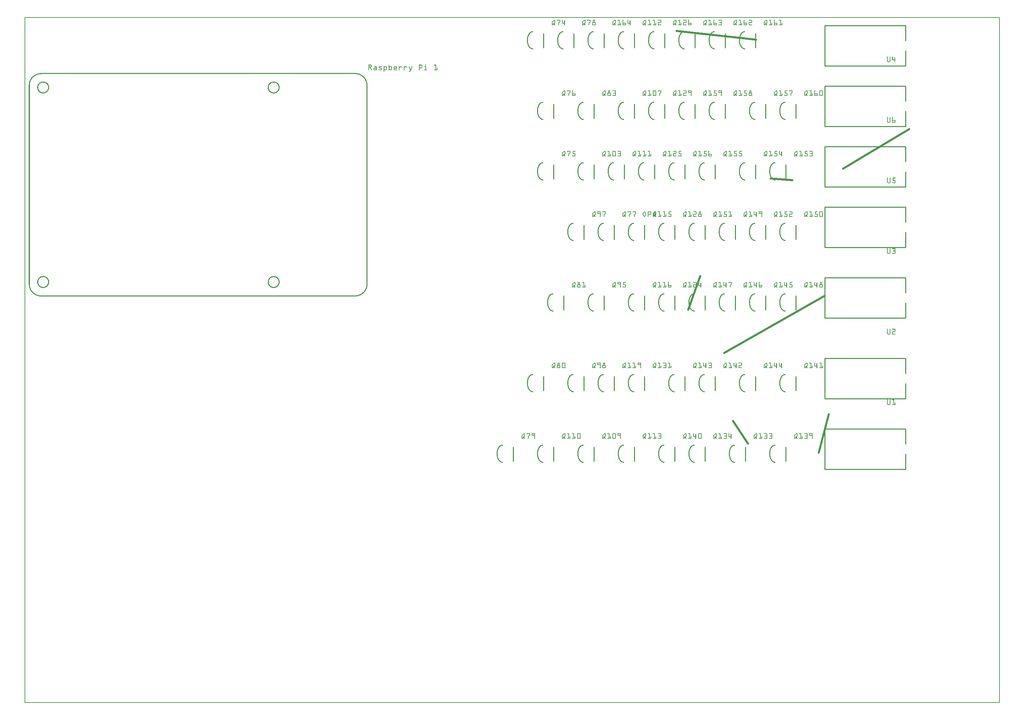
<source format=gto>
G04 MADE WITH FRITZING*
G04 WWW.FRITZING.ORG*
G04 SINGLE SIDED*
G04 HOLES NOT PLATED*
G04 CONTOUR ON CENTER OF CONTOUR VECTOR*
%ASAXBY*%
%FSLAX23Y23*%
%MOIN*%
%OFA0B0*%
%SFA1.0B1.0*%
%ADD10R,9.662090X6.800010X9.646090X6.784010*%
%ADD11C,0.008000*%
%ADD12C,0.010000*%
%ADD13C,0.021000*%
%ADD14R,0.001000X0.001000*%
%LNSILK1*%
G90*
G70*
G54D11*
X4Y6796D02*
X9658Y6796D01*
X9658Y4D01*
X4Y4D01*
X4Y6796D01*
D02*
G54D12*
X8728Y6718D02*
X7928Y6718D01*
D02*
X7928Y6718D02*
X7928Y6318D01*
D02*
X7928Y6318D02*
X8728Y6318D01*
D02*
X8728Y6718D02*
X8728Y6568D01*
D02*
X8728Y6468D02*
X8728Y6318D01*
D02*
X8728Y5518D02*
X7928Y5518D01*
D02*
X7928Y5518D02*
X7928Y5118D01*
D02*
X7928Y5118D02*
X8728Y5118D01*
D02*
X8728Y5518D02*
X8728Y5368D01*
D02*
X8728Y5268D02*
X8728Y5118D01*
D02*
X8728Y4918D02*
X7928Y4918D01*
D02*
X7928Y4918D02*
X7928Y4518D01*
D02*
X7928Y4518D02*
X8728Y4518D01*
D02*
X8728Y4918D02*
X8728Y4768D01*
D02*
X8728Y4668D02*
X8728Y4518D01*
D02*
X8728Y6118D02*
X7928Y6118D01*
D02*
X7928Y6118D02*
X7928Y5718D01*
D02*
X7928Y5718D02*
X8728Y5718D01*
D02*
X8728Y6118D02*
X8728Y5968D01*
D02*
X8728Y5868D02*
X8728Y5718D01*
D02*
X8728Y4218D02*
X7928Y4218D01*
D02*
X7928Y4218D02*
X7928Y3818D01*
D02*
X7928Y3818D02*
X8728Y3818D01*
D02*
X8728Y4218D02*
X8728Y4068D01*
D02*
X8728Y3968D02*
X8728Y3818D01*
D02*
X8728Y2718D02*
X7928Y2718D01*
D02*
X7928Y2718D02*
X7928Y2318D01*
D02*
X7928Y2318D02*
X8728Y2318D01*
D02*
X8728Y2718D02*
X8728Y2568D01*
D02*
X8728Y2468D02*
X8728Y2318D01*
D02*
X5142Y6638D02*
X5142Y6498D01*
D02*
X5242Y5338D02*
X5242Y5198D01*
D02*
X5242Y5938D02*
X5242Y5798D01*
D02*
X5842Y4738D02*
X5842Y4598D01*
D02*
X5442Y6638D02*
X5442Y6498D01*
D02*
X4842Y2538D02*
X4842Y2398D01*
D02*
X5142Y3238D02*
X5142Y3098D01*
D02*
X5342Y4038D02*
X5342Y3898D01*
D02*
X5642Y5938D02*
X5642Y5798D01*
D02*
X5742Y4038D02*
X5742Y3898D01*
D02*
X5542Y4738D02*
X5542Y4598D01*
D02*
X5542Y3238D02*
X5542Y3098D01*
D02*
X5642Y5338D02*
X5642Y5198D01*
D02*
X6042Y5938D02*
X6042Y5798D01*
D02*
X5642Y2538D02*
X5642Y2398D01*
D02*
X5242Y2538D02*
X5242Y2398D01*
D02*
X5942Y5338D02*
X5942Y5198D01*
D02*
X6042Y6638D02*
X6042Y6498D01*
D02*
X6042Y2538D02*
X6042Y2398D01*
D02*
X6142Y4738D02*
X6142Y4598D01*
D02*
X6142Y4038D02*
X6142Y3898D01*
D02*
X5842Y3238D02*
X5842Y3098D01*
D02*
X6442Y4038D02*
X6442Y3898D01*
D02*
X6242Y5338D02*
X6242Y5198D01*
D02*
X6342Y6638D02*
X6342Y6498D01*
D02*
X6442Y4738D02*
X6442Y4598D01*
D02*
X6342Y5938D02*
X6342Y5798D01*
D02*
X6142Y3238D02*
X6142Y3098D01*
D02*
X7142Y2538D02*
X7142Y2398D01*
D02*
X6742Y2538D02*
X6742Y2398D01*
D02*
X7542Y2538D02*
X7542Y2398D01*
D02*
X6442Y2538D02*
X6442Y2398D01*
D02*
X7642Y3238D02*
X7642Y3098D01*
D02*
X6842Y3238D02*
X6842Y3098D01*
D02*
X6542Y3238D02*
X6542Y3098D01*
D02*
X7242Y3238D02*
X7242Y3098D01*
D02*
X8728Y3418D02*
X7928Y3418D01*
D02*
X7928Y3418D02*
X7928Y3018D01*
D02*
X7928Y3018D02*
X8728Y3018D01*
D02*
X8728Y3418D02*
X8728Y3268D01*
D02*
X8728Y3168D02*
X8728Y3018D01*
D02*
X7342Y4038D02*
X7342Y3898D01*
D02*
X7042Y4038D02*
X7042Y3898D01*
D02*
X6742Y4038D02*
X6742Y3898D01*
D02*
X7642Y4038D02*
X7642Y3898D01*
D02*
X7042Y4738D02*
X7042Y4598D01*
D02*
X7642Y4738D02*
X7642Y4598D01*
D02*
X6742Y4738D02*
X6742Y4598D01*
D02*
X7342Y4738D02*
X7342Y4598D01*
D02*
X7542Y5338D02*
X7542Y5198D01*
D02*
X7242Y5338D02*
X7242Y5198D01*
D02*
X6842Y5338D02*
X6842Y5198D01*
D02*
X6542Y5338D02*
X6542Y5198D01*
D02*
X7342Y5938D02*
X7342Y5798D01*
D02*
X6942Y5938D02*
X6942Y5798D01*
D02*
X6642Y5938D02*
X6642Y5798D01*
D02*
X7642Y5938D02*
X7642Y5798D01*
D02*
X7242Y6638D02*
X7242Y6498D01*
D02*
X6942Y6638D02*
X6942Y6498D01*
D02*
X6642Y6638D02*
X6642Y6498D01*
D02*
X5742Y6638D02*
X5742Y6498D01*
G54D13*
D02*
X7870Y2480D02*
X7970Y2864D01*
D02*
X7247Y6576D02*
X6457Y6664D01*
D02*
X7923Y4033D02*
X6933Y3471D01*
D02*
X7017Y2797D02*
X7167Y2571D01*
D02*
X8108Y5295D02*
X8764Y5689D01*
D02*
X6696Y4233D02*
X6576Y3895D01*
D02*
X7607Y5183D02*
X7393Y5201D01*
G54D14*
X5248Y6773D02*
X5253Y6773D01*
X5276Y6773D02*
X5308Y6773D01*
X5328Y6773D02*
X5331Y6773D01*
X5548Y6773D02*
X5553Y6773D01*
X5576Y6773D02*
X5608Y6773D01*
X5633Y6773D02*
X5650Y6773D01*
X5848Y6773D02*
X5853Y6773D01*
X5876Y6773D02*
X5895Y6773D01*
X5926Y6773D02*
X5932Y6773D01*
X5978Y6773D02*
X5981Y6773D01*
X6148Y6773D02*
X6153Y6773D01*
X6176Y6773D02*
X6195Y6773D01*
X6226Y6773D02*
X6245Y6773D01*
X6276Y6773D02*
X6304Y6773D01*
X6448Y6773D02*
X6453Y6773D01*
X6476Y6773D02*
X6495Y6773D01*
X6526Y6773D02*
X6554Y6773D01*
X6576Y6773D02*
X6582Y6773D01*
X6748Y6773D02*
X6753Y6773D01*
X6776Y6773D02*
X6795Y6773D01*
X6826Y6773D02*
X6832Y6773D01*
X6876Y6773D02*
X6904Y6773D01*
X7048Y6773D02*
X7053Y6773D01*
X7076Y6773D02*
X7095Y6773D01*
X7126Y6773D02*
X7132Y6773D01*
X7176Y6773D02*
X7204Y6773D01*
X7348Y6773D02*
X7353Y6773D01*
X7376Y6773D02*
X7394Y6773D01*
X7426Y6773D02*
X7432Y6773D01*
X7476Y6773D02*
X7494Y6773D01*
X5246Y6772D02*
X5255Y6772D01*
X5275Y6772D02*
X5308Y6772D01*
X5327Y6772D02*
X5332Y6772D01*
X5546Y6772D02*
X5555Y6772D01*
X5575Y6772D02*
X5608Y6772D01*
X5632Y6772D02*
X5651Y6772D01*
X5846Y6772D02*
X5855Y6772D01*
X5875Y6772D02*
X5895Y6772D01*
X5925Y6772D02*
X5933Y6772D01*
X5977Y6772D02*
X5982Y6772D01*
X6146Y6772D02*
X6155Y6772D01*
X6175Y6772D02*
X6195Y6772D01*
X6225Y6772D02*
X6245Y6772D01*
X6275Y6772D02*
X6306Y6772D01*
X6446Y6772D02*
X6455Y6772D01*
X6475Y6772D02*
X6495Y6772D01*
X6525Y6772D02*
X6556Y6772D01*
X6575Y6772D02*
X6583Y6772D01*
X6746Y6772D02*
X6755Y6772D01*
X6775Y6772D02*
X6795Y6772D01*
X6825Y6772D02*
X6833Y6772D01*
X6875Y6772D02*
X6906Y6772D01*
X7046Y6772D02*
X7055Y6772D01*
X7075Y6772D02*
X7095Y6772D01*
X7125Y6772D02*
X7133Y6772D01*
X7175Y6772D02*
X7206Y6772D01*
X7346Y6772D02*
X7355Y6772D01*
X7375Y6772D02*
X7394Y6772D01*
X7425Y6772D02*
X7433Y6772D01*
X7475Y6772D02*
X7494Y6772D01*
X5245Y6771D02*
X5256Y6771D01*
X5275Y6771D02*
X5308Y6771D01*
X5327Y6771D02*
X5332Y6771D01*
X5545Y6771D02*
X5556Y6771D01*
X5575Y6771D02*
X5608Y6771D01*
X5632Y6771D02*
X5651Y6771D01*
X5845Y6771D02*
X5856Y6771D01*
X5875Y6771D02*
X5895Y6771D01*
X5925Y6771D02*
X5934Y6771D01*
X5977Y6771D02*
X5982Y6771D01*
X6145Y6771D02*
X6156Y6771D01*
X6175Y6771D02*
X6195Y6771D01*
X6225Y6771D02*
X6245Y6771D01*
X6275Y6771D02*
X6307Y6771D01*
X6445Y6771D02*
X6456Y6771D01*
X6475Y6771D02*
X6495Y6771D01*
X6525Y6771D02*
X6557Y6771D01*
X6575Y6771D02*
X6584Y6771D01*
X6745Y6771D02*
X6756Y6771D01*
X6775Y6771D02*
X6795Y6771D01*
X6825Y6771D02*
X6834Y6771D01*
X6875Y6771D02*
X6907Y6771D01*
X7045Y6771D02*
X7056Y6771D01*
X7075Y6771D02*
X7095Y6771D01*
X7125Y6771D02*
X7134Y6771D01*
X7175Y6771D02*
X7207Y6771D01*
X7345Y6771D02*
X7356Y6771D01*
X7375Y6771D02*
X7394Y6771D01*
X7425Y6771D02*
X7434Y6771D01*
X7475Y6771D02*
X7494Y6771D01*
X5243Y6770D02*
X5257Y6770D01*
X5275Y6770D02*
X5308Y6770D01*
X5326Y6770D02*
X5332Y6770D01*
X5543Y6770D02*
X5557Y6770D01*
X5575Y6770D02*
X5608Y6770D01*
X5632Y6770D02*
X5651Y6770D01*
X5843Y6770D02*
X5857Y6770D01*
X5875Y6770D02*
X5895Y6770D01*
X5925Y6770D02*
X5934Y6770D01*
X5976Y6770D02*
X5982Y6770D01*
X6143Y6770D02*
X6157Y6770D01*
X6175Y6770D02*
X6195Y6770D01*
X6225Y6770D02*
X6245Y6770D01*
X6275Y6770D02*
X6307Y6770D01*
X6443Y6770D02*
X6457Y6770D01*
X6475Y6770D02*
X6495Y6770D01*
X6525Y6770D02*
X6557Y6770D01*
X6575Y6770D02*
X6584Y6770D01*
X6743Y6770D02*
X6757Y6770D01*
X6775Y6770D02*
X6795Y6770D01*
X6825Y6770D02*
X6834Y6770D01*
X6875Y6770D02*
X6907Y6770D01*
X7043Y6770D02*
X7057Y6770D01*
X7075Y6770D02*
X7095Y6770D01*
X7125Y6770D02*
X7134Y6770D01*
X7175Y6770D02*
X7207Y6770D01*
X7343Y6770D02*
X7357Y6770D01*
X7375Y6770D02*
X7394Y6770D01*
X7425Y6770D02*
X7434Y6770D01*
X7475Y6770D02*
X7494Y6770D01*
X5242Y6769D02*
X5257Y6769D01*
X5275Y6769D02*
X5308Y6769D01*
X5326Y6769D02*
X5332Y6769D01*
X5542Y6769D02*
X5557Y6769D01*
X5575Y6769D02*
X5608Y6769D01*
X5632Y6769D02*
X5651Y6769D01*
X5842Y6769D02*
X5857Y6769D01*
X5875Y6769D02*
X5895Y6769D01*
X5925Y6769D02*
X5934Y6769D01*
X5976Y6769D02*
X5982Y6769D01*
X6142Y6769D02*
X6157Y6769D01*
X6175Y6769D02*
X6195Y6769D01*
X6225Y6769D02*
X6245Y6769D01*
X6275Y6769D02*
X6308Y6769D01*
X6442Y6769D02*
X6457Y6769D01*
X6475Y6769D02*
X6495Y6769D01*
X6525Y6769D02*
X6558Y6769D01*
X6575Y6769D02*
X6584Y6769D01*
X6742Y6769D02*
X6757Y6769D01*
X6775Y6769D02*
X6795Y6769D01*
X6825Y6769D02*
X6834Y6769D01*
X6875Y6769D02*
X6908Y6769D01*
X7042Y6769D02*
X7057Y6769D01*
X7075Y6769D02*
X7095Y6769D01*
X7125Y6769D02*
X7134Y6769D01*
X7175Y6769D02*
X7208Y6769D01*
X7342Y6769D02*
X7357Y6769D01*
X7375Y6769D02*
X7394Y6769D01*
X7425Y6769D02*
X7434Y6769D01*
X7475Y6769D02*
X7494Y6769D01*
X5241Y6768D02*
X5258Y6768D01*
X5275Y6768D02*
X5308Y6768D01*
X5326Y6768D02*
X5332Y6768D01*
X5541Y6768D02*
X5558Y6768D01*
X5575Y6768D02*
X5608Y6768D01*
X5632Y6768D02*
X5651Y6768D01*
X5841Y6768D02*
X5858Y6768D01*
X5875Y6768D02*
X5895Y6768D01*
X5925Y6768D02*
X5933Y6768D01*
X5976Y6768D02*
X5982Y6768D01*
X6141Y6768D02*
X6158Y6768D01*
X6175Y6768D02*
X6195Y6768D01*
X6225Y6768D02*
X6245Y6768D01*
X6275Y6768D02*
X6308Y6768D01*
X6441Y6768D02*
X6458Y6768D01*
X6475Y6768D02*
X6495Y6768D01*
X6525Y6768D02*
X6558Y6768D01*
X6575Y6768D02*
X6583Y6768D01*
X6741Y6768D02*
X6758Y6768D01*
X6775Y6768D02*
X6795Y6768D01*
X6825Y6768D02*
X6833Y6768D01*
X6875Y6768D02*
X6908Y6768D01*
X7041Y6768D02*
X7058Y6768D01*
X7075Y6768D02*
X7095Y6768D01*
X7125Y6768D02*
X7133Y6768D01*
X7175Y6768D02*
X7208Y6768D01*
X7341Y6768D02*
X7358Y6768D01*
X7375Y6768D02*
X7394Y6768D01*
X7425Y6768D02*
X7433Y6768D01*
X7475Y6768D02*
X7494Y6768D01*
X5240Y6767D02*
X5258Y6767D01*
X5275Y6767D02*
X5308Y6767D01*
X5326Y6767D02*
X5332Y6767D01*
X5349Y6767D02*
X5352Y6767D01*
X5540Y6767D02*
X5558Y6767D01*
X5575Y6767D02*
X5608Y6767D01*
X5632Y6767D02*
X5651Y6767D01*
X5840Y6767D02*
X5858Y6767D01*
X5877Y6767D02*
X5895Y6767D01*
X5925Y6767D02*
X5932Y6767D01*
X5976Y6767D02*
X5982Y6767D01*
X5999Y6767D02*
X6002Y6767D01*
X6140Y6767D02*
X6158Y6767D01*
X6177Y6767D02*
X6195Y6767D01*
X6227Y6767D02*
X6245Y6767D01*
X6277Y6767D02*
X6308Y6767D01*
X6440Y6767D02*
X6458Y6767D01*
X6477Y6767D02*
X6495Y6767D01*
X6527Y6767D02*
X6558Y6767D01*
X6575Y6767D02*
X6582Y6767D01*
X6740Y6767D02*
X6758Y6767D01*
X6777Y6767D02*
X6795Y6767D01*
X6825Y6767D02*
X6832Y6767D01*
X6877Y6767D02*
X6908Y6767D01*
X7040Y6767D02*
X7058Y6767D01*
X7077Y6767D02*
X7095Y6767D01*
X7125Y6767D02*
X7132Y6767D01*
X7177Y6767D02*
X7208Y6767D01*
X7340Y6767D02*
X7358Y6767D01*
X7377Y6767D02*
X7394Y6767D01*
X7425Y6767D02*
X7432Y6767D01*
X7477Y6767D02*
X7494Y6767D01*
X5239Y6766D02*
X5249Y6766D01*
X5252Y6766D02*
X5258Y6766D01*
X5275Y6766D02*
X5281Y6766D01*
X5302Y6766D02*
X5308Y6766D01*
X5326Y6766D02*
X5332Y6766D01*
X5348Y6766D02*
X5353Y6766D01*
X5539Y6766D02*
X5549Y6766D01*
X5552Y6766D02*
X5558Y6766D01*
X5575Y6766D02*
X5581Y6766D01*
X5602Y6766D02*
X5608Y6766D01*
X5632Y6766D02*
X5638Y6766D01*
X5645Y6766D02*
X5651Y6766D01*
X5839Y6766D02*
X5849Y6766D01*
X5852Y6766D02*
X5858Y6766D01*
X5888Y6766D02*
X5895Y6766D01*
X5925Y6766D02*
X5931Y6766D01*
X5976Y6766D02*
X5982Y6766D01*
X5998Y6766D02*
X6003Y6766D01*
X6139Y6766D02*
X6149Y6766D01*
X6152Y6766D02*
X6158Y6766D01*
X6188Y6766D02*
X6195Y6766D01*
X6238Y6766D02*
X6245Y6766D01*
X6302Y6766D02*
X6308Y6766D01*
X6439Y6766D02*
X6449Y6766D01*
X6452Y6766D02*
X6458Y6766D01*
X6488Y6766D02*
X6495Y6766D01*
X6552Y6766D02*
X6558Y6766D01*
X6575Y6766D02*
X6581Y6766D01*
X6739Y6766D02*
X6749Y6766D01*
X6752Y6766D02*
X6758Y6766D01*
X6788Y6766D02*
X6795Y6766D01*
X6825Y6766D02*
X6831Y6766D01*
X6902Y6766D02*
X6908Y6766D01*
X7039Y6766D02*
X7049Y6766D01*
X7052Y6766D02*
X7058Y6766D01*
X7088Y6766D02*
X7095Y6766D01*
X7125Y6766D02*
X7131Y6766D01*
X7202Y6766D02*
X7208Y6766D01*
X7339Y6766D02*
X7349Y6766D01*
X7352Y6766D02*
X7358Y6766D01*
X7388Y6766D02*
X7394Y6766D01*
X7425Y6766D02*
X7431Y6766D01*
X7488Y6766D02*
X7494Y6766D01*
X5238Y6765D02*
X5247Y6765D01*
X5252Y6765D02*
X5258Y6765D01*
X5276Y6765D02*
X5280Y6765D01*
X5302Y6765D02*
X5308Y6765D01*
X5326Y6765D02*
X5332Y6765D01*
X5347Y6765D02*
X5353Y6765D01*
X5538Y6765D02*
X5547Y6765D01*
X5552Y6765D02*
X5558Y6765D01*
X5576Y6765D02*
X5580Y6765D01*
X5602Y6765D02*
X5608Y6765D01*
X5632Y6765D02*
X5638Y6765D01*
X5645Y6765D02*
X5651Y6765D01*
X5838Y6765D02*
X5847Y6765D01*
X5852Y6765D02*
X5858Y6765D01*
X5888Y6765D02*
X5895Y6765D01*
X5925Y6765D02*
X5931Y6765D01*
X5976Y6765D02*
X5982Y6765D01*
X5997Y6765D02*
X6003Y6765D01*
X6138Y6765D02*
X6147Y6765D01*
X6152Y6765D02*
X6158Y6765D01*
X6188Y6765D02*
X6195Y6765D01*
X6238Y6765D02*
X6245Y6765D01*
X6302Y6765D02*
X6308Y6765D01*
X6438Y6765D02*
X6447Y6765D01*
X6452Y6765D02*
X6458Y6765D01*
X6488Y6765D02*
X6495Y6765D01*
X6552Y6765D02*
X6558Y6765D01*
X6575Y6765D02*
X6581Y6765D01*
X6738Y6765D02*
X6747Y6765D01*
X6752Y6765D02*
X6758Y6765D01*
X6788Y6765D02*
X6795Y6765D01*
X6825Y6765D02*
X6831Y6765D01*
X6902Y6765D02*
X6908Y6765D01*
X7038Y6765D02*
X7047Y6765D01*
X7052Y6765D02*
X7058Y6765D01*
X7088Y6765D02*
X7095Y6765D01*
X7125Y6765D02*
X7131Y6765D01*
X7202Y6765D02*
X7208Y6765D01*
X7338Y6765D02*
X7347Y6765D01*
X7352Y6765D02*
X7358Y6765D01*
X7388Y6765D02*
X7394Y6765D01*
X7425Y6765D02*
X7431Y6765D01*
X7488Y6765D02*
X7494Y6765D01*
X5236Y6764D02*
X5246Y6764D01*
X5252Y6764D02*
X5258Y6764D01*
X5277Y6764D02*
X5279Y6764D01*
X5302Y6764D02*
X5308Y6764D01*
X5326Y6764D02*
X5332Y6764D01*
X5347Y6764D02*
X5353Y6764D01*
X5536Y6764D02*
X5546Y6764D01*
X5552Y6764D02*
X5558Y6764D01*
X5577Y6764D02*
X5579Y6764D01*
X5602Y6764D02*
X5608Y6764D01*
X5632Y6764D02*
X5638Y6764D01*
X5645Y6764D02*
X5651Y6764D01*
X5836Y6764D02*
X5846Y6764D01*
X5852Y6764D02*
X5858Y6764D01*
X5888Y6764D02*
X5895Y6764D01*
X5925Y6764D02*
X5931Y6764D01*
X5976Y6764D02*
X5982Y6764D01*
X5997Y6764D02*
X6003Y6764D01*
X6136Y6764D02*
X6146Y6764D01*
X6152Y6764D02*
X6158Y6764D01*
X6188Y6764D02*
X6195Y6764D01*
X6238Y6764D02*
X6245Y6764D01*
X6302Y6764D02*
X6308Y6764D01*
X6436Y6764D02*
X6446Y6764D01*
X6452Y6764D02*
X6458Y6764D01*
X6488Y6764D02*
X6495Y6764D01*
X6552Y6764D02*
X6558Y6764D01*
X6575Y6764D02*
X6581Y6764D01*
X6736Y6764D02*
X6746Y6764D01*
X6752Y6764D02*
X6758Y6764D01*
X6788Y6764D02*
X6795Y6764D01*
X6825Y6764D02*
X6831Y6764D01*
X6902Y6764D02*
X6908Y6764D01*
X7036Y6764D02*
X7046Y6764D01*
X7052Y6764D02*
X7058Y6764D01*
X7088Y6764D02*
X7095Y6764D01*
X7125Y6764D02*
X7131Y6764D01*
X7202Y6764D02*
X7208Y6764D01*
X7336Y6764D02*
X7346Y6764D01*
X7352Y6764D02*
X7358Y6764D01*
X7388Y6764D02*
X7394Y6764D01*
X7425Y6764D02*
X7431Y6764D01*
X7488Y6764D02*
X7494Y6764D01*
X5235Y6763D02*
X5245Y6763D01*
X5252Y6763D02*
X5258Y6763D01*
X5302Y6763D02*
X5308Y6763D01*
X5326Y6763D02*
X5332Y6763D01*
X5347Y6763D02*
X5353Y6763D01*
X5535Y6763D02*
X5545Y6763D01*
X5552Y6763D02*
X5558Y6763D01*
X5602Y6763D02*
X5608Y6763D01*
X5632Y6763D02*
X5638Y6763D01*
X5645Y6763D02*
X5651Y6763D01*
X5835Y6763D02*
X5845Y6763D01*
X5852Y6763D02*
X5858Y6763D01*
X5888Y6763D02*
X5895Y6763D01*
X5925Y6763D02*
X5931Y6763D01*
X5976Y6763D02*
X5982Y6763D01*
X5997Y6763D02*
X6003Y6763D01*
X6135Y6763D02*
X6145Y6763D01*
X6152Y6763D02*
X6158Y6763D01*
X6188Y6763D02*
X6195Y6763D01*
X6238Y6763D02*
X6245Y6763D01*
X6302Y6763D02*
X6308Y6763D01*
X6435Y6763D02*
X6445Y6763D01*
X6452Y6763D02*
X6458Y6763D01*
X6488Y6763D02*
X6495Y6763D01*
X6552Y6763D02*
X6558Y6763D01*
X6575Y6763D02*
X6581Y6763D01*
X6735Y6763D02*
X6745Y6763D01*
X6752Y6763D02*
X6758Y6763D01*
X6788Y6763D02*
X6795Y6763D01*
X6825Y6763D02*
X6831Y6763D01*
X6902Y6763D02*
X6908Y6763D01*
X7035Y6763D02*
X7045Y6763D01*
X7052Y6763D02*
X7058Y6763D01*
X7088Y6763D02*
X7095Y6763D01*
X7125Y6763D02*
X7131Y6763D01*
X7202Y6763D02*
X7208Y6763D01*
X7335Y6763D02*
X7345Y6763D01*
X7352Y6763D02*
X7358Y6763D01*
X7388Y6763D02*
X7394Y6763D01*
X7425Y6763D02*
X7431Y6763D01*
X7488Y6763D02*
X7494Y6763D01*
X5234Y6762D02*
X5244Y6762D01*
X5252Y6762D02*
X5258Y6762D01*
X5302Y6762D02*
X5308Y6762D01*
X5326Y6762D02*
X5332Y6762D01*
X5347Y6762D02*
X5353Y6762D01*
X5534Y6762D02*
X5544Y6762D01*
X5552Y6762D02*
X5558Y6762D01*
X5602Y6762D02*
X5608Y6762D01*
X5632Y6762D02*
X5638Y6762D01*
X5645Y6762D02*
X5651Y6762D01*
X5834Y6762D02*
X5844Y6762D01*
X5852Y6762D02*
X5858Y6762D01*
X5888Y6762D02*
X5895Y6762D01*
X5925Y6762D02*
X5931Y6762D01*
X5976Y6762D02*
X5982Y6762D01*
X5997Y6762D02*
X6003Y6762D01*
X6134Y6762D02*
X6144Y6762D01*
X6152Y6762D02*
X6158Y6762D01*
X6188Y6762D02*
X6195Y6762D01*
X6238Y6762D02*
X6245Y6762D01*
X6302Y6762D02*
X6308Y6762D01*
X6434Y6762D02*
X6444Y6762D01*
X6452Y6762D02*
X6458Y6762D01*
X6488Y6762D02*
X6495Y6762D01*
X6552Y6762D02*
X6558Y6762D01*
X6575Y6762D02*
X6581Y6762D01*
X6734Y6762D02*
X6744Y6762D01*
X6752Y6762D02*
X6758Y6762D01*
X6788Y6762D02*
X6795Y6762D01*
X6825Y6762D02*
X6831Y6762D01*
X6902Y6762D02*
X6908Y6762D01*
X7034Y6762D02*
X7044Y6762D01*
X7052Y6762D02*
X7058Y6762D01*
X7088Y6762D02*
X7095Y6762D01*
X7125Y6762D02*
X7131Y6762D01*
X7202Y6762D02*
X7208Y6762D01*
X7334Y6762D02*
X7344Y6762D01*
X7352Y6762D02*
X7358Y6762D01*
X7388Y6762D02*
X7394Y6762D01*
X7425Y6762D02*
X7431Y6762D01*
X7488Y6762D02*
X7494Y6762D01*
X5233Y6761D02*
X5243Y6761D01*
X5252Y6761D02*
X5258Y6761D01*
X5302Y6761D02*
X5308Y6761D01*
X5326Y6761D02*
X5332Y6761D01*
X5347Y6761D02*
X5353Y6761D01*
X5533Y6761D02*
X5543Y6761D01*
X5552Y6761D02*
X5558Y6761D01*
X5602Y6761D02*
X5608Y6761D01*
X5632Y6761D02*
X5638Y6761D01*
X5645Y6761D02*
X5651Y6761D01*
X5833Y6761D02*
X5843Y6761D01*
X5852Y6761D02*
X5858Y6761D01*
X5888Y6761D02*
X5895Y6761D01*
X5925Y6761D02*
X5931Y6761D01*
X5976Y6761D02*
X5982Y6761D01*
X5997Y6761D02*
X6003Y6761D01*
X6133Y6761D02*
X6143Y6761D01*
X6152Y6761D02*
X6158Y6761D01*
X6188Y6761D02*
X6195Y6761D01*
X6238Y6761D02*
X6245Y6761D01*
X6302Y6761D02*
X6308Y6761D01*
X6433Y6761D02*
X6443Y6761D01*
X6452Y6761D02*
X6458Y6761D01*
X6488Y6761D02*
X6495Y6761D01*
X6552Y6761D02*
X6558Y6761D01*
X6575Y6761D02*
X6581Y6761D01*
X6733Y6761D02*
X6743Y6761D01*
X6752Y6761D02*
X6758Y6761D01*
X6788Y6761D02*
X6795Y6761D01*
X6825Y6761D02*
X6831Y6761D01*
X6902Y6761D02*
X6908Y6761D01*
X7033Y6761D02*
X7043Y6761D01*
X7052Y6761D02*
X7058Y6761D01*
X7088Y6761D02*
X7095Y6761D01*
X7125Y6761D02*
X7131Y6761D01*
X7202Y6761D02*
X7208Y6761D01*
X7333Y6761D02*
X7343Y6761D01*
X7352Y6761D02*
X7358Y6761D01*
X7388Y6761D02*
X7394Y6761D01*
X7425Y6761D02*
X7431Y6761D01*
X7488Y6761D02*
X7494Y6761D01*
X5232Y6760D02*
X5242Y6760D01*
X5252Y6760D02*
X5258Y6760D01*
X5302Y6760D02*
X5308Y6760D01*
X5326Y6760D02*
X5332Y6760D01*
X5347Y6760D02*
X5353Y6760D01*
X5532Y6760D02*
X5542Y6760D01*
X5552Y6760D02*
X5558Y6760D01*
X5602Y6760D02*
X5608Y6760D01*
X5632Y6760D02*
X5638Y6760D01*
X5645Y6760D02*
X5651Y6760D01*
X5832Y6760D02*
X5842Y6760D01*
X5852Y6760D02*
X5858Y6760D01*
X5888Y6760D02*
X5895Y6760D01*
X5925Y6760D02*
X5931Y6760D01*
X5976Y6760D02*
X5982Y6760D01*
X5997Y6760D02*
X6003Y6760D01*
X6132Y6760D02*
X6142Y6760D01*
X6152Y6760D02*
X6158Y6760D01*
X6188Y6760D02*
X6195Y6760D01*
X6238Y6760D02*
X6245Y6760D01*
X6302Y6760D02*
X6308Y6760D01*
X6432Y6760D02*
X6442Y6760D01*
X6452Y6760D02*
X6458Y6760D01*
X6488Y6760D02*
X6495Y6760D01*
X6552Y6760D02*
X6558Y6760D01*
X6575Y6760D02*
X6581Y6760D01*
X6732Y6760D02*
X6742Y6760D01*
X6752Y6760D02*
X6758Y6760D01*
X6788Y6760D02*
X6795Y6760D01*
X6825Y6760D02*
X6831Y6760D01*
X6902Y6760D02*
X6908Y6760D01*
X7032Y6760D02*
X7042Y6760D01*
X7052Y6760D02*
X7058Y6760D01*
X7088Y6760D02*
X7095Y6760D01*
X7125Y6760D02*
X7131Y6760D01*
X7202Y6760D02*
X7208Y6760D01*
X7332Y6760D02*
X7342Y6760D01*
X7352Y6760D02*
X7358Y6760D01*
X7388Y6760D02*
X7394Y6760D01*
X7425Y6760D02*
X7431Y6760D01*
X7488Y6760D02*
X7494Y6760D01*
X5230Y6759D02*
X5240Y6759D01*
X5252Y6759D02*
X5258Y6759D01*
X5302Y6759D02*
X5308Y6759D01*
X5326Y6759D02*
X5332Y6759D01*
X5347Y6759D02*
X5353Y6759D01*
X5530Y6759D02*
X5540Y6759D01*
X5552Y6759D02*
X5558Y6759D01*
X5602Y6759D02*
X5608Y6759D01*
X5632Y6759D02*
X5638Y6759D01*
X5645Y6759D02*
X5651Y6759D01*
X5830Y6759D02*
X5840Y6759D01*
X5852Y6759D02*
X5858Y6759D01*
X5888Y6759D02*
X5895Y6759D01*
X5925Y6759D02*
X5931Y6759D01*
X5976Y6759D02*
X5982Y6759D01*
X5997Y6759D02*
X6003Y6759D01*
X6130Y6759D02*
X6140Y6759D01*
X6152Y6759D02*
X6158Y6759D01*
X6188Y6759D02*
X6195Y6759D01*
X6238Y6759D02*
X6245Y6759D01*
X6302Y6759D02*
X6308Y6759D01*
X6430Y6759D02*
X6440Y6759D01*
X6452Y6759D02*
X6458Y6759D01*
X6488Y6759D02*
X6495Y6759D01*
X6552Y6759D02*
X6558Y6759D01*
X6575Y6759D02*
X6581Y6759D01*
X6730Y6759D02*
X6740Y6759D01*
X6752Y6759D02*
X6758Y6759D01*
X6788Y6759D02*
X6795Y6759D01*
X6825Y6759D02*
X6831Y6759D01*
X6902Y6759D02*
X6908Y6759D01*
X7030Y6759D02*
X7040Y6759D01*
X7052Y6759D02*
X7058Y6759D01*
X7088Y6759D02*
X7095Y6759D01*
X7125Y6759D02*
X7131Y6759D01*
X7202Y6759D02*
X7208Y6759D01*
X7330Y6759D02*
X7340Y6759D01*
X7352Y6759D02*
X7358Y6759D01*
X7388Y6759D02*
X7394Y6759D01*
X7425Y6759D02*
X7431Y6759D01*
X7488Y6759D02*
X7494Y6759D01*
X5229Y6758D02*
X5239Y6758D01*
X5252Y6758D02*
X5258Y6758D01*
X5302Y6758D02*
X5308Y6758D01*
X5326Y6758D02*
X5332Y6758D01*
X5347Y6758D02*
X5353Y6758D01*
X5529Y6758D02*
X5539Y6758D01*
X5552Y6758D02*
X5558Y6758D01*
X5602Y6758D02*
X5608Y6758D01*
X5632Y6758D02*
X5638Y6758D01*
X5645Y6758D02*
X5651Y6758D01*
X5829Y6758D02*
X5839Y6758D01*
X5852Y6758D02*
X5858Y6758D01*
X5888Y6758D02*
X5895Y6758D01*
X5925Y6758D02*
X5931Y6758D01*
X5976Y6758D02*
X5982Y6758D01*
X5997Y6758D02*
X6003Y6758D01*
X6129Y6758D02*
X6139Y6758D01*
X6152Y6758D02*
X6158Y6758D01*
X6188Y6758D02*
X6195Y6758D01*
X6238Y6758D02*
X6245Y6758D01*
X6302Y6758D02*
X6308Y6758D01*
X6429Y6758D02*
X6439Y6758D01*
X6452Y6758D02*
X6458Y6758D01*
X6488Y6758D02*
X6495Y6758D01*
X6552Y6758D02*
X6558Y6758D01*
X6575Y6758D02*
X6581Y6758D01*
X6729Y6758D02*
X6739Y6758D01*
X6752Y6758D02*
X6758Y6758D01*
X6788Y6758D02*
X6795Y6758D01*
X6825Y6758D02*
X6831Y6758D01*
X6902Y6758D02*
X6908Y6758D01*
X7029Y6758D02*
X7039Y6758D01*
X7052Y6758D02*
X7058Y6758D01*
X7088Y6758D02*
X7095Y6758D01*
X7125Y6758D02*
X7131Y6758D01*
X7202Y6758D02*
X7208Y6758D01*
X7329Y6758D02*
X7339Y6758D01*
X7352Y6758D02*
X7358Y6758D01*
X7388Y6758D02*
X7394Y6758D01*
X7425Y6758D02*
X7431Y6758D01*
X7488Y6758D02*
X7494Y6758D01*
X5228Y6757D02*
X5238Y6757D01*
X5252Y6757D02*
X5258Y6757D01*
X5302Y6757D02*
X5308Y6757D01*
X5326Y6757D02*
X5332Y6757D01*
X5347Y6757D02*
X5353Y6757D01*
X5528Y6757D02*
X5538Y6757D01*
X5552Y6757D02*
X5558Y6757D01*
X5602Y6757D02*
X5608Y6757D01*
X5632Y6757D02*
X5638Y6757D01*
X5645Y6757D02*
X5651Y6757D01*
X5828Y6757D02*
X5838Y6757D01*
X5852Y6757D02*
X5858Y6757D01*
X5888Y6757D02*
X5895Y6757D01*
X5925Y6757D02*
X5931Y6757D01*
X5976Y6757D02*
X5982Y6757D01*
X5997Y6757D02*
X6003Y6757D01*
X6128Y6757D02*
X6138Y6757D01*
X6152Y6757D02*
X6158Y6757D01*
X6188Y6757D02*
X6195Y6757D01*
X6238Y6757D02*
X6245Y6757D01*
X6302Y6757D02*
X6308Y6757D01*
X6428Y6757D02*
X6438Y6757D01*
X6452Y6757D02*
X6458Y6757D01*
X6488Y6757D02*
X6495Y6757D01*
X6552Y6757D02*
X6558Y6757D01*
X6575Y6757D02*
X6581Y6757D01*
X6728Y6757D02*
X6738Y6757D01*
X6752Y6757D02*
X6758Y6757D01*
X6788Y6757D02*
X6795Y6757D01*
X6825Y6757D02*
X6831Y6757D01*
X6902Y6757D02*
X6908Y6757D01*
X7028Y6757D02*
X7038Y6757D01*
X7052Y6757D02*
X7058Y6757D01*
X7088Y6757D02*
X7095Y6757D01*
X7125Y6757D02*
X7131Y6757D01*
X7202Y6757D02*
X7208Y6757D01*
X7328Y6757D02*
X7338Y6757D01*
X7352Y6757D02*
X7358Y6757D01*
X7388Y6757D02*
X7394Y6757D01*
X7425Y6757D02*
X7431Y6757D01*
X7488Y6757D02*
X7494Y6757D01*
X5228Y6756D02*
X5237Y6756D01*
X5252Y6756D02*
X5258Y6756D01*
X5302Y6756D02*
X5308Y6756D01*
X5326Y6756D02*
X5332Y6756D01*
X5347Y6756D02*
X5353Y6756D01*
X5528Y6756D02*
X5537Y6756D01*
X5552Y6756D02*
X5558Y6756D01*
X5602Y6756D02*
X5608Y6756D01*
X5632Y6756D02*
X5638Y6756D01*
X5645Y6756D02*
X5651Y6756D01*
X5828Y6756D02*
X5837Y6756D01*
X5852Y6756D02*
X5858Y6756D01*
X5888Y6756D02*
X5895Y6756D01*
X5925Y6756D02*
X5931Y6756D01*
X5976Y6756D02*
X5982Y6756D01*
X5997Y6756D02*
X6003Y6756D01*
X6127Y6756D02*
X6137Y6756D01*
X6152Y6756D02*
X6158Y6756D01*
X6188Y6756D02*
X6195Y6756D01*
X6238Y6756D02*
X6245Y6756D01*
X6302Y6756D02*
X6308Y6756D01*
X6427Y6756D02*
X6437Y6756D01*
X6452Y6756D02*
X6458Y6756D01*
X6488Y6756D02*
X6495Y6756D01*
X6552Y6756D02*
X6558Y6756D01*
X6575Y6756D02*
X6581Y6756D01*
X6727Y6756D02*
X6737Y6756D01*
X6752Y6756D02*
X6758Y6756D01*
X6788Y6756D02*
X6795Y6756D01*
X6825Y6756D02*
X6831Y6756D01*
X6902Y6756D02*
X6908Y6756D01*
X7027Y6756D02*
X7037Y6756D01*
X7052Y6756D02*
X7058Y6756D01*
X7088Y6756D02*
X7095Y6756D01*
X7125Y6756D02*
X7131Y6756D01*
X7202Y6756D02*
X7208Y6756D01*
X7327Y6756D02*
X7337Y6756D01*
X7352Y6756D02*
X7358Y6756D01*
X7388Y6756D02*
X7394Y6756D01*
X7425Y6756D02*
X7431Y6756D01*
X7488Y6756D02*
X7494Y6756D01*
X5227Y6755D02*
X5236Y6755D01*
X5252Y6755D02*
X5258Y6755D01*
X5302Y6755D02*
X5308Y6755D01*
X5326Y6755D02*
X5332Y6755D01*
X5347Y6755D02*
X5353Y6755D01*
X5527Y6755D02*
X5536Y6755D01*
X5552Y6755D02*
X5558Y6755D01*
X5602Y6755D02*
X5608Y6755D01*
X5632Y6755D02*
X5638Y6755D01*
X5645Y6755D02*
X5651Y6755D01*
X5827Y6755D02*
X5836Y6755D01*
X5852Y6755D02*
X5858Y6755D01*
X5888Y6755D02*
X5895Y6755D01*
X5925Y6755D02*
X5931Y6755D01*
X5976Y6755D02*
X5982Y6755D01*
X5997Y6755D02*
X6003Y6755D01*
X6127Y6755D02*
X6136Y6755D01*
X6152Y6755D02*
X6158Y6755D01*
X6188Y6755D02*
X6195Y6755D01*
X6238Y6755D02*
X6245Y6755D01*
X6302Y6755D02*
X6308Y6755D01*
X6427Y6755D02*
X6436Y6755D01*
X6452Y6755D02*
X6458Y6755D01*
X6488Y6755D02*
X6495Y6755D01*
X6552Y6755D02*
X6558Y6755D01*
X6575Y6755D02*
X6581Y6755D01*
X6727Y6755D02*
X6736Y6755D01*
X6752Y6755D02*
X6758Y6755D01*
X6788Y6755D02*
X6795Y6755D01*
X6825Y6755D02*
X6831Y6755D01*
X6902Y6755D02*
X6908Y6755D01*
X7027Y6755D02*
X7036Y6755D01*
X7052Y6755D02*
X7058Y6755D01*
X7088Y6755D02*
X7095Y6755D01*
X7125Y6755D02*
X7131Y6755D01*
X7202Y6755D02*
X7208Y6755D01*
X7327Y6755D02*
X7336Y6755D01*
X7352Y6755D02*
X7358Y6755D01*
X7388Y6755D02*
X7394Y6755D01*
X7425Y6755D02*
X7431Y6755D01*
X7488Y6755D02*
X7494Y6755D01*
X5226Y6754D02*
X5234Y6754D01*
X5252Y6754D02*
X5258Y6754D01*
X5302Y6754D02*
X5308Y6754D01*
X5326Y6754D02*
X5332Y6754D01*
X5347Y6754D02*
X5353Y6754D01*
X5526Y6754D02*
X5534Y6754D01*
X5552Y6754D02*
X5558Y6754D01*
X5602Y6754D02*
X5608Y6754D01*
X5632Y6754D02*
X5638Y6754D01*
X5645Y6754D02*
X5651Y6754D01*
X5826Y6754D02*
X5834Y6754D01*
X5852Y6754D02*
X5858Y6754D01*
X5888Y6754D02*
X5895Y6754D01*
X5925Y6754D02*
X5931Y6754D01*
X5976Y6754D02*
X5982Y6754D01*
X5997Y6754D02*
X6003Y6754D01*
X6126Y6754D02*
X6134Y6754D01*
X6152Y6754D02*
X6158Y6754D01*
X6188Y6754D02*
X6195Y6754D01*
X6238Y6754D02*
X6245Y6754D01*
X6302Y6754D02*
X6308Y6754D01*
X6426Y6754D02*
X6434Y6754D01*
X6452Y6754D02*
X6458Y6754D01*
X6488Y6754D02*
X6495Y6754D01*
X6552Y6754D02*
X6558Y6754D01*
X6575Y6754D02*
X6581Y6754D01*
X6726Y6754D02*
X6734Y6754D01*
X6752Y6754D02*
X6758Y6754D01*
X6788Y6754D02*
X6795Y6754D01*
X6825Y6754D02*
X6831Y6754D01*
X6902Y6754D02*
X6908Y6754D01*
X7026Y6754D02*
X7034Y6754D01*
X7052Y6754D02*
X7058Y6754D01*
X7088Y6754D02*
X7095Y6754D01*
X7125Y6754D02*
X7131Y6754D01*
X7202Y6754D02*
X7208Y6754D01*
X7326Y6754D02*
X7334Y6754D01*
X7352Y6754D02*
X7358Y6754D01*
X7388Y6754D02*
X7394Y6754D01*
X7425Y6754D02*
X7431Y6754D01*
X7488Y6754D02*
X7494Y6754D01*
X5226Y6753D02*
X5233Y6753D01*
X5252Y6753D02*
X5258Y6753D01*
X5301Y6753D02*
X5308Y6753D01*
X5326Y6753D02*
X5332Y6753D01*
X5347Y6753D02*
X5353Y6753D01*
X5526Y6753D02*
X5533Y6753D01*
X5552Y6753D02*
X5558Y6753D01*
X5601Y6753D02*
X5608Y6753D01*
X5632Y6753D02*
X5638Y6753D01*
X5645Y6753D02*
X5651Y6753D01*
X5826Y6753D02*
X5833Y6753D01*
X5852Y6753D02*
X5858Y6753D01*
X5888Y6753D02*
X5895Y6753D01*
X5925Y6753D02*
X5931Y6753D01*
X5976Y6753D02*
X5982Y6753D01*
X5997Y6753D02*
X6003Y6753D01*
X6126Y6753D02*
X6133Y6753D01*
X6152Y6753D02*
X6158Y6753D01*
X6188Y6753D02*
X6195Y6753D01*
X6238Y6753D02*
X6245Y6753D01*
X6302Y6753D02*
X6308Y6753D01*
X6426Y6753D02*
X6433Y6753D01*
X6452Y6753D02*
X6458Y6753D01*
X6488Y6753D02*
X6495Y6753D01*
X6552Y6753D02*
X6558Y6753D01*
X6575Y6753D02*
X6581Y6753D01*
X6726Y6753D02*
X6733Y6753D01*
X6752Y6753D02*
X6758Y6753D01*
X6788Y6753D02*
X6795Y6753D01*
X6825Y6753D02*
X6831Y6753D01*
X6902Y6753D02*
X6908Y6753D01*
X7026Y6753D02*
X7033Y6753D01*
X7052Y6753D02*
X7058Y6753D01*
X7088Y6753D02*
X7095Y6753D01*
X7125Y6753D02*
X7131Y6753D01*
X7202Y6753D02*
X7208Y6753D01*
X7326Y6753D02*
X7333Y6753D01*
X7352Y6753D02*
X7358Y6753D01*
X7388Y6753D02*
X7394Y6753D01*
X7425Y6753D02*
X7431Y6753D01*
X7488Y6753D02*
X7494Y6753D01*
X5225Y6752D02*
X5232Y6752D01*
X5252Y6752D02*
X5258Y6752D01*
X5300Y6752D02*
X5308Y6752D01*
X5326Y6752D02*
X5332Y6752D01*
X5347Y6752D02*
X5353Y6752D01*
X5525Y6752D02*
X5532Y6752D01*
X5552Y6752D02*
X5558Y6752D01*
X5600Y6752D02*
X5608Y6752D01*
X5632Y6752D02*
X5638Y6752D01*
X5645Y6752D02*
X5651Y6752D01*
X5825Y6752D02*
X5832Y6752D01*
X5852Y6752D02*
X5858Y6752D01*
X5888Y6752D02*
X5895Y6752D01*
X5925Y6752D02*
X5931Y6752D01*
X5976Y6752D02*
X5982Y6752D01*
X5997Y6752D02*
X6003Y6752D01*
X6125Y6752D02*
X6132Y6752D01*
X6152Y6752D02*
X6158Y6752D01*
X6188Y6752D02*
X6195Y6752D01*
X6238Y6752D02*
X6245Y6752D01*
X6302Y6752D02*
X6308Y6752D01*
X6425Y6752D02*
X6432Y6752D01*
X6452Y6752D02*
X6458Y6752D01*
X6488Y6752D02*
X6495Y6752D01*
X6552Y6752D02*
X6558Y6752D01*
X6575Y6752D02*
X6581Y6752D01*
X6725Y6752D02*
X6732Y6752D01*
X6752Y6752D02*
X6758Y6752D01*
X6788Y6752D02*
X6795Y6752D01*
X6825Y6752D02*
X6831Y6752D01*
X6902Y6752D02*
X6908Y6752D01*
X7025Y6752D02*
X7032Y6752D01*
X7052Y6752D02*
X7058Y6752D01*
X7088Y6752D02*
X7095Y6752D01*
X7125Y6752D02*
X7131Y6752D01*
X7202Y6752D02*
X7208Y6752D01*
X7325Y6752D02*
X7332Y6752D01*
X7352Y6752D02*
X7358Y6752D01*
X7388Y6752D02*
X7394Y6752D01*
X7425Y6752D02*
X7431Y6752D01*
X7488Y6752D02*
X7494Y6752D01*
X5225Y6751D02*
X5232Y6751D01*
X5252Y6751D02*
X5258Y6751D01*
X5299Y6751D02*
X5308Y6751D01*
X5326Y6751D02*
X5332Y6751D01*
X5347Y6751D02*
X5353Y6751D01*
X5525Y6751D02*
X5532Y6751D01*
X5552Y6751D02*
X5558Y6751D01*
X5599Y6751D02*
X5608Y6751D01*
X5632Y6751D02*
X5638Y6751D01*
X5645Y6751D02*
X5651Y6751D01*
X5825Y6751D02*
X5832Y6751D01*
X5852Y6751D02*
X5858Y6751D01*
X5888Y6751D02*
X5895Y6751D01*
X5925Y6751D02*
X5931Y6751D01*
X5976Y6751D02*
X5982Y6751D01*
X5997Y6751D02*
X6003Y6751D01*
X6125Y6751D02*
X6132Y6751D01*
X6152Y6751D02*
X6158Y6751D01*
X6188Y6751D02*
X6195Y6751D01*
X6238Y6751D02*
X6245Y6751D01*
X6302Y6751D02*
X6308Y6751D01*
X6425Y6751D02*
X6432Y6751D01*
X6452Y6751D02*
X6458Y6751D01*
X6488Y6751D02*
X6495Y6751D01*
X6552Y6751D02*
X6558Y6751D01*
X6575Y6751D02*
X6581Y6751D01*
X6725Y6751D02*
X6732Y6751D01*
X6752Y6751D02*
X6758Y6751D01*
X6788Y6751D02*
X6795Y6751D01*
X6825Y6751D02*
X6831Y6751D01*
X6901Y6751D02*
X6908Y6751D01*
X7025Y6751D02*
X7032Y6751D01*
X7052Y6751D02*
X7058Y6751D01*
X7088Y6751D02*
X7095Y6751D01*
X7125Y6751D02*
X7131Y6751D01*
X7202Y6751D02*
X7208Y6751D01*
X7325Y6751D02*
X7332Y6751D01*
X7352Y6751D02*
X7358Y6751D01*
X7388Y6751D02*
X7394Y6751D01*
X7425Y6751D02*
X7431Y6751D01*
X7488Y6751D02*
X7494Y6751D01*
X5225Y6750D02*
X5231Y6750D01*
X5252Y6750D02*
X5258Y6750D01*
X5298Y6750D02*
X5307Y6750D01*
X5326Y6750D02*
X5332Y6750D01*
X5347Y6750D02*
X5353Y6750D01*
X5525Y6750D02*
X5531Y6750D01*
X5552Y6750D02*
X5558Y6750D01*
X5598Y6750D02*
X5607Y6750D01*
X5631Y6750D02*
X5652Y6750D01*
X5825Y6750D02*
X5831Y6750D01*
X5852Y6750D02*
X5858Y6750D01*
X5888Y6750D02*
X5895Y6750D01*
X5925Y6750D02*
X5931Y6750D01*
X5976Y6750D02*
X5982Y6750D01*
X5997Y6750D02*
X6003Y6750D01*
X6125Y6750D02*
X6131Y6750D01*
X6152Y6750D02*
X6158Y6750D01*
X6188Y6750D02*
X6195Y6750D01*
X6238Y6750D02*
X6245Y6750D01*
X6302Y6750D02*
X6308Y6750D01*
X6425Y6750D02*
X6431Y6750D01*
X6452Y6750D02*
X6458Y6750D01*
X6488Y6750D02*
X6495Y6750D01*
X6552Y6750D02*
X6558Y6750D01*
X6575Y6750D02*
X6581Y6750D01*
X6725Y6750D02*
X6731Y6750D01*
X6752Y6750D02*
X6758Y6750D01*
X6788Y6750D02*
X6795Y6750D01*
X6825Y6750D02*
X6831Y6750D01*
X6885Y6750D02*
X6908Y6750D01*
X7025Y6750D02*
X7031Y6750D01*
X7052Y6750D02*
X7058Y6750D01*
X7088Y6750D02*
X7095Y6750D01*
X7125Y6750D02*
X7131Y6750D01*
X7202Y6750D02*
X7208Y6750D01*
X7325Y6750D02*
X7331Y6750D01*
X7352Y6750D02*
X7358Y6750D01*
X7388Y6750D02*
X7394Y6750D01*
X7425Y6750D02*
X7431Y6750D01*
X7488Y6750D02*
X7494Y6750D01*
X5225Y6749D02*
X5231Y6749D01*
X5252Y6749D02*
X5258Y6749D01*
X5296Y6749D02*
X5306Y6749D01*
X5326Y6749D02*
X5332Y6749D01*
X5347Y6749D02*
X5353Y6749D01*
X5525Y6749D02*
X5531Y6749D01*
X5552Y6749D02*
X5558Y6749D01*
X5596Y6749D02*
X5606Y6749D01*
X5628Y6749D02*
X5655Y6749D01*
X5825Y6749D02*
X5831Y6749D01*
X5852Y6749D02*
X5858Y6749D01*
X5888Y6749D02*
X5895Y6749D01*
X5925Y6749D02*
X5931Y6749D01*
X5976Y6749D02*
X5982Y6749D01*
X5997Y6749D02*
X6003Y6749D01*
X6125Y6749D02*
X6131Y6749D01*
X6152Y6749D02*
X6158Y6749D01*
X6188Y6749D02*
X6195Y6749D01*
X6238Y6749D02*
X6245Y6749D01*
X6278Y6749D02*
X6308Y6749D01*
X6425Y6749D02*
X6431Y6749D01*
X6452Y6749D02*
X6458Y6749D01*
X6488Y6749D02*
X6495Y6749D01*
X6528Y6749D02*
X6558Y6749D01*
X6575Y6749D02*
X6581Y6749D01*
X6725Y6749D02*
X6731Y6749D01*
X6752Y6749D02*
X6758Y6749D01*
X6788Y6749D02*
X6795Y6749D01*
X6825Y6749D02*
X6831Y6749D01*
X6883Y6749D02*
X6907Y6749D01*
X7025Y6749D02*
X7031Y6749D01*
X7052Y6749D02*
X7058Y6749D01*
X7088Y6749D02*
X7095Y6749D01*
X7125Y6749D02*
X7131Y6749D01*
X7178Y6749D02*
X7208Y6749D01*
X7325Y6749D02*
X7331Y6749D01*
X7352Y6749D02*
X7358Y6749D01*
X7388Y6749D02*
X7394Y6749D01*
X7425Y6749D02*
X7431Y6749D01*
X7488Y6749D02*
X7494Y6749D01*
X5225Y6748D02*
X5231Y6748D01*
X5252Y6748D02*
X5258Y6748D01*
X5295Y6748D02*
X5305Y6748D01*
X5326Y6748D02*
X5332Y6748D01*
X5347Y6748D02*
X5353Y6748D01*
X5525Y6748D02*
X5531Y6748D01*
X5552Y6748D02*
X5558Y6748D01*
X5595Y6748D02*
X5605Y6748D01*
X5627Y6748D02*
X5656Y6748D01*
X5825Y6748D02*
X5831Y6748D01*
X5852Y6748D02*
X5858Y6748D01*
X5888Y6748D02*
X5895Y6748D01*
X5925Y6748D02*
X5931Y6748D01*
X5976Y6748D02*
X5982Y6748D01*
X5997Y6748D02*
X6003Y6748D01*
X6125Y6748D02*
X6131Y6748D01*
X6152Y6748D02*
X6158Y6748D01*
X6188Y6748D02*
X6195Y6748D01*
X6238Y6748D02*
X6245Y6748D01*
X6277Y6748D02*
X6308Y6748D01*
X6425Y6748D02*
X6431Y6748D01*
X6452Y6748D02*
X6458Y6748D01*
X6488Y6748D02*
X6495Y6748D01*
X6527Y6748D02*
X6558Y6748D01*
X6575Y6748D02*
X6581Y6748D01*
X6725Y6748D02*
X6731Y6748D01*
X6752Y6748D02*
X6758Y6748D01*
X6788Y6748D02*
X6795Y6748D01*
X6825Y6748D02*
X6831Y6748D01*
X6882Y6748D02*
X6907Y6748D01*
X7025Y6748D02*
X7031Y6748D01*
X7052Y6748D02*
X7058Y6748D01*
X7088Y6748D02*
X7095Y6748D01*
X7125Y6748D02*
X7131Y6748D01*
X7177Y6748D02*
X7208Y6748D01*
X7325Y6748D02*
X7331Y6748D01*
X7352Y6748D02*
X7358Y6748D01*
X7388Y6748D02*
X7394Y6748D01*
X7425Y6748D02*
X7431Y6748D01*
X7488Y6748D02*
X7494Y6748D01*
X5225Y6747D02*
X5231Y6747D01*
X5252Y6747D02*
X5258Y6747D01*
X5294Y6747D02*
X5304Y6747D01*
X5326Y6747D02*
X5332Y6747D01*
X5347Y6747D02*
X5353Y6747D01*
X5525Y6747D02*
X5531Y6747D01*
X5552Y6747D02*
X5558Y6747D01*
X5594Y6747D02*
X5604Y6747D01*
X5626Y6747D02*
X5657Y6747D01*
X5825Y6747D02*
X5831Y6747D01*
X5852Y6747D02*
X5858Y6747D01*
X5888Y6747D02*
X5895Y6747D01*
X5925Y6747D02*
X5931Y6747D01*
X5976Y6747D02*
X5982Y6747D01*
X5997Y6747D02*
X6003Y6747D01*
X6125Y6747D02*
X6131Y6747D01*
X6152Y6747D02*
X6158Y6747D01*
X6188Y6747D02*
X6195Y6747D01*
X6238Y6747D02*
X6245Y6747D01*
X6276Y6747D02*
X6308Y6747D01*
X6425Y6747D02*
X6431Y6747D01*
X6452Y6747D02*
X6458Y6747D01*
X6488Y6747D02*
X6495Y6747D01*
X6526Y6747D02*
X6558Y6747D01*
X6575Y6747D02*
X6581Y6747D01*
X6725Y6747D02*
X6731Y6747D01*
X6752Y6747D02*
X6758Y6747D01*
X6788Y6747D02*
X6795Y6747D01*
X6825Y6747D02*
X6831Y6747D01*
X6882Y6747D02*
X6906Y6747D01*
X7025Y6747D02*
X7031Y6747D01*
X7052Y6747D02*
X7058Y6747D01*
X7088Y6747D02*
X7095Y6747D01*
X7125Y6747D02*
X7131Y6747D01*
X7176Y6747D02*
X7208Y6747D01*
X7325Y6747D02*
X7331Y6747D01*
X7352Y6747D02*
X7358Y6747D01*
X7388Y6747D02*
X7394Y6747D01*
X7425Y6747D02*
X7431Y6747D01*
X7488Y6747D02*
X7494Y6747D01*
X5225Y6746D02*
X5231Y6746D01*
X5252Y6746D02*
X5258Y6746D01*
X5293Y6746D02*
X5303Y6746D01*
X5326Y6746D02*
X5332Y6746D01*
X5347Y6746D02*
X5353Y6746D01*
X5525Y6746D02*
X5531Y6746D01*
X5552Y6746D02*
X5558Y6746D01*
X5593Y6746D02*
X5603Y6746D01*
X5625Y6746D02*
X5658Y6746D01*
X5825Y6746D02*
X5831Y6746D01*
X5852Y6746D02*
X5858Y6746D01*
X5888Y6746D02*
X5895Y6746D01*
X5925Y6746D02*
X5931Y6746D01*
X5976Y6746D02*
X5982Y6746D01*
X5997Y6746D02*
X6003Y6746D01*
X6125Y6746D02*
X6131Y6746D01*
X6152Y6746D02*
X6158Y6746D01*
X6188Y6746D02*
X6195Y6746D01*
X6238Y6746D02*
X6245Y6746D01*
X6275Y6746D02*
X6307Y6746D01*
X6425Y6746D02*
X6431Y6746D01*
X6452Y6746D02*
X6458Y6746D01*
X6488Y6746D02*
X6495Y6746D01*
X6525Y6746D02*
X6557Y6746D01*
X6575Y6746D02*
X6581Y6746D01*
X6725Y6746D02*
X6731Y6746D01*
X6752Y6746D02*
X6758Y6746D01*
X6788Y6746D02*
X6795Y6746D01*
X6825Y6746D02*
X6831Y6746D01*
X6882Y6746D02*
X6906Y6746D01*
X7025Y6746D02*
X7031Y6746D01*
X7052Y6746D02*
X7058Y6746D01*
X7088Y6746D02*
X7095Y6746D01*
X7125Y6746D02*
X7131Y6746D01*
X7175Y6746D02*
X7207Y6746D01*
X7325Y6746D02*
X7331Y6746D01*
X7352Y6746D02*
X7358Y6746D01*
X7388Y6746D02*
X7394Y6746D01*
X7425Y6746D02*
X7431Y6746D01*
X7488Y6746D02*
X7494Y6746D01*
X5225Y6745D02*
X5231Y6745D01*
X5252Y6745D02*
X5258Y6745D01*
X5292Y6745D02*
X5302Y6745D01*
X5326Y6745D02*
X5332Y6745D01*
X5347Y6745D02*
X5353Y6745D01*
X5525Y6745D02*
X5531Y6745D01*
X5552Y6745D02*
X5558Y6745D01*
X5592Y6745D02*
X5602Y6745D01*
X5625Y6745D02*
X5658Y6745D01*
X5825Y6745D02*
X5831Y6745D01*
X5852Y6745D02*
X5858Y6745D01*
X5888Y6745D02*
X5895Y6745D01*
X5925Y6745D02*
X5931Y6745D01*
X5976Y6745D02*
X5982Y6745D01*
X5997Y6745D02*
X6003Y6745D01*
X6125Y6745D02*
X6131Y6745D01*
X6152Y6745D02*
X6158Y6745D01*
X6188Y6745D02*
X6195Y6745D01*
X6238Y6745D02*
X6245Y6745D01*
X6275Y6745D02*
X6306Y6745D01*
X6425Y6745D02*
X6431Y6745D01*
X6452Y6745D02*
X6458Y6745D01*
X6488Y6745D02*
X6495Y6745D01*
X6525Y6745D02*
X6556Y6745D01*
X6575Y6745D02*
X6581Y6745D01*
X6725Y6745D02*
X6731Y6745D01*
X6752Y6745D02*
X6758Y6745D01*
X6788Y6745D02*
X6795Y6745D01*
X6825Y6745D02*
X6831Y6745D01*
X6882Y6745D02*
X6907Y6745D01*
X7025Y6745D02*
X7031Y6745D01*
X7052Y6745D02*
X7058Y6745D01*
X7088Y6745D02*
X7095Y6745D01*
X7125Y6745D02*
X7131Y6745D01*
X7175Y6745D02*
X7206Y6745D01*
X7325Y6745D02*
X7331Y6745D01*
X7352Y6745D02*
X7358Y6745D01*
X7388Y6745D02*
X7394Y6745D01*
X7425Y6745D02*
X7431Y6745D01*
X7488Y6745D02*
X7494Y6745D01*
X5225Y6744D02*
X5231Y6744D01*
X5241Y6744D02*
X5242Y6744D01*
X5252Y6744D02*
X5258Y6744D01*
X5291Y6744D02*
X5300Y6744D01*
X5326Y6744D02*
X5354Y6744D01*
X5525Y6744D02*
X5531Y6744D01*
X5541Y6744D02*
X5541Y6744D01*
X5552Y6744D02*
X5558Y6744D01*
X5591Y6744D02*
X5600Y6744D01*
X5625Y6744D02*
X5658Y6744D01*
X5825Y6744D02*
X5831Y6744D01*
X5841Y6744D02*
X5841Y6744D01*
X5852Y6744D02*
X5858Y6744D01*
X5888Y6744D02*
X5895Y6744D01*
X5905Y6744D02*
X5905Y6744D01*
X5925Y6744D02*
X5955Y6744D01*
X5976Y6744D02*
X6004Y6744D01*
X6125Y6744D02*
X6131Y6744D01*
X6141Y6744D02*
X6141Y6744D01*
X6152Y6744D02*
X6158Y6744D01*
X6188Y6744D02*
X6195Y6744D01*
X6205Y6744D02*
X6205Y6744D01*
X6238Y6744D02*
X6245Y6744D01*
X6255Y6744D02*
X6255Y6744D01*
X6275Y6744D02*
X6305Y6744D01*
X6425Y6744D02*
X6431Y6744D01*
X6441Y6744D02*
X6441Y6744D01*
X6452Y6744D02*
X6458Y6744D01*
X6488Y6744D02*
X6495Y6744D01*
X6505Y6744D02*
X6505Y6744D01*
X6525Y6744D02*
X6555Y6744D01*
X6575Y6744D02*
X6605Y6744D01*
X6725Y6744D02*
X6731Y6744D01*
X6741Y6744D02*
X6741Y6744D01*
X6752Y6744D02*
X6758Y6744D01*
X6788Y6744D02*
X6795Y6744D01*
X6805Y6744D02*
X6805Y6744D01*
X6825Y6744D02*
X6855Y6744D01*
X6883Y6744D02*
X6907Y6744D01*
X7025Y6744D02*
X7031Y6744D01*
X7041Y6744D02*
X7041Y6744D01*
X7052Y6744D02*
X7058Y6744D01*
X7088Y6744D02*
X7095Y6744D01*
X7105Y6744D02*
X7105Y6744D01*
X7125Y6744D02*
X7155Y6744D01*
X7175Y6744D02*
X7205Y6744D01*
X7325Y6744D02*
X7331Y6744D01*
X7341Y6744D02*
X7341Y6744D01*
X7352Y6744D02*
X7358Y6744D01*
X7388Y6744D02*
X7394Y6744D01*
X7405Y6744D02*
X7405Y6744D01*
X7425Y6744D02*
X7455Y6744D01*
X7488Y6744D02*
X7494Y6744D01*
X7505Y6744D02*
X7505Y6744D01*
X5225Y6743D02*
X5231Y6743D01*
X5240Y6743D02*
X5243Y6743D01*
X5252Y6743D02*
X5258Y6743D01*
X5290Y6743D02*
X5299Y6743D01*
X5326Y6743D02*
X5356Y6743D01*
X5525Y6743D02*
X5531Y6743D01*
X5540Y6743D02*
X5543Y6743D01*
X5552Y6743D02*
X5558Y6743D01*
X5590Y6743D02*
X5599Y6743D01*
X5625Y6743D02*
X5658Y6743D01*
X5825Y6743D02*
X5831Y6743D01*
X5840Y6743D02*
X5843Y6743D01*
X5852Y6743D02*
X5858Y6743D01*
X5888Y6743D02*
X5895Y6743D01*
X5903Y6743D02*
X5907Y6743D01*
X5925Y6743D02*
X5957Y6743D01*
X5976Y6743D02*
X6006Y6743D01*
X6125Y6743D02*
X6131Y6743D01*
X6140Y6743D02*
X6143Y6743D01*
X6152Y6743D02*
X6158Y6743D01*
X6188Y6743D02*
X6195Y6743D01*
X6203Y6743D02*
X6207Y6743D01*
X6238Y6743D02*
X6245Y6743D01*
X6253Y6743D02*
X6257Y6743D01*
X6275Y6743D02*
X6301Y6743D01*
X6425Y6743D02*
X6431Y6743D01*
X6440Y6743D02*
X6443Y6743D01*
X6452Y6743D02*
X6458Y6743D01*
X6488Y6743D02*
X6495Y6743D01*
X6503Y6743D02*
X6507Y6743D01*
X6525Y6743D02*
X6551Y6743D01*
X6575Y6743D02*
X6607Y6743D01*
X6725Y6743D02*
X6731Y6743D01*
X6740Y6743D02*
X6743Y6743D01*
X6752Y6743D02*
X6758Y6743D01*
X6788Y6743D02*
X6795Y6743D01*
X6803Y6743D02*
X6807Y6743D01*
X6825Y6743D02*
X6857Y6743D01*
X6885Y6743D02*
X6908Y6743D01*
X7025Y6743D02*
X7031Y6743D01*
X7040Y6743D02*
X7043Y6743D01*
X7052Y6743D02*
X7058Y6743D01*
X7088Y6743D02*
X7095Y6743D01*
X7103Y6743D02*
X7107Y6743D01*
X7125Y6743D02*
X7157Y6743D01*
X7175Y6743D02*
X7201Y6743D01*
X7325Y6743D02*
X7331Y6743D01*
X7340Y6743D02*
X7343Y6743D01*
X7352Y6743D02*
X7358Y6743D01*
X7388Y6743D02*
X7394Y6743D01*
X7403Y6743D02*
X7407Y6743D01*
X7425Y6743D02*
X7457Y6743D01*
X7488Y6743D02*
X7494Y6743D01*
X7503Y6743D02*
X7507Y6743D01*
X5225Y6742D02*
X5231Y6742D01*
X5239Y6742D02*
X5244Y6742D01*
X5251Y6742D02*
X5258Y6742D01*
X5289Y6742D02*
X5298Y6742D01*
X5326Y6742D02*
X5356Y6742D01*
X5525Y6742D02*
X5531Y6742D01*
X5539Y6742D02*
X5544Y6742D01*
X5551Y6742D02*
X5558Y6742D01*
X5589Y6742D02*
X5598Y6742D01*
X5625Y6742D02*
X5631Y6742D01*
X5652Y6742D02*
X5658Y6742D01*
X5825Y6742D02*
X5831Y6742D01*
X5839Y6742D02*
X5844Y6742D01*
X5851Y6742D02*
X5858Y6742D01*
X5888Y6742D02*
X5895Y6742D01*
X5903Y6742D02*
X5908Y6742D01*
X5925Y6742D02*
X5958Y6742D01*
X5976Y6742D02*
X6006Y6742D01*
X6125Y6742D02*
X6131Y6742D01*
X6139Y6742D02*
X6144Y6742D01*
X6151Y6742D02*
X6158Y6742D01*
X6188Y6742D02*
X6195Y6742D01*
X6203Y6742D02*
X6208Y6742D01*
X6238Y6742D02*
X6245Y6742D01*
X6253Y6742D02*
X6258Y6742D01*
X6275Y6742D02*
X6281Y6742D01*
X6425Y6742D02*
X6431Y6742D01*
X6439Y6742D02*
X6444Y6742D01*
X6451Y6742D02*
X6458Y6742D01*
X6488Y6742D02*
X6495Y6742D01*
X6503Y6742D02*
X6508Y6742D01*
X6525Y6742D02*
X6531Y6742D01*
X6575Y6742D02*
X6608Y6742D01*
X6725Y6742D02*
X6731Y6742D01*
X6739Y6742D02*
X6744Y6742D01*
X6751Y6742D02*
X6758Y6742D01*
X6788Y6742D02*
X6795Y6742D01*
X6803Y6742D02*
X6808Y6742D01*
X6825Y6742D02*
X6858Y6742D01*
X6901Y6742D02*
X6908Y6742D01*
X7025Y6742D02*
X7031Y6742D01*
X7039Y6742D02*
X7044Y6742D01*
X7051Y6742D02*
X7058Y6742D01*
X7088Y6742D02*
X7095Y6742D01*
X7103Y6742D02*
X7108Y6742D01*
X7125Y6742D02*
X7158Y6742D01*
X7175Y6742D02*
X7181Y6742D01*
X7325Y6742D02*
X7331Y6742D01*
X7339Y6742D02*
X7344Y6742D01*
X7351Y6742D02*
X7358Y6742D01*
X7388Y6742D02*
X7394Y6742D01*
X7403Y6742D02*
X7408Y6742D01*
X7425Y6742D02*
X7458Y6742D01*
X7488Y6742D02*
X7494Y6742D01*
X7503Y6742D02*
X7508Y6742D01*
X5225Y6741D02*
X5231Y6741D01*
X5239Y6741D02*
X5245Y6741D01*
X5251Y6741D02*
X5258Y6741D01*
X5289Y6741D02*
X5297Y6741D01*
X5326Y6741D02*
X5357Y6741D01*
X5525Y6741D02*
X5531Y6741D01*
X5539Y6741D02*
X5545Y6741D01*
X5551Y6741D02*
X5558Y6741D01*
X5589Y6741D02*
X5597Y6741D01*
X5625Y6741D02*
X5631Y6741D01*
X5652Y6741D02*
X5658Y6741D01*
X5825Y6741D02*
X5831Y6741D01*
X5839Y6741D02*
X5845Y6741D01*
X5851Y6741D02*
X5858Y6741D01*
X5888Y6741D02*
X5895Y6741D01*
X5902Y6741D02*
X5908Y6741D01*
X5925Y6741D02*
X5958Y6741D01*
X5976Y6741D02*
X6007Y6741D01*
X6125Y6741D02*
X6131Y6741D01*
X6139Y6741D02*
X6145Y6741D01*
X6151Y6741D02*
X6158Y6741D01*
X6188Y6741D02*
X6195Y6741D01*
X6202Y6741D02*
X6208Y6741D01*
X6238Y6741D02*
X6245Y6741D01*
X6252Y6741D02*
X6258Y6741D01*
X6275Y6741D02*
X6281Y6741D01*
X6425Y6741D02*
X6431Y6741D01*
X6439Y6741D02*
X6445Y6741D01*
X6451Y6741D02*
X6458Y6741D01*
X6488Y6741D02*
X6495Y6741D01*
X6502Y6741D02*
X6508Y6741D01*
X6525Y6741D02*
X6531Y6741D01*
X6575Y6741D02*
X6608Y6741D01*
X6725Y6741D02*
X6731Y6741D01*
X6739Y6741D02*
X6745Y6741D01*
X6751Y6741D02*
X6758Y6741D01*
X6788Y6741D02*
X6795Y6741D01*
X6802Y6741D02*
X6808Y6741D01*
X6825Y6741D02*
X6858Y6741D01*
X6902Y6741D02*
X6908Y6741D01*
X7025Y6741D02*
X7031Y6741D01*
X7039Y6741D02*
X7045Y6741D01*
X7051Y6741D02*
X7058Y6741D01*
X7088Y6741D02*
X7095Y6741D01*
X7102Y6741D02*
X7108Y6741D01*
X7125Y6741D02*
X7158Y6741D01*
X7175Y6741D02*
X7181Y6741D01*
X7325Y6741D02*
X7331Y6741D01*
X7339Y6741D02*
X7345Y6741D01*
X7351Y6741D02*
X7358Y6741D01*
X7388Y6741D02*
X7394Y6741D01*
X7402Y6741D02*
X7408Y6741D01*
X7425Y6741D02*
X7458Y6741D01*
X7488Y6741D02*
X7494Y6741D01*
X7502Y6741D02*
X7508Y6741D01*
X5225Y6740D02*
X5231Y6740D01*
X5239Y6740D02*
X5245Y6740D01*
X5250Y6740D02*
X5257Y6740D01*
X5288Y6740D02*
X5296Y6740D01*
X5326Y6740D02*
X5356Y6740D01*
X5525Y6740D02*
X5531Y6740D01*
X5539Y6740D02*
X5545Y6740D01*
X5550Y6740D02*
X5557Y6740D01*
X5588Y6740D02*
X5596Y6740D01*
X5625Y6740D02*
X5631Y6740D01*
X5652Y6740D02*
X5658Y6740D01*
X5825Y6740D02*
X5831Y6740D01*
X5839Y6740D02*
X5845Y6740D01*
X5850Y6740D02*
X5857Y6740D01*
X5888Y6740D02*
X5895Y6740D01*
X5902Y6740D02*
X5908Y6740D01*
X5925Y6740D02*
X5958Y6740D01*
X5976Y6740D02*
X6006Y6740D01*
X6125Y6740D02*
X6131Y6740D01*
X6139Y6740D02*
X6145Y6740D01*
X6150Y6740D02*
X6157Y6740D01*
X6188Y6740D02*
X6195Y6740D01*
X6202Y6740D02*
X6208Y6740D01*
X6238Y6740D02*
X6245Y6740D01*
X6252Y6740D02*
X6258Y6740D01*
X6275Y6740D02*
X6281Y6740D01*
X6425Y6740D02*
X6431Y6740D01*
X6439Y6740D02*
X6445Y6740D01*
X6450Y6740D02*
X6457Y6740D01*
X6488Y6740D02*
X6495Y6740D01*
X6502Y6740D02*
X6508Y6740D01*
X6525Y6740D02*
X6531Y6740D01*
X6575Y6740D02*
X6608Y6740D01*
X6725Y6740D02*
X6731Y6740D01*
X6739Y6740D02*
X6745Y6740D01*
X6750Y6740D02*
X6757Y6740D01*
X6788Y6740D02*
X6795Y6740D01*
X6802Y6740D02*
X6808Y6740D01*
X6825Y6740D02*
X6858Y6740D01*
X6902Y6740D02*
X6908Y6740D01*
X7025Y6740D02*
X7031Y6740D01*
X7039Y6740D02*
X7045Y6740D01*
X7050Y6740D02*
X7057Y6740D01*
X7088Y6740D02*
X7095Y6740D01*
X7102Y6740D02*
X7108Y6740D01*
X7125Y6740D02*
X7158Y6740D01*
X7175Y6740D02*
X7181Y6740D01*
X7325Y6740D02*
X7331Y6740D01*
X7339Y6740D02*
X7345Y6740D01*
X7350Y6740D02*
X7357Y6740D01*
X7388Y6740D02*
X7394Y6740D01*
X7402Y6740D02*
X7408Y6740D01*
X7425Y6740D02*
X7458Y6740D01*
X7488Y6740D02*
X7494Y6740D01*
X7502Y6740D02*
X7508Y6740D01*
X5225Y6739D02*
X5231Y6739D01*
X5239Y6739D02*
X5245Y6739D01*
X5249Y6739D02*
X5257Y6739D01*
X5288Y6739D02*
X5295Y6739D01*
X5326Y6739D02*
X5356Y6739D01*
X5525Y6739D02*
X5531Y6739D01*
X5539Y6739D02*
X5545Y6739D01*
X5549Y6739D02*
X5557Y6739D01*
X5588Y6739D02*
X5595Y6739D01*
X5625Y6739D02*
X5631Y6739D01*
X5652Y6739D02*
X5658Y6739D01*
X5825Y6739D02*
X5831Y6739D01*
X5839Y6739D02*
X5845Y6739D01*
X5849Y6739D02*
X5857Y6739D01*
X5888Y6739D02*
X5895Y6739D01*
X5902Y6739D02*
X5908Y6739D01*
X5925Y6739D02*
X5958Y6739D01*
X5976Y6739D02*
X6006Y6739D01*
X6125Y6739D02*
X6131Y6739D01*
X6139Y6739D02*
X6145Y6739D01*
X6149Y6739D02*
X6157Y6739D01*
X6188Y6739D02*
X6195Y6739D01*
X6202Y6739D02*
X6208Y6739D01*
X6238Y6739D02*
X6245Y6739D01*
X6252Y6739D02*
X6258Y6739D01*
X6275Y6739D02*
X6281Y6739D01*
X6425Y6739D02*
X6431Y6739D01*
X6439Y6739D02*
X6445Y6739D01*
X6449Y6739D02*
X6457Y6739D01*
X6488Y6739D02*
X6495Y6739D01*
X6502Y6739D02*
X6508Y6739D01*
X6525Y6739D02*
X6531Y6739D01*
X6575Y6739D02*
X6608Y6739D01*
X6725Y6739D02*
X6731Y6739D01*
X6739Y6739D02*
X6745Y6739D01*
X6749Y6739D02*
X6757Y6739D01*
X6788Y6739D02*
X6795Y6739D01*
X6802Y6739D02*
X6808Y6739D01*
X6825Y6739D02*
X6858Y6739D01*
X6902Y6739D02*
X6908Y6739D01*
X7025Y6739D02*
X7031Y6739D01*
X7039Y6739D02*
X7045Y6739D01*
X7049Y6739D02*
X7057Y6739D01*
X7088Y6739D02*
X7095Y6739D01*
X7102Y6739D02*
X7108Y6739D01*
X7125Y6739D02*
X7158Y6739D01*
X7175Y6739D02*
X7181Y6739D01*
X7325Y6739D02*
X7331Y6739D01*
X7339Y6739D02*
X7345Y6739D01*
X7349Y6739D02*
X7357Y6739D01*
X7388Y6739D02*
X7394Y6739D01*
X7402Y6739D02*
X7408Y6739D01*
X7425Y6739D02*
X7458Y6739D01*
X7488Y6739D02*
X7494Y6739D01*
X7502Y6739D02*
X7508Y6739D01*
X5225Y6738D02*
X5231Y6738D01*
X5239Y6738D02*
X5256Y6738D01*
X5288Y6738D02*
X5295Y6738D01*
X5326Y6738D02*
X5355Y6738D01*
X5525Y6738D02*
X5531Y6738D01*
X5539Y6738D02*
X5556Y6738D01*
X5588Y6738D02*
X5595Y6738D01*
X5625Y6738D02*
X5631Y6738D01*
X5652Y6738D02*
X5658Y6738D01*
X5825Y6738D02*
X5831Y6738D01*
X5839Y6738D02*
X5856Y6738D01*
X5888Y6738D02*
X5895Y6738D01*
X5902Y6738D02*
X5908Y6738D01*
X5925Y6738D02*
X5958Y6738D01*
X5976Y6738D02*
X6005Y6738D01*
X6125Y6738D02*
X6131Y6738D01*
X6139Y6738D02*
X6156Y6738D01*
X6188Y6738D02*
X6195Y6738D01*
X6202Y6738D02*
X6208Y6738D01*
X6238Y6738D02*
X6245Y6738D01*
X6252Y6738D02*
X6258Y6738D01*
X6275Y6738D02*
X6281Y6738D01*
X6425Y6738D02*
X6431Y6738D01*
X6439Y6738D02*
X6456Y6738D01*
X6488Y6738D02*
X6495Y6738D01*
X6502Y6738D02*
X6508Y6738D01*
X6525Y6738D02*
X6531Y6738D01*
X6575Y6738D02*
X6608Y6738D01*
X6725Y6738D02*
X6731Y6738D01*
X6739Y6738D02*
X6756Y6738D01*
X6788Y6738D02*
X6795Y6738D01*
X6802Y6738D02*
X6808Y6738D01*
X6825Y6738D02*
X6858Y6738D01*
X6902Y6738D02*
X6908Y6738D01*
X7025Y6738D02*
X7031Y6738D01*
X7039Y6738D02*
X7056Y6738D01*
X7088Y6738D02*
X7095Y6738D01*
X7102Y6738D02*
X7108Y6738D01*
X7125Y6738D02*
X7158Y6738D01*
X7175Y6738D02*
X7181Y6738D01*
X7325Y6738D02*
X7331Y6738D01*
X7339Y6738D02*
X7356Y6738D01*
X7388Y6738D02*
X7394Y6738D01*
X7402Y6738D02*
X7408Y6738D01*
X7425Y6738D02*
X7458Y6738D01*
X7488Y6738D02*
X7494Y6738D01*
X7502Y6738D02*
X7508Y6738D01*
X5225Y6737D02*
X5231Y6737D01*
X5240Y6737D02*
X5255Y6737D01*
X5288Y6737D02*
X5295Y6737D01*
X5347Y6737D02*
X5353Y6737D01*
X5525Y6737D02*
X5531Y6737D01*
X5540Y6737D02*
X5555Y6737D01*
X5588Y6737D02*
X5595Y6737D01*
X5625Y6737D02*
X5631Y6737D01*
X5652Y6737D02*
X5658Y6737D01*
X5825Y6737D02*
X5831Y6737D01*
X5840Y6737D02*
X5855Y6737D01*
X5888Y6737D02*
X5895Y6737D01*
X5902Y6737D02*
X5908Y6737D01*
X5925Y6737D02*
X5931Y6737D01*
X5952Y6737D02*
X5958Y6737D01*
X5997Y6737D02*
X6003Y6737D01*
X6125Y6737D02*
X6131Y6737D01*
X6140Y6737D02*
X6155Y6737D01*
X6188Y6737D02*
X6195Y6737D01*
X6202Y6737D02*
X6208Y6737D01*
X6238Y6737D02*
X6245Y6737D01*
X6252Y6737D02*
X6258Y6737D01*
X6275Y6737D02*
X6281Y6737D01*
X6425Y6737D02*
X6431Y6737D01*
X6440Y6737D02*
X6455Y6737D01*
X6488Y6737D02*
X6495Y6737D01*
X6502Y6737D02*
X6508Y6737D01*
X6525Y6737D02*
X6531Y6737D01*
X6575Y6737D02*
X6581Y6737D01*
X6602Y6737D02*
X6608Y6737D01*
X6725Y6737D02*
X6731Y6737D01*
X6740Y6737D02*
X6755Y6737D01*
X6788Y6737D02*
X6795Y6737D01*
X6802Y6737D02*
X6808Y6737D01*
X6825Y6737D02*
X6831Y6737D01*
X6852Y6737D02*
X6858Y6737D01*
X6902Y6737D02*
X6908Y6737D01*
X7025Y6737D02*
X7031Y6737D01*
X7040Y6737D02*
X7055Y6737D01*
X7088Y6737D02*
X7095Y6737D01*
X7102Y6737D02*
X7108Y6737D01*
X7125Y6737D02*
X7131Y6737D01*
X7152Y6737D02*
X7158Y6737D01*
X7175Y6737D02*
X7181Y6737D01*
X7325Y6737D02*
X7331Y6737D01*
X7340Y6737D02*
X7355Y6737D01*
X7388Y6737D02*
X7394Y6737D01*
X7402Y6737D02*
X7408Y6737D01*
X7425Y6737D02*
X7431Y6737D01*
X7452Y6737D02*
X7458Y6737D01*
X7488Y6737D02*
X7494Y6737D01*
X7502Y6737D02*
X7508Y6737D01*
X5225Y6736D02*
X5231Y6736D01*
X5240Y6736D02*
X5255Y6736D01*
X5288Y6736D02*
X5295Y6736D01*
X5347Y6736D02*
X5353Y6736D01*
X5525Y6736D02*
X5531Y6736D01*
X5540Y6736D02*
X5555Y6736D01*
X5588Y6736D02*
X5595Y6736D01*
X5625Y6736D02*
X5631Y6736D01*
X5652Y6736D02*
X5658Y6736D01*
X5825Y6736D02*
X5831Y6736D01*
X5840Y6736D02*
X5855Y6736D01*
X5888Y6736D02*
X5895Y6736D01*
X5902Y6736D02*
X5908Y6736D01*
X5925Y6736D02*
X5931Y6736D01*
X5952Y6736D02*
X5958Y6736D01*
X5997Y6736D02*
X6003Y6736D01*
X6125Y6736D02*
X6131Y6736D01*
X6140Y6736D02*
X6155Y6736D01*
X6188Y6736D02*
X6195Y6736D01*
X6202Y6736D02*
X6208Y6736D01*
X6238Y6736D02*
X6245Y6736D01*
X6252Y6736D02*
X6258Y6736D01*
X6275Y6736D02*
X6281Y6736D01*
X6425Y6736D02*
X6431Y6736D01*
X6440Y6736D02*
X6455Y6736D01*
X6488Y6736D02*
X6495Y6736D01*
X6502Y6736D02*
X6508Y6736D01*
X6525Y6736D02*
X6531Y6736D01*
X6575Y6736D02*
X6581Y6736D01*
X6602Y6736D02*
X6608Y6736D01*
X6725Y6736D02*
X6731Y6736D01*
X6740Y6736D02*
X6755Y6736D01*
X6788Y6736D02*
X6795Y6736D01*
X6802Y6736D02*
X6808Y6736D01*
X6825Y6736D02*
X6831Y6736D01*
X6852Y6736D02*
X6858Y6736D01*
X6902Y6736D02*
X6908Y6736D01*
X7025Y6736D02*
X7031Y6736D01*
X7040Y6736D02*
X7055Y6736D01*
X7088Y6736D02*
X7095Y6736D01*
X7102Y6736D02*
X7108Y6736D01*
X7125Y6736D02*
X7131Y6736D01*
X7152Y6736D02*
X7158Y6736D01*
X7175Y6736D02*
X7181Y6736D01*
X7325Y6736D02*
X7331Y6736D01*
X7340Y6736D02*
X7355Y6736D01*
X7388Y6736D02*
X7394Y6736D01*
X7402Y6736D02*
X7408Y6736D01*
X7425Y6736D02*
X7431Y6736D01*
X7452Y6736D02*
X7458Y6736D01*
X7488Y6736D02*
X7494Y6736D01*
X7502Y6736D02*
X7508Y6736D01*
X5225Y6735D02*
X5231Y6735D01*
X5240Y6735D02*
X5254Y6735D01*
X5288Y6735D02*
X5295Y6735D01*
X5347Y6735D02*
X5353Y6735D01*
X5525Y6735D02*
X5531Y6735D01*
X5540Y6735D02*
X5554Y6735D01*
X5588Y6735D02*
X5595Y6735D01*
X5625Y6735D02*
X5631Y6735D01*
X5652Y6735D02*
X5658Y6735D01*
X5825Y6735D02*
X5831Y6735D01*
X5840Y6735D02*
X5854Y6735D01*
X5888Y6735D02*
X5895Y6735D01*
X5902Y6735D02*
X5908Y6735D01*
X5925Y6735D02*
X5931Y6735D01*
X5952Y6735D02*
X5958Y6735D01*
X5997Y6735D02*
X6003Y6735D01*
X6125Y6735D02*
X6131Y6735D01*
X6140Y6735D02*
X6154Y6735D01*
X6188Y6735D02*
X6195Y6735D01*
X6202Y6735D02*
X6208Y6735D01*
X6238Y6735D02*
X6245Y6735D01*
X6252Y6735D02*
X6258Y6735D01*
X6275Y6735D02*
X6281Y6735D01*
X6425Y6735D02*
X6431Y6735D01*
X6440Y6735D02*
X6454Y6735D01*
X6488Y6735D02*
X6495Y6735D01*
X6502Y6735D02*
X6508Y6735D01*
X6525Y6735D02*
X6531Y6735D01*
X6575Y6735D02*
X6581Y6735D01*
X6602Y6735D02*
X6608Y6735D01*
X6725Y6735D02*
X6731Y6735D01*
X6740Y6735D02*
X6754Y6735D01*
X6788Y6735D02*
X6795Y6735D01*
X6802Y6735D02*
X6808Y6735D01*
X6825Y6735D02*
X6831Y6735D01*
X6852Y6735D02*
X6858Y6735D01*
X6902Y6735D02*
X6908Y6735D01*
X7025Y6735D02*
X7031Y6735D01*
X7040Y6735D02*
X7054Y6735D01*
X7088Y6735D02*
X7095Y6735D01*
X7102Y6735D02*
X7108Y6735D01*
X7125Y6735D02*
X7131Y6735D01*
X7152Y6735D02*
X7158Y6735D01*
X7175Y6735D02*
X7181Y6735D01*
X7325Y6735D02*
X7331Y6735D01*
X7340Y6735D02*
X7354Y6735D01*
X7388Y6735D02*
X7394Y6735D01*
X7402Y6735D02*
X7408Y6735D01*
X7425Y6735D02*
X7431Y6735D01*
X7452Y6735D02*
X7458Y6735D01*
X7488Y6735D02*
X7494Y6735D01*
X7502Y6735D02*
X7508Y6735D01*
X5225Y6734D02*
X5231Y6734D01*
X5241Y6734D02*
X5253Y6734D01*
X5288Y6734D02*
X5295Y6734D01*
X5347Y6734D02*
X5353Y6734D01*
X5525Y6734D02*
X5531Y6734D01*
X5541Y6734D02*
X5553Y6734D01*
X5588Y6734D02*
X5595Y6734D01*
X5625Y6734D02*
X5631Y6734D01*
X5652Y6734D02*
X5658Y6734D01*
X5825Y6734D02*
X5831Y6734D01*
X5841Y6734D02*
X5853Y6734D01*
X5888Y6734D02*
X5895Y6734D01*
X5902Y6734D02*
X5908Y6734D01*
X5925Y6734D02*
X5931Y6734D01*
X5952Y6734D02*
X5958Y6734D01*
X5997Y6734D02*
X6003Y6734D01*
X6125Y6734D02*
X6131Y6734D01*
X6141Y6734D02*
X6153Y6734D01*
X6188Y6734D02*
X6195Y6734D01*
X6202Y6734D02*
X6208Y6734D01*
X6238Y6734D02*
X6245Y6734D01*
X6252Y6734D02*
X6258Y6734D01*
X6275Y6734D02*
X6281Y6734D01*
X6425Y6734D02*
X6431Y6734D01*
X6441Y6734D02*
X6453Y6734D01*
X6488Y6734D02*
X6495Y6734D01*
X6502Y6734D02*
X6508Y6734D01*
X6525Y6734D02*
X6531Y6734D01*
X6575Y6734D02*
X6581Y6734D01*
X6602Y6734D02*
X6608Y6734D01*
X6725Y6734D02*
X6731Y6734D01*
X6741Y6734D02*
X6753Y6734D01*
X6788Y6734D02*
X6795Y6734D01*
X6802Y6734D02*
X6808Y6734D01*
X6825Y6734D02*
X6831Y6734D01*
X6852Y6734D02*
X6858Y6734D01*
X6902Y6734D02*
X6908Y6734D01*
X7025Y6734D02*
X7031Y6734D01*
X7041Y6734D02*
X7053Y6734D01*
X7088Y6734D02*
X7095Y6734D01*
X7102Y6734D02*
X7108Y6734D01*
X7125Y6734D02*
X7131Y6734D01*
X7152Y6734D02*
X7158Y6734D01*
X7175Y6734D02*
X7181Y6734D01*
X7325Y6734D02*
X7331Y6734D01*
X7341Y6734D02*
X7353Y6734D01*
X7388Y6734D02*
X7394Y6734D01*
X7402Y6734D02*
X7408Y6734D01*
X7425Y6734D02*
X7431Y6734D01*
X7452Y6734D02*
X7458Y6734D01*
X7488Y6734D02*
X7494Y6734D01*
X7502Y6734D02*
X7508Y6734D01*
X5225Y6733D02*
X5231Y6733D01*
X5241Y6733D02*
X5251Y6733D01*
X5288Y6733D02*
X5295Y6733D01*
X5347Y6733D02*
X5353Y6733D01*
X5525Y6733D02*
X5531Y6733D01*
X5541Y6733D02*
X5551Y6733D01*
X5588Y6733D02*
X5595Y6733D01*
X5625Y6733D02*
X5631Y6733D01*
X5652Y6733D02*
X5658Y6733D01*
X5825Y6733D02*
X5831Y6733D01*
X5841Y6733D02*
X5851Y6733D01*
X5888Y6733D02*
X5895Y6733D01*
X5902Y6733D02*
X5908Y6733D01*
X5925Y6733D02*
X5931Y6733D01*
X5952Y6733D02*
X5958Y6733D01*
X5997Y6733D02*
X6003Y6733D01*
X6125Y6733D02*
X6131Y6733D01*
X6141Y6733D02*
X6151Y6733D01*
X6188Y6733D02*
X6195Y6733D01*
X6202Y6733D02*
X6208Y6733D01*
X6238Y6733D02*
X6245Y6733D01*
X6252Y6733D02*
X6258Y6733D01*
X6275Y6733D02*
X6281Y6733D01*
X6425Y6733D02*
X6431Y6733D01*
X6441Y6733D02*
X6451Y6733D01*
X6488Y6733D02*
X6495Y6733D01*
X6502Y6733D02*
X6508Y6733D01*
X6525Y6733D02*
X6531Y6733D01*
X6575Y6733D02*
X6581Y6733D01*
X6602Y6733D02*
X6608Y6733D01*
X6725Y6733D02*
X6731Y6733D01*
X6741Y6733D02*
X6751Y6733D01*
X6788Y6733D02*
X6795Y6733D01*
X6802Y6733D02*
X6808Y6733D01*
X6825Y6733D02*
X6831Y6733D01*
X6852Y6733D02*
X6858Y6733D01*
X6902Y6733D02*
X6908Y6733D01*
X7025Y6733D02*
X7031Y6733D01*
X7041Y6733D02*
X7051Y6733D01*
X7088Y6733D02*
X7095Y6733D01*
X7102Y6733D02*
X7108Y6733D01*
X7125Y6733D02*
X7131Y6733D01*
X7152Y6733D02*
X7158Y6733D01*
X7175Y6733D02*
X7181Y6733D01*
X7325Y6733D02*
X7331Y6733D01*
X7341Y6733D02*
X7351Y6733D01*
X7388Y6733D02*
X7394Y6733D01*
X7402Y6733D02*
X7408Y6733D01*
X7425Y6733D02*
X7431Y6733D01*
X7452Y6733D02*
X7458Y6733D01*
X7488Y6733D02*
X7494Y6733D01*
X7502Y6733D02*
X7508Y6733D01*
X5225Y6732D02*
X5231Y6732D01*
X5240Y6732D02*
X5250Y6732D01*
X5288Y6732D02*
X5295Y6732D01*
X5347Y6732D02*
X5353Y6732D01*
X5525Y6732D02*
X5531Y6732D01*
X5540Y6732D02*
X5550Y6732D01*
X5588Y6732D02*
X5595Y6732D01*
X5625Y6732D02*
X5631Y6732D01*
X5652Y6732D02*
X5658Y6732D01*
X5825Y6732D02*
X5831Y6732D01*
X5840Y6732D02*
X5850Y6732D01*
X5888Y6732D02*
X5895Y6732D01*
X5902Y6732D02*
X5908Y6732D01*
X5925Y6732D02*
X5931Y6732D01*
X5952Y6732D02*
X5958Y6732D01*
X5997Y6732D02*
X6003Y6732D01*
X6125Y6732D02*
X6131Y6732D01*
X6140Y6732D02*
X6150Y6732D01*
X6188Y6732D02*
X6195Y6732D01*
X6202Y6732D02*
X6208Y6732D01*
X6238Y6732D02*
X6245Y6732D01*
X6252Y6732D02*
X6258Y6732D01*
X6275Y6732D02*
X6281Y6732D01*
X6425Y6732D02*
X6431Y6732D01*
X6440Y6732D02*
X6450Y6732D01*
X6488Y6732D02*
X6495Y6732D01*
X6502Y6732D02*
X6508Y6732D01*
X6525Y6732D02*
X6531Y6732D01*
X6575Y6732D02*
X6581Y6732D01*
X6602Y6732D02*
X6608Y6732D01*
X6725Y6732D02*
X6731Y6732D01*
X6740Y6732D02*
X6750Y6732D01*
X6788Y6732D02*
X6795Y6732D01*
X6802Y6732D02*
X6808Y6732D01*
X6825Y6732D02*
X6831Y6732D01*
X6852Y6732D02*
X6858Y6732D01*
X6902Y6732D02*
X6908Y6732D01*
X7025Y6732D02*
X7031Y6732D01*
X7040Y6732D02*
X7050Y6732D01*
X7088Y6732D02*
X7095Y6732D01*
X7102Y6732D02*
X7108Y6732D01*
X7125Y6732D02*
X7131Y6732D01*
X7152Y6732D02*
X7158Y6732D01*
X7175Y6732D02*
X7181Y6732D01*
X7325Y6732D02*
X7331Y6732D01*
X7340Y6732D02*
X7350Y6732D01*
X7388Y6732D02*
X7394Y6732D01*
X7402Y6732D02*
X7408Y6732D01*
X7425Y6732D02*
X7431Y6732D01*
X7452Y6732D02*
X7458Y6732D01*
X7488Y6732D02*
X7494Y6732D01*
X7502Y6732D02*
X7508Y6732D01*
X5225Y6731D02*
X5231Y6731D01*
X5239Y6731D02*
X5249Y6731D01*
X5288Y6731D02*
X5295Y6731D01*
X5347Y6731D02*
X5353Y6731D01*
X5525Y6731D02*
X5531Y6731D01*
X5539Y6731D02*
X5549Y6731D01*
X5588Y6731D02*
X5595Y6731D01*
X5625Y6731D02*
X5631Y6731D01*
X5652Y6731D02*
X5658Y6731D01*
X5825Y6731D02*
X5831Y6731D01*
X5839Y6731D02*
X5849Y6731D01*
X5888Y6731D02*
X5895Y6731D01*
X5902Y6731D02*
X5908Y6731D01*
X5925Y6731D02*
X5931Y6731D01*
X5952Y6731D02*
X5958Y6731D01*
X5997Y6731D02*
X6003Y6731D01*
X6125Y6731D02*
X6131Y6731D01*
X6139Y6731D02*
X6149Y6731D01*
X6188Y6731D02*
X6195Y6731D01*
X6202Y6731D02*
X6208Y6731D01*
X6238Y6731D02*
X6245Y6731D01*
X6252Y6731D02*
X6258Y6731D01*
X6275Y6731D02*
X6281Y6731D01*
X6425Y6731D02*
X6431Y6731D01*
X6439Y6731D02*
X6449Y6731D01*
X6488Y6731D02*
X6495Y6731D01*
X6502Y6731D02*
X6508Y6731D01*
X6525Y6731D02*
X6531Y6731D01*
X6575Y6731D02*
X6581Y6731D01*
X6602Y6731D02*
X6608Y6731D01*
X6725Y6731D02*
X6731Y6731D01*
X6739Y6731D02*
X6749Y6731D01*
X6788Y6731D02*
X6795Y6731D01*
X6802Y6731D02*
X6808Y6731D01*
X6825Y6731D02*
X6831Y6731D01*
X6852Y6731D02*
X6858Y6731D01*
X6902Y6731D02*
X6908Y6731D01*
X7025Y6731D02*
X7031Y6731D01*
X7039Y6731D02*
X7049Y6731D01*
X7088Y6731D02*
X7095Y6731D01*
X7102Y6731D02*
X7108Y6731D01*
X7125Y6731D02*
X7131Y6731D01*
X7152Y6731D02*
X7158Y6731D01*
X7175Y6731D02*
X7181Y6731D01*
X7325Y6731D02*
X7331Y6731D01*
X7339Y6731D02*
X7349Y6731D01*
X7388Y6731D02*
X7394Y6731D01*
X7402Y6731D02*
X7408Y6731D01*
X7425Y6731D02*
X7431Y6731D01*
X7452Y6731D02*
X7458Y6731D01*
X7488Y6731D02*
X7494Y6731D01*
X7502Y6731D02*
X7508Y6731D01*
X5225Y6730D02*
X5231Y6730D01*
X5238Y6730D02*
X5249Y6730D01*
X5288Y6730D02*
X5295Y6730D01*
X5347Y6730D02*
X5353Y6730D01*
X5525Y6730D02*
X5531Y6730D01*
X5538Y6730D02*
X5549Y6730D01*
X5588Y6730D02*
X5595Y6730D01*
X5625Y6730D02*
X5631Y6730D01*
X5652Y6730D02*
X5658Y6730D01*
X5825Y6730D02*
X5831Y6730D01*
X5838Y6730D02*
X5849Y6730D01*
X5888Y6730D02*
X5895Y6730D01*
X5902Y6730D02*
X5908Y6730D01*
X5925Y6730D02*
X5931Y6730D01*
X5952Y6730D02*
X5958Y6730D01*
X5997Y6730D02*
X6003Y6730D01*
X6125Y6730D02*
X6131Y6730D01*
X6138Y6730D02*
X6149Y6730D01*
X6188Y6730D02*
X6195Y6730D01*
X6202Y6730D02*
X6208Y6730D01*
X6238Y6730D02*
X6245Y6730D01*
X6252Y6730D02*
X6258Y6730D01*
X6275Y6730D02*
X6281Y6730D01*
X6425Y6730D02*
X6431Y6730D01*
X6438Y6730D02*
X6449Y6730D01*
X6488Y6730D02*
X6495Y6730D01*
X6502Y6730D02*
X6508Y6730D01*
X6525Y6730D02*
X6531Y6730D01*
X6575Y6730D02*
X6581Y6730D01*
X6602Y6730D02*
X6608Y6730D01*
X6725Y6730D02*
X6731Y6730D01*
X6738Y6730D02*
X6749Y6730D01*
X6788Y6730D02*
X6795Y6730D01*
X6802Y6730D02*
X6808Y6730D01*
X6825Y6730D02*
X6831Y6730D01*
X6852Y6730D02*
X6858Y6730D01*
X6902Y6730D02*
X6908Y6730D01*
X7025Y6730D02*
X7031Y6730D01*
X7038Y6730D02*
X7049Y6730D01*
X7088Y6730D02*
X7095Y6730D01*
X7102Y6730D02*
X7108Y6730D01*
X7125Y6730D02*
X7131Y6730D01*
X7152Y6730D02*
X7158Y6730D01*
X7175Y6730D02*
X7181Y6730D01*
X7325Y6730D02*
X7331Y6730D01*
X7338Y6730D02*
X7349Y6730D01*
X7388Y6730D02*
X7394Y6730D01*
X7402Y6730D02*
X7408Y6730D01*
X7425Y6730D02*
X7431Y6730D01*
X7452Y6730D02*
X7458Y6730D01*
X7488Y6730D02*
X7494Y6730D01*
X7502Y6730D02*
X7508Y6730D01*
X5225Y6729D02*
X5231Y6729D01*
X5237Y6729D02*
X5249Y6729D01*
X5288Y6729D02*
X5295Y6729D01*
X5347Y6729D02*
X5353Y6729D01*
X5525Y6729D02*
X5531Y6729D01*
X5537Y6729D02*
X5549Y6729D01*
X5588Y6729D02*
X5595Y6729D01*
X5625Y6729D02*
X5631Y6729D01*
X5652Y6729D02*
X5658Y6729D01*
X5825Y6729D02*
X5831Y6729D01*
X5837Y6729D02*
X5849Y6729D01*
X5888Y6729D02*
X5895Y6729D01*
X5902Y6729D02*
X5908Y6729D01*
X5925Y6729D02*
X5931Y6729D01*
X5952Y6729D02*
X5958Y6729D01*
X5997Y6729D02*
X6003Y6729D01*
X6125Y6729D02*
X6131Y6729D01*
X6137Y6729D02*
X6149Y6729D01*
X6188Y6729D02*
X6195Y6729D01*
X6202Y6729D02*
X6208Y6729D01*
X6238Y6729D02*
X6245Y6729D01*
X6252Y6729D02*
X6258Y6729D01*
X6275Y6729D02*
X6281Y6729D01*
X6425Y6729D02*
X6431Y6729D01*
X6437Y6729D02*
X6449Y6729D01*
X6488Y6729D02*
X6495Y6729D01*
X6502Y6729D02*
X6508Y6729D01*
X6525Y6729D02*
X6531Y6729D01*
X6575Y6729D02*
X6581Y6729D01*
X6602Y6729D02*
X6608Y6729D01*
X6725Y6729D02*
X6731Y6729D01*
X6737Y6729D02*
X6749Y6729D01*
X6788Y6729D02*
X6795Y6729D01*
X6802Y6729D02*
X6808Y6729D01*
X6825Y6729D02*
X6831Y6729D01*
X6852Y6729D02*
X6858Y6729D01*
X6902Y6729D02*
X6908Y6729D01*
X7025Y6729D02*
X7031Y6729D01*
X7037Y6729D02*
X7049Y6729D01*
X7088Y6729D02*
X7095Y6729D01*
X7102Y6729D02*
X7108Y6729D01*
X7125Y6729D02*
X7131Y6729D01*
X7152Y6729D02*
X7158Y6729D01*
X7175Y6729D02*
X7181Y6729D01*
X7325Y6729D02*
X7331Y6729D01*
X7337Y6729D02*
X7349Y6729D01*
X7388Y6729D02*
X7394Y6729D01*
X7402Y6729D02*
X7408Y6729D01*
X7425Y6729D02*
X7431Y6729D01*
X7452Y6729D02*
X7458Y6729D01*
X7488Y6729D02*
X7494Y6729D01*
X7502Y6729D02*
X7508Y6729D01*
X5225Y6728D02*
X5231Y6728D01*
X5236Y6728D02*
X5250Y6728D01*
X5288Y6728D02*
X5295Y6728D01*
X5347Y6728D02*
X5353Y6728D01*
X5525Y6728D02*
X5531Y6728D01*
X5536Y6728D02*
X5550Y6728D01*
X5588Y6728D02*
X5595Y6728D01*
X5625Y6728D02*
X5631Y6728D01*
X5652Y6728D02*
X5658Y6728D01*
X5825Y6728D02*
X5831Y6728D01*
X5836Y6728D02*
X5850Y6728D01*
X5888Y6728D02*
X5895Y6728D01*
X5902Y6728D02*
X5908Y6728D01*
X5925Y6728D02*
X5931Y6728D01*
X5952Y6728D02*
X5958Y6728D01*
X5997Y6728D02*
X6003Y6728D01*
X6125Y6728D02*
X6131Y6728D01*
X6136Y6728D02*
X6150Y6728D01*
X6188Y6728D02*
X6195Y6728D01*
X6202Y6728D02*
X6208Y6728D01*
X6238Y6728D02*
X6245Y6728D01*
X6252Y6728D02*
X6258Y6728D01*
X6275Y6728D02*
X6281Y6728D01*
X6425Y6728D02*
X6431Y6728D01*
X6436Y6728D02*
X6450Y6728D01*
X6488Y6728D02*
X6495Y6728D01*
X6502Y6728D02*
X6508Y6728D01*
X6525Y6728D02*
X6531Y6728D01*
X6575Y6728D02*
X6581Y6728D01*
X6602Y6728D02*
X6608Y6728D01*
X6725Y6728D02*
X6731Y6728D01*
X6736Y6728D02*
X6750Y6728D01*
X6788Y6728D02*
X6795Y6728D01*
X6802Y6728D02*
X6808Y6728D01*
X6825Y6728D02*
X6831Y6728D01*
X6852Y6728D02*
X6858Y6728D01*
X6902Y6728D02*
X6908Y6728D01*
X7025Y6728D02*
X7031Y6728D01*
X7036Y6728D02*
X7050Y6728D01*
X7088Y6728D02*
X7095Y6728D01*
X7102Y6728D02*
X7108Y6728D01*
X7125Y6728D02*
X7131Y6728D01*
X7152Y6728D02*
X7158Y6728D01*
X7175Y6728D02*
X7181Y6728D01*
X7325Y6728D02*
X7331Y6728D01*
X7336Y6728D02*
X7350Y6728D01*
X7388Y6728D02*
X7394Y6728D01*
X7402Y6728D02*
X7408Y6728D01*
X7425Y6728D02*
X7431Y6728D01*
X7452Y6728D02*
X7458Y6728D01*
X7488Y6728D02*
X7494Y6728D01*
X7502Y6728D02*
X7508Y6728D01*
X5225Y6727D02*
X5231Y6727D01*
X5234Y6727D02*
X5250Y6727D01*
X5288Y6727D02*
X5295Y6727D01*
X5347Y6727D02*
X5353Y6727D01*
X5525Y6727D02*
X5531Y6727D01*
X5534Y6727D02*
X5550Y6727D01*
X5588Y6727D02*
X5595Y6727D01*
X5625Y6727D02*
X5631Y6727D01*
X5652Y6727D02*
X5658Y6727D01*
X5825Y6727D02*
X5831Y6727D01*
X5834Y6727D02*
X5850Y6727D01*
X5888Y6727D02*
X5895Y6727D01*
X5902Y6727D02*
X5908Y6727D01*
X5925Y6727D02*
X5931Y6727D01*
X5952Y6727D02*
X5958Y6727D01*
X5997Y6727D02*
X6003Y6727D01*
X6125Y6727D02*
X6131Y6727D01*
X6134Y6727D02*
X6150Y6727D01*
X6188Y6727D02*
X6195Y6727D01*
X6202Y6727D02*
X6208Y6727D01*
X6238Y6727D02*
X6245Y6727D01*
X6252Y6727D02*
X6258Y6727D01*
X6275Y6727D02*
X6281Y6727D01*
X6425Y6727D02*
X6431Y6727D01*
X6434Y6727D02*
X6450Y6727D01*
X6488Y6727D02*
X6495Y6727D01*
X6502Y6727D02*
X6508Y6727D01*
X6525Y6727D02*
X6531Y6727D01*
X6575Y6727D02*
X6581Y6727D01*
X6602Y6727D02*
X6608Y6727D01*
X6725Y6727D02*
X6731Y6727D01*
X6734Y6727D02*
X6750Y6727D01*
X6788Y6727D02*
X6795Y6727D01*
X6802Y6727D02*
X6808Y6727D01*
X6825Y6727D02*
X6831Y6727D01*
X6852Y6727D02*
X6858Y6727D01*
X6902Y6727D02*
X6908Y6727D01*
X7025Y6727D02*
X7031Y6727D01*
X7034Y6727D02*
X7050Y6727D01*
X7088Y6727D02*
X7095Y6727D01*
X7102Y6727D02*
X7108Y6727D01*
X7125Y6727D02*
X7131Y6727D01*
X7152Y6727D02*
X7158Y6727D01*
X7175Y6727D02*
X7181Y6727D01*
X7325Y6727D02*
X7331Y6727D01*
X7334Y6727D02*
X7350Y6727D01*
X7388Y6727D02*
X7394Y6727D01*
X7402Y6727D02*
X7408Y6727D01*
X7425Y6727D02*
X7431Y6727D01*
X7452Y6727D02*
X7458Y6727D01*
X7488Y6727D02*
X7494Y6727D01*
X7502Y6727D02*
X7508Y6727D01*
X5225Y6726D02*
X5256Y6726D01*
X5288Y6726D02*
X5295Y6726D01*
X5347Y6726D02*
X5353Y6726D01*
X5525Y6726D02*
X5556Y6726D01*
X5588Y6726D02*
X5595Y6726D01*
X5625Y6726D02*
X5658Y6726D01*
X5825Y6726D02*
X5856Y6726D01*
X5877Y6726D02*
X5908Y6726D01*
X5925Y6726D02*
X5958Y6726D01*
X5997Y6726D02*
X6003Y6726D01*
X6125Y6726D02*
X6156Y6726D01*
X6177Y6726D02*
X6208Y6726D01*
X6227Y6726D02*
X6258Y6726D01*
X6275Y6726D02*
X6306Y6726D01*
X6425Y6726D02*
X6456Y6726D01*
X6477Y6726D02*
X6508Y6726D01*
X6525Y6726D02*
X6556Y6726D01*
X6575Y6726D02*
X6608Y6726D01*
X6725Y6726D02*
X6756Y6726D01*
X6777Y6726D02*
X6808Y6726D01*
X6825Y6726D02*
X6858Y6726D01*
X6877Y6726D02*
X6908Y6726D01*
X7025Y6726D02*
X7056Y6726D01*
X7077Y6726D02*
X7108Y6726D01*
X7125Y6726D02*
X7158Y6726D01*
X7175Y6726D02*
X7206Y6726D01*
X7325Y6726D02*
X7356Y6726D01*
X7377Y6726D02*
X7408Y6726D01*
X7425Y6726D02*
X7458Y6726D01*
X7477Y6726D02*
X7508Y6726D01*
X5225Y6725D02*
X5242Y6725D01*
X5244Y6725D02*
X5258Y6725D01*
X5288Y6725D02*
X5295Y6725D01*
X5347Y6725D02*
X5353Y6725D01*
X5525Y6725D02*
X5542Y6725D01*
X5544Y6725D02*
X5558Y6725D01*
X5588Y6725D02*
X5595Y6725D01*
X5625Y6725D02*
X5658Y6725D01*
X5825Y6725D02*
X5842Y6725D01*
X5844Y6725D02*
X5858Y6725D01*
X5876Y6725D02*
X5908Y6725D01*
X5925Y6725D02*
X5958Y6725D01*
X5997Y6725D02*
X6003Y6725D01*
X6125Y6725D02*
X6142Y6725D01*
X6144Y6725D02*
X6158Y6725D01*
X6176Y6725D02*
X6208Y6725D01*
X6226Y6725D02*
X6258Y6725D01*
X6275Y6725D02*
X6308Y6725D01*
X6425Y6725D02*
X6442Y6725D01*
X6444Y6725D02*
X6458Y6725D01*
X6476Y6725D02*
X6508Y6725D01*
X6525Y6725D02*
X6558Y6725D01*
X6575Y6725D02*
X6608Y6725D01*
X6725Y6725D02*
X6742Y6725D01*
X6744Y6725D02*
X6758Y6725D01*
X6775Y6725D02*
X6808Y6725D01*
X6825Y6725D02*
X6858Y6725D01*
X6875Y6725D02*
X6908Y6725D01*
X7025Y6725D02*
X7042Y6725D01*
X7044Y6725D02*
X7058Y6725D01*
X7075Y6725D02*
X7108Y6725D01*
X7125Y6725D02*
X7158Y6725D01*
X7175Y6725D02*
X7208Y6725D01*
X7325Y6725D02*
X7342Y6725D01*
X7344Y6725D02*
X7358Y6725D01*
X7375Y6725D02*
X7408Y6725D01*
X7425Y6725D02*
X7458Y6725D01*
X7475Y6725D02*
X7508Y6725D01*
X5226Y6724D02*
X5241Y6724D01*
X5245Y6724D02*
X5258Y6724D01*
X5288Y6724D02*
X5295Y6724D01*
X5347Y6724D02*
X5353Y6724D01*
X5526Y6724D02*
X5541Y6724D01*
X5545Y6724D02*
X5558Y6724D01*
X5588Y6724D02*
X5595Y6724D01*
X5625Y6724D02*
X5658Y6724D01*
X5826Y6724D02*
X5841Y6724D01*
X5845Y6724D02*
X5858Y6724D01*
X5875Y6724D02*
X5908Y6724D01*
X5925Y6724D02*
X5958Y6724D01*
X5997Y6724D02*
X6003Y6724D01*
X6126Y6724D02*
X6141Y6724D01*
X6145Y6724D02*
X6158Y6724D01*
X6175Y6724D02*
X6208Y6724D01*
X6225Y6724D02*
X6258Y6724D01*
X6275Y6724D02*
X6308Y6724D01*
X6426Y6724D02*
X6441Y6724D01*
X6445Y6724D02*
X6458Y6724D01*
X6475Y6724D02*
X6508Y6724D01*
X6525Y6724D02*
X6558Y6724D01*
X6575Y6724D02*
X6608Y6724D01*
X6726Y6724D02*
X6741Y6724D01*
X6745Y6724D02*
X6758Y6724D01*
X6775Y6724D02*
X6808Y6724D01*
X6825Y6724D02*
X6858Y6724D01*
X6875Y6724D02*
X6908Y6724D01*
X7026Y6724D02*
X7041Y6724D01*
X7045Y6724D02*
X7058Y6724D01*
X7075Y6724D02*
X7108Y6724D01*
X7125Y6724D02*
X7158Y6724D01*
X7175Y6724D02*
X7208Y6724D01*
X7326Y6724D02*
X7341Y6724D01*
X7345Y6724D02*
X7358Y6724D01*
X7375Y6724D02*
X7408Y6724D01*
X7425Y6724D02*
X7458Y6724D01*
X7475Y6724D02*
X7508Y6724D01*
X5226Y6723D02*
X5240Y6723D01*
X5245Y6723D02*
X5258Y6723D01*
X5289Y6723D02*
X5295Y6723D01*
X5347Y6723D02*
X5353Y6723D01*
X5526Y6723D02*
X5539Y6723D01*
X5545Y6723D02*
X5558Y6723D01*
X5589Y6723D02*
X5595Y6723D01*
X5626Y6723D02*
X5657Y6723D01*
X5826Y6723D02*
X5839Y6723D01*
X5845Y6723D02*
X5858Y6723D01*
X5875Y6723D02*
X5908Y6723D01*
X5925Y6723D02*
X5958Y6723D01*
X5997Y6723D02*
X6003Y6723D01*
X6126Y6723D02*
X6139Y6723D01*
X6145Y6723D02*
X6158Y6723D01*
X6175Y6723D02*
X6208Y6723D01*
X6225Y6723D02*
X6258Y6723D01*
X6275Y6723D02*
X6308Y6723D01*
X6426Y6723D02*
X6439Y6723D01*
X6445Y6723D02*
X6458Y6723D01*
X6475Y6723D02*
X6508Y6723D01*
X6525Y6723D02*
X6558Y6723D01*
X6575Y6723D02*
X6608Y6723D01*
X6726Y6723D02*
X6739Y6723D01*
X6745Y6723D02*
X6758Y6723D01*
X6775Y6723D02*
X6808Y6723D01*
X6825Y6723D02*
X6858Y6723D01*
X6875Y6723D02*
X6907Y6723D01*
X7026Y6723D02*
X7039Y6723D01*
X7045Y6723D02*
X7058Y6723D01*
X7075Y6723D02*
X7108Y6723D01*
X7125Y6723D02*
X7158Y6723D01*
X7175Y6723D02*
X7208Y6723D01*
X7326Y6723D02*
X7339Y6723D01*
X7345Y6723D02*
X7358Y6723D01*
X7375Y6723D02*
X7408Y6723D01*
X7425Y6723D02*
X7458Y6723D01*
X7475Y6723D02*
X7508Y6723D01*
X5227Y6722D02*
X5238Y6722D01*
X5245Y6722D02*
X5258Y6722D01*
X5289Y6722D02*
X5294Y6722D01*
X5347Y6722D02*
X5353Y6722D01*
X5527Y6722D02*
X5538Y6722D01*
X5545Y6722D02*
X5558Y6722D01*
X5589Y6722D02*
X5594Y6722D01*
X5626Y6722D02*
X5657Y6722D01*
X5827Y6722D02*
X5838Y6722D01*
X5845Y6722D02*
X5858Y6722D01*
X5875Y6722D02*
X5908Y6722D01*
X5925Y6722D02*
X5958Y6722D01*
X5997Y6722D02*
X6003Y6722D01*
X6127Y6722D02*
X6138Y6722D01*
X6145Y6722D02*
X6158Y6722D01*
X6175Y6722D02*
X6208Y6722D01*
X6225Y6722D02*
X6258Y6722D01*
X6275Y6722D02*
X6308Y6722D01*
X6427Y6722D02*
X6438Y6722D01*
X6445Y6722D02*
X6458Y6722D01*
X6475Y6722D02*
X6508Y6722D01*
X6525Y6722D02*
X6558Y6722D01*
X6575Y6722D02*
X6608Y6722D01*
X6727Y6722D02*
X6738Y6722D01*
X6745Y6722D02*
X6758Y6722D01*
X6775Y6722D02*
X6808Y6722D01*
X6825Y6722D02*
X6858Y6722D01*
X6875Y6722D02*
X6907Y6722D01*
X7027Y6722D02*
X7038Y6722D01*
X7045Y6722D02*
X7058Y6722D01*
X7075Y6722D02*
X7108Y6722D01*
X7125Y6722D02*
X7158Y6722D01*
X7175Y6722D02*
X7208Y6722D01*
X7327Y6722D02*
X7338Y6722D01*
X7345Y6722D02*
X7358Y6722D01*
X7375Y6722D02*
X7408Y6722D01*
X7425Y6722D02*
X7458Y6722D01*
X7475Y6722D02*
X7508Y6722D01*
X5228Y6721D02*
X5237Y6721D01*
X5246Y6721D02*
X5258Y6721D01*
X5289Y6721D02*
X5294Y6721D01*
X5348Y6721D02*
X5352Y6721D01*
X5528Y6721D02*
X5537Y6721D01*
X5546Y6721D02*
X5558Y6721D01*
X5589Y6721D02*
X5594Y6721D01*
X5627Y6721D02*
X5656Y6721D01*
X5828Y6721D02*
X5837Y6721D01*
X5846Y6721D02*
X5858Y6721D01*
X5875Y6721D02*
X5908Y6721D01*
X5925Y6721D02*
X5958Y6721D01*
X5998Y6721D02*
X6002Y6721D01*
X6128Y6721D02*
X6137Y6721D01*
X6146Y6721D02*
X6158Y6721D01*
X6175Y6721D02*
X6208Y6721D01*
X6225Y6721D02*
X6258Y6721D01*
X6275Y6721D02*
X6308Y6721D01*
X6428Y6721D02*
X6437Y6721D01*
X6446Y6721D02*
X6458Y6721D01*
X6475Y6721D02*
X6508Y6721D01*
X6525Y6721D02*
X6558Y6721D01*
X6575Y6721D02*
X6608Y6721D01*
X6728Y6721D02*
X6737Y6721D01*
X6746Y6721D02*
X6758Y6721D01*
X6775Y6721D02*
X6808Y6721D01*
X6825Y6721D02*
X6858Y6721D01*
X6875Y6721D02*
X6906Y6721D01*
X7028Y6721D02*
X7037Y6721D01*
X7046Y6721D02*
X7058Y6721D01*
X7075Y6721D02*
X7108Y6721D01*
X7125Y6721D02*
X7158Y6721D01*
X7175Y6721D02*
X7208Y6721D01*
X7328Y6721D02*
X7337Y6721D01*
X7346Y6721D02*
X7358Y6721D01*
X7375Y6721D02*
X7408Y6721D01*
X7425Y6721D02*
X7458Y6721D01*
X7475Y6721D02*
X7508Y6721D01*
X5230Y6720D02*
X5235Y6720D01*
X5246Y6720D02*
X5257Y6720D01*
X5290Y6720D02*
X5293Y6720D01*
X5349Y6720D02*
X5351Y6720D01*
X5530Y6720D02*
X5535Y6720D01*
X5546Y6720D02*
X5557Y6720D01*
X5590Y6720D02*
X5593Y6720D01*
X5629Y6720D02*
X5654Y6720D01*
X5830Y6720D02*
X5835Y6720D01*
X5846Y6720D02*
X5857Y6720D01*
X5876Y6720D02*
X5907Y6720D01*
X5926Y6720D02*
X5957Y6720D01*
X5999Y6720D02*
X6001Y6720D01*
X6130Y6720D02*
X6135Y6720D01*
X6146Y6720D02*
X6157Y6720D01*
X6176Y6720D02*
X6207Y6720D01*
X6226Y6720D02*
X6257Y6720D01*
X6275Y6720D02*
X6307Y6720D01*
X6430Y6720D02*
X6435Y6720D01*
X6446Y6720D02*
X6457Y6720D01*
X6476Y6720D02*
X6507Y6720D01*
X6525Y6720D02*
X6557Y6720D01*
X6576Y6720D02*
X6607Y6720D01*
X6730Y6720D02*
X6735Y6720D01*
X6746Y6720D02*
X6757Y6720D01*
X6776Y6720D02*
X6807Y6720D01*
X6826Y6720D02*
X6857Y6720D01*
X6876Y6720D02*
X6904Y6720D01*
X7030Y6720D02*
X7035Y6720D01*
X7046Y6720D02*
X7057Y6720D01*
X7076Y6720D02*
X7107Y6720D01*
X7126Y6720D02*
X7157Y6720D01*
X7175Y6720D02*
X7207Y6720D01*
X7330Y6720D02*
X7335Y6720D01*
X7346Y6720D02*
X7357Y6720D01*
X7376Y6720D02*
X7407Y6720D01*
X7426Y6720D02*
X7457Y6720D01*
X7476Y6720D02*
X7507Y6720D01*
X5028Y6660D02*
X5037Y6660D01*
X5328Y6660D02*
X5337Y6660D01*
X5628Y6660D02*
X5637Y6660D01*
X5928Y6660D02*
X5937Y6660D01*
X6228Y6660D02*
X6237Y6660D01*
X6528Y6660D02*
X6537Y6660D01*
X6828Y6660D02*
X6837Y6660D01*
X7128Y6660D02*
X7137Y6660D01*
X5024Y6659D02*
X5038Y6659D01*
X5324Y6659D02*
X5338Y6659D01*
X5624Y6659D02*
X5638Y6659D01*
X5924Y6659D02*
X5938Y6659D01*
X6224Y6659D02*
X6238Y6659D01*
X6524Y6659D02*
X6538Y6659D01*
X6824Y6659D02*
X6838Y6659D01*
X7124Y6659D02*
X7138Y6659D01*
X5022Y6658D02*
X5039Y6658D01*
X5322Y6658D02*
X5339Y6658D01*
X5622Y6658D02*
X5639Y6658D01*
X5922Y6658D02*
X5939Y6658D01*
X6222Y6658D02*
X6239Y6658D01*
X6522Y6658D02*
X6539Y6658D01*
X6822Y6658D02*
X6839Y6658D01*
X7122Y6658D02*
X7139Y6658D01*
X5019Y6657D02*
X5039Y6657D01*
X5319Y6657D02*
X5339Y6657D01*
X5619Y6657D02*
X5639Y6657D01*
X5919Y6657D02*
X5939Y6657D01*
X6219Y6657D02*
X6239Y6657D01*
X6519Y6657D02*
X6539Y6657D01*
X6819Y6657D02*
X6839Y6657D01*
X7119Y6657D02*
X7139Y6657D01*
X5017Y6656D02*
X5039Y6656D01*
X5317Y6656D02*
X5339Y6656D01*
X5617Y6656D02*
X5639Y6656D01*
X5917Y6656D02*
X5939Y6656D01*
X6217Y6656D02*
X6239Y6656D01*
X6517Y6656D02*
X6539Y6656D01*
X6817Y6656D02*
X6839Y6656D01*
X7117Y6656D02*
X7139Y6656D01*
X5016Y6655D02*
X5039Y6655D01*
X5316Y6655D02*
X5339Y6655D01*
X5616Y6655D02*
X5639Y6655D01*
X5916Y6655D02*
X5939Y6655D01*
X6216Y6655D02*
X6239Y6655D01*
X6516Y6655D02*
X6539Y6655D01*
X6816Y6655D02*
X6839Y6655D01*
X7116Y6655D02*
X7139Y6655D01*
X5014Y6654D02*
X5039Y6654D01*
X5314Y6654D02*
X5339Y6654D01*
X5614Y6654D02*
X5639Y6654D01*
X5914Y6654D02*
X5939Y6654D01*
X6214Y6654D02*
X6239Y6654D01*
X6514Y6654D02*
X6539Y6654D01*
X6814Y6654D02*
X6839Y6654D01*
X7114Y6654D02*
X7139Y6654D01*
X5012Y6653D02*
X5038Y6653D01*
X5312Y6653D02*
X5338Y6653D01*
X5612Y6653D02*
X5638Y6653D01*
X5912Y6653D02*
X5938Y6653D01*
X6212Y6653D02*
X6238Y6653D01*
X6512Y6653D02*
X6538Y6653D01*
X6812Y6653D02*
X6838Y6653D01*
X7112Y6653D02*
X7138Y6653D01*
X5011Y6652D02*
X5037Y6652D01*
X5311Y6652D02*
X5337Y6652D01*
X5611Y6652D02*
X5637Y6652D01*
X5911Y6652D02*
X5937Y6652D01*
X6211Y6652D02*
X6237Y6652D01*
X6511Y6652D02*
X6537Y6652D01*
X6811Y6652D02*
X6837Y6652D01*
X7111Y6652D02*
X7137Y6652D01*
X5010Y6651D02*
X5035Y6651D01*
X5310Y6651D02*
X5335Y6651D01*
X5610Y6651D02*
X5635Y6651D01*
X5910Y6651D02*
X5935Y6651D01*
X6210Y6651D02*
X6235Y6651D01*
X6510Y6651D02*
X6535Y6651D01*
X6810Y6651D02*
X6835Y6651D01*
X7110Y6651D02*
X7135Y6651D01*
X5008Y6650D02*
X5028Y6650D01*
X5308Y6650D02*
X5328Y6650D01*
X5608Y6650D02*
X5628Y6650D01*
X5908Y6650D02*
X5928Y6650D01*
X6208Y6650D02*
X6228Y6650D01*
X6508Y6650D02*
X6528Y6650D01*
X6808Y6650D02*
X6828Y6650D01*
X7108Y6650D02*
X7128Y6650D01*
X5007Y6649D02*
X5025Y6649D01*
X5307Y6649D02*
X5325Y6649D01*
X5607Y6649D02*
X5625Y6649D01*
X5907Y6649D02*
X5925Y6649D01*
X6207Y6649D02*
X6225Y6649D01*
X6507Y6649D02*
X6525Y6649D01*
X6807Y6649D02*
X6825Y6649D01*
X7107Y6649D02*
X7125Y6649D01*
X5006Y6648D02*
X5022Y6648D01*
X5306Y6648D02*
X5322Y6648D01*
X5606Y6648D02*
X5622Y6648D01*
X5906Y6648D02*
X5922Y6648D01*
X6206Y6648D02*
X6222Y6648D01*
X6506Y6648D02*
X6522Y6648D01*
X6806Y6648D02*
X6822Y6648D01*
X7106Y6648D02*
X7122Y6648D01*
X5005Y6647D02*
X5020Y6647D01*
X5305Y6647D02*
X5320Y6647D01*
X5605Y6647D02*
X5620Y6647D01*
X5905Y6647D02*
X5920Y6647D01*
X6205Y6647D02*
X6220Y6647D01*
X6505Y6647D02*
X6520Y6647D01*
X6805Y6647D02*
X6820Y6647D01*
X7105Y6647D02*
X7120Y6647D01*
X5004Y6646D02*
X5018Y6646D01*
X5304Y6646D02*
X5318Y6646D01*
X5604Y6646D02*
X5618Y6646D01*
X5904Y6646D02*
X5918Y6646D01*
X6204Y6646D02*
X6218Y6646D01*
X6504Y6646D02*
X6518Y6646D01*
X6804Y6646D02*
X6818Y6646D01*
X7104Y6646D02*
X7118Y6646D01*
X5003Y6645D02*
X5017Y6645D01*
X5303Y6645D02*
X5317Y6645D01*
X5603Y6645D02*
X5617Y6645D01*
X5903Y6645D02*
X5917Y6645D01*
X6203Y6645D02*
X6217Y6645D01*
X6503Y6645D02*
X6517Y6645D01*
X6803Y6645D02*
X6817Y6645D01*
X7103Y6645D02*
X7117Y6645D01*
X5002Y6644D02*
X5015Y6644D01*
X5302Y6644D02*
X5315Y6644D01*
X5602Y6644D02*
X5615Y6644D01*
X5902Y6644D02*
X5915Y6644D01*
X6202Y6644D02*
X6215Y6644D01*
X6502Y6644D02*
X6515Y6644D01*
X6802Y6644D02*
X6815Y6644D01*
X7102Y6644D02*
X7115Y6644D01*
X5001Y6643D02*
X5014Y6643D01*
X5301Y6643D02*
X5314Y6643D01*
X5601Y6643D02*
X5614Y6643D01*
X5901Y6643D02*
X5914Y6643D01*
X6201Y6643D02*
X6214Y6643D01*
X6501Y6643D02*
X6514Y6643D01*
X6801Y6643D02*
X6814Y6643D01*
X7101Y6643D02*
X7114Y6643D01*
X5000Y6642D02*
X5013Y6642D01*
X5300Y6642D02*
X5313Y6642D01*
X5600Y6642D02*
X5613Y6642D01*
X5900Y6642D02*
X5913Y6642D01*
X6200Y6642D02*
X6213Y6642D01*
X6500Y6642D02*
X6513Y6642D01*
X6800Y6642D02*
X6813Y6642D01*
X7100Y6642D02*
X7113Y6642D01*
X5000Y6641D02*
X5012Y6641D01*
X5300Y6641D02*
X5312Y6641D01*
X5600Y6641D02*
X5612Y6641D01*
X5900Y6641D02*
X5912Y6641D01*
X6200Y6641D02*
X6212Y6641D01*
X6500Y6641D02*
X6512Y6641D01*
X6800Y6641D02*
X6812Y6641D01*
X7100Y6641D02*
X7112Y6641D01*
X4999Y6640D02*
X5011Y6640D01*
X5299Y6640D02*
X5311Y6640D01*
X5599Y6640D02*
X5611Y6640D01*
X5899Y6640D02*
X5911Y6640D01*
X6199Y6640D02*
X6211Y6640D01*
X6499Y6640D02*
X6511Y6640D01*
X6799Y6640D02*
X6811Y6640D01*
X7099Y6640D02*
X7111Y6640D01*
X4998Y6639D02*
X5010Y6639D01*
X5298Y6639D02*
X5310Y6639D01*
X5598Y6639D02*
X5610Y6639D01*
X5898Y6639D02*
X5910Y6639D01*
X6198Y6639D02*
X6210Y6639D01*
X6498Y6639D02*
X6510Y6639D01*
X6798Y6639D02*
X6810Y6639D01*
X7098Y6639D02*
X7110Y6639D01*
X4997Y6638D02*
X5009Y6638D01*
X5297Y6638D02*
X5309Y6638D01*
X5597Y6638D02*
X5609Y6638D01*
X5897Y6638D02*
X5909Y6638D01*
X6197Y6638D02*
X6209Y6638D01*
X6497Y6638D02*
X6509Y6638D01*
X6797Y6638D02*
X6809Y6638D01*
X7097Y6638D02*
X7109Y6638D01*
X4997Y6637D02*
X5008Y6637D01*
X5297Y6637D02*
X5308Y6637D01*
X5597Y6637D02*
X5608Y6637D01*
X5897Y6637D02*
X5908Y6637D01*
X6197Y6637D02*
X6208Y6637D01*
X6497Y6637D02*
X6508Y6637D01*
X6797Y6637D02*
X6808Y6637D01*
X7097Y6637D02*
X7108Y6637D01*
X4996Y6636D02*
X5007Y6636D01*
X5296Y6636D02*
X5307Y6636D01*
X5596Y6636D02*
X5607Y6636D01*
X5896Y6636D02*
X5907Y6636D01*
X6196Y6636D02*
X6207Y6636D01*
X6496Y6636D02*
X6507Y6636D01*
X6796Y6636D02*
X6807Y6636D01*
X7096Y6636D02*
X7107Y6636D01*
X4995Y6635D02*
X5007Y6635D01*
X5295Y6635D02*
X5307Y6635D01*
X5595Y6635D02*
X5607Y6635D01*
X5895Y6635D02*
X5907Y6635D01*
X6195Y6635D02*
X6207Y6635D01*
X6495Y6635D02*
X6507Y6635D01*
X6795Y6635D02*
X6806Y6635D01*
X7095Y6635D02*
X7106Y6635D01*
X4995Y6634D02*
X5006Y6634D01*
X5295Y6634D02*
X5306Y6634D01*
X5595Y6634D02*
X5606Y6634D01*
X5895Y6634D02*
X5906Y6634D01*
X6195Y6634D02*
X6206Y6634D01*
X6495Y6634D02*
X6506Y6634D01*
X6795Y6634D02*
X6806Y6634D01*
X7095Y6634D02*
X7106Y6634D01*
X4994Y6633D02*
X5005Y6633D01*
X5294Y6633D02*
X5305Y6633D01*
X5594Y6633D02*
X5605Y6633D01*
X5894Y6633D02*
X5905Y6633D01*
X6194Y6633D02*
X6205Y6633D01*
X6494Y6633D02*
X6505Y6633D01*
X6794Y6633D02*
X6805Y6633D01*
X7094Y6633D02*
X7105Y6633D01*
X4993Y6632D02*
X5004Y6632D01*
X5293Y6632D02*
X5304Y6632D01*
X5593Y6632D02*
X5604Y6632D01*
X5893Y6632D02*
X5904Y6632D01*
X6193Y6632D02*
X6204Y6632D01*
X6493Y6632D02*
X6504Y6632D01*
X6793Y6632D02*
X6804Y6632D01*
X7093Y6632D02*
X7104Y6632D01*
X4993Y6631D02*
X5004Y6631D01*
X5293Y6631D02*
X5304Y6631D01*
X5593Y6631D02*
X5604Y6631D01*
X5893Y6631D02*
X5904Y6631D01*
X6193Y6631D02*
X6204Y6631D01*
X6493Y6631D02*
X6504Y6631D01*
X6793Y6631D02*
X6804Y6631D01*
X7093Y6631D02*
X7104Y6631D01*
X4992Y6630D02*
X5003Y6630D01*
X5292Y6630D02*
X5303Y6630D01*
X5592Y6630D02*
X5603Y6630D01*
X5892Y6630D02*
X5903Y6630D01*
X6192Y6630D02*
X6203Y6630D01*
X6492Y6630D02*
X6503Y6630D01*
X6792Y6630D02*
X6803Y6630D01*
X7092Y6630D02*
X7103Y6630D01*
X4992Y6629D02*
X5002Y6629D01*
X5292Y6629D02*
X5302Y6629D01*
X5592Y6629D02*
X5602Y6629D01*
X5892Y6629D02*
X5902Y6629D01*
X6192Y6629D02*
X6202Y6629D01*
X6492Y6629D02*
X6502Y6629D01*
X6792Y6629D02*
X6802Y6629D01*
X7092Y6629D02*
X7102Y6629D01*
X4991Y6628D02*
X5002Y6628D01*
X5291Y6628D02*
X5302Y6628D01*
X5591Y6628D02*
X5602Y6628D01*
X5891Y6628D02*
X5902Y6628D01*
X6191Y6628D02*
X6202Y6628D01*
X6491Y6628D02*
X6502Y6628D01*
X6791Y6628D02*
X6802Y6628D01*
X7091Y6628D02*
X7102Y6628D01*
X4991Y6627D02*
X5001Y6627D01*
X5291Y6627D02*
X5301Y6627D01*
X5591Y6627D02*
X5601Y6627D01*
X5891Y6627D02*
X5901Y6627D01*
X6191Y6627D02*
X6201Y6627D01*
X6491Y6627D02*
X6501Y6627D01*
X6791Y6627D02*
X6801Y6627D01*
X7091Y6627D02*
X7101Y6627D01*
X4990Y6626D02*
X5000Y6626D01*
X5290Y6626D02*
X5300Y6626D01*
X5590Y6626D02*
X5600Y6626D01*
X5890Y6626D02*
X5900Y6626D01*
X6190Y6626D02*
X6200Y6626D01*
X6490Y6626D02*
X6500Y6626D01*
X6790Y6626D02*
X6800Y6626D01*
X7090Y6626D02*
X7100Y6626D01*
X4990Y6625D02*
X5000Y6625D01*
X5290Y6625D02*
X5300Y6625D01*
X5590Y6625D02*
X5600Y6625D01*
X5890Y6625D02*
X5900Y6625D01*
X6190Y6625D02*
X6200Y6625D01*
X6490Y6625D02*
X6500Y6625D01*
X6790Y6625D02*
X6800Y6625D01*
X7090Y6625D02*
X7100Y6625D01*
X4989Y6624D02*
X4999Y6624D01*
X5289Y6624D02*
X5299Y6624D01*
X5589Y6624D02*
X5599Y6624D01*
X5889Y6624D02*
X5899Y6624D01*
X6189Y6624D02*
X6199Y6624D01*
X6489Y6624D02*
X6499Y6624D01*
X6789Y6624D02*
X6799Y6624D01*
X7089Y6624D02*
X7099Y6624D01*
X4989Y6623D02*
X4999Y6623D01*
X5289Y6623D02*
X5299Y6623D01*
X5589Y6623D02*
X5599Y6623D01*
X5889Y6623D02*
X5899Y6623D01*
X6189Y6623D02*
X6199Y6623D01*
X6489Y6623D02*
X6499Y6623D01*
X6789Y6623D02*
X6799Y6623D01*
X7089Y6623D02*
X7099Y6623D01*
X4988Y6622D02*
X4998Y6622D01*
X5288Y6622D02*
X5298Y6622D01*
X5588Y6622D02*
X5598Y6622D01*
X5888Y6622D02*
X5898Y6622D01*
X6188Y6622D02*
X6198Y6622D01*
X6488Y6622D02*
X6498Y6622D01*
X6788Y6622D02*
X6798Y6622D01*
X7088Y6622D02*
X7098Y6622D01*
X4988Y6621D02*
X4998Y6621D01*
X5288Y6621D02*
X5298Y6621D01*
X5588Y6621D02*
X5598Y6621D01*
X5888Y6621D02*
X5898Y6621D01*
X6188Y6621D02*
X6198Y6621D01*
X6488Y6621D02*
X6498Y6621D01*
X6788Y6621D02*
X6798Y6621D01*
X7088Y6621D02*
X7098Y6621D01*
X4987Y6620D02*
X4997Y6620D01*
X5287Y6620D02*
X5297Y6620D01*
X5587Y6620D02*
X5597Y6620D01*
X5887Y6620D02*
X5897Y6620D01*
X6187Y6620D02*
X6197Y6620D01*
X6487Y6620D02*
X6497Y6620D01*
X6787Y6620D02*
X6797Y6620D01*
X7087Y6620D02*
X7097Y6620D01*
X4987Y6619D02*
X4997Y6619D01*
X5287Y6619D02*
X5297Y6619D01*
X5587Y6619D02*
X5597Y6619D01*
X5887Y6619D02*
X5897Y6619D01*
X6187Y6619D02*
X6197Y6619D01*
X6487Y6619D02*
X6497Y6619D01*
X6787Y6619D02*
X6797Y6619D01*
X7087Y6619D02*
X7097Y6619D01*
X4987Y6618D02*
X4996Y6618D01*
X5287Y6618D02*
X5296Y6618D01*
X5587Y6618D02*
X5596Y6618D01*
X5887Y6618D02*
X5896Y6618D01*
X6187Y6618D02*
X6196Y6618D01*
X6487Y6618D02*
X6496Y6618D01*
X6787Y6618D02*
X6796Y6618D01*
X7087Y6618D02*
X7096Y6618D01*
X4986Y6617D02*
X4996Y6617D01*
X5286Y6617D02*
X5296Y6617D01*
X5586Y6617D02*
X5596Y6617D01*
X5886Y6617D02*
X5896Y6617D01*
X6186Y6617D02*
X6196Y6617D01*
X6486Y6617D02*
X6496Y6617D01*
X6786Y6617D02*
X6796Y6617D01*
X7086Y6617D02*
X7096Y6617D01*
X4986Y6616D02*
X4995Y6616D01*
X5286Y6616D02*
X5295Y6616D01*
X5586Y6616D02*
X5595Y6616D01*
X5886Y6616D02*
X5895Y6616D01*
X6186Y6616D02*
X6195Y6616D01*
X6486Y6616D02*
X6495Y6616D01*
X6786Y6616D02*
X6795Y6616D01*
X7086Y6616D02*
X7095Y6616D01*
X4986Y6615D02*
X4995Y6615D01*
X5286Y6615D02*
X5295Y6615D01*
X5586Y6615D02*
X5595Y6615D01*
X5886Y6615D02*
X5895Y6615D01*
X6186Y6615D02*
X6195Y6615D01*
X6486Y6615D02*
X6495Y6615D01*
X6786Y6615D02*
X6795Y6615D01*
X7086Y6615D02*
X7095Y6615D01*
X4985Y6614D02*
X4995Y6614D01*
X5285Y6614D02*
X5295Y6614D01*
X5585Y6614D02*
X5595Y6614D01*
X5885Y6614D02*
X5895Y6614D01*
X6185Y6614D02*
X6195Y6614D01*
X6485Y6614D02*
X6495Y6614D01*
X6785Y6614D02*
X6795Y6614D01*
X7085Y6614D02*
X7095Y6614D01*
X4985Y6613D02*
X4994Y6613D01*
X5285Y6613D02*
X5294Y6613D01*
X5585Y6613D02*
X5594Y6613D01*
X5885Y6613D02*
X5894Y6613D01*
X6185Y6613D02*
X6194Y6613D01*
X6485Y6613D02*
X6494Y6613D01*
X6785Y6613D02*
X6794Y6613D01*
X7085Y6613D02*
X7094Y6613D01*
X4984Y6612D02*
X4994Y6612D01*
X5284Y6612D02*
X5294Y6612D01*
X5584Y6612D02*
X5594Y6612D01*
X5884Y6612D02*
X5894Y6612D01*
X6184Y6612D02*
X6194Y6612D01*
X6484Y6612D02*
X6494Y6612D01*
X6784Y6612D02*
X6794Y6612D01*
X7084Y6612D02*
X7094Y6612D01*
X4984Y6611D02*
X4994Y6611D01*
X5284Y6611D02*
X5294Y6611D01*
X5584Y6611D02*
X5594Y6611D01*
X5884Y6611D02*
X5894Y6611D01*
X6184Y6611D02*
X6194Y6611D01*
X6484Y6611D02*
X6494Y6611D01*
X6784Y6611D02*
X6794Y6611D01*
X7084Y6611D02*
X7094Y6611D01*
X4984Y6610D02*
X4993Y6610D01*
X5284Y6610D02*
X5293Y6610D01*
X5584Y6610D02*
X5593Y6610D01*
X5884Y6610D02*
X5893Y6610D01*
X6184Y6610D02*
X6193Y6610D01*
X6484Y6610D02*
X6493Y6610D01*
X6784Y6610D02*
X6793Y6610D01*
X7084Y6610D02*
X7093Y6610D01*
X4984Y6609D02*
X4993Y6609D01*
X5284Y6609D02*
X5293Y6609D01*
X5584Y6609D02*
X5593Y6609D01*
X5884Y6609D02*
X5893Y6609D01*
X6184Y6609D02*
X6193Y6609D01*
X6484Y6609D02*
X6493Y6609D01*
X6784Y6609D02*
X6793Y6609D01*
X7084Y6609D02*
X7093Y6609D01*
X4983Y6608D02*
X4993Y6608D01*
X5283Y6608D02*
X5293Y6608D01*
X5583Y6608D02*
X5593Y6608D01*
X5883Y6608D02*
X5893Y6608D01*
X6183Y6608D02*
X6193Y6608D01*
X6483Y6608D02*
X6493Y6608D01*
X6783Y6608D02*
X6793Y6608D01*
X7083Y6608D02*
X7093Y6608D01*
X4983Y6607D02*
X4992Y6607D01*
X5283Y6607D02*
X5292Y6607D01*
X5583Y6607D02*
X5592Y6607D01*
X5883Y6607D02*
X5892Y6607D01*
X6183Y6607D02*
X6192Y6607D01*
X6483Y6607D02*
X6492Y6607D01*
X6783Y6607D02*
X6792Y6607D01*
X7083Y6607D02*
X7092Y6607D01*
X4983Y6606D02*
X4992Y6606D01*
X5283Y6606D02*
X5292Y6606D01*
X5583Y6606D02*
X5592Y6606D01*
X5883Y6606D02*
X5892Y6606D01*
X6183Y6606D02*
X6192Y6606D01*
X6483Y6606D02*
X6492Y6606D01*
X6783Y6606D02*
X6792Y6606D01*
X7083Y6606D02*
X7092Y6606D01*
X4982Y6605D02*
X4992Y6605D01*
X5282Y6605D02*
X5292Y6605D01*
X5582Y6605D02*
X5592Y6605D01*
X5882Y6605D02*
X5892Y6605D01*
X6182Y6605D02*
X6192Y6605D01*
X6482Y6605D02*
X6492Y6605D01*
X6782Y6605D02*
X6792Y6605D01*
X7082Y6605D02*
X7092Y6605D01*
X4982Y6604D02*
X4991Y6604D01*
X5282Y6604D02*
X5291Y6604D01*
X5582Y6604D02*
X5591Y6604D01*
X5882Y6604D02*
X5891Y6604D01*
X6182Y6604D02*
X6191Y6604D01*
X6482Y6604D02*
X6491Y6604D01*
X6782Y6604D02*
X6791Y6604D01*
X7082Y6604D02*
X7091Y6604D01*
X4982Y6603D02*
X4991Y6603D01*
X5282Y6603D02*
X5291Y6603D01*
X5582Y6603D02*
X5591Y6603D01*
X5882Y6603D02*
X5891Y6603D01*
X6182Y6603D02*
X6191Y6603D01*
X6482Y6603D02*
X6491Y6603D01*
X6782Y6603D02*
X6791Y6603D01*
X7082Y6603D02*
X7091Y6603D01*
X4982Y6602D02*
X4991Y6602D01*
X5282Y6602D02*
X5291Y6602D01*
X5582Y6602D02*
X5591Y6602D01*
X5882Y6602D02*
X5891Y6602D01*
X6182Y6602D02*
X6191Y6602D01*
X6482Y6602D02*
X6491Y6602D01*
X6782Y6602D02*
X6791Y6602D01*
X7082Y6602D02*
X7091Y6602D01*
X4981Y6601D02*
X4991Y6601D01*
X5281Y6601D02*
X5291Y6601D01*
X5581Y6601D02*
X5591Y6601D01*
X5881Y6601D02*
X5891Y6601D01*
X6181Y6601D02*
X6191Y6601D01*
X6481Y6601D02*
X6491Y6601D01*
X6781Y6601D02*
X6791Y6601D01*
X7081Y6601D02*
X7091Y6601D01*
X4981Y6600D02*
X4990Y6600D01*
X5281Y6600D02*
X5290Y6600D01*
X5581Y6600D02*
X5590Y6600D01*
X5881Y6600D02*
X5890Y6600D01*
X6181Y6600D02*
X6190Y6600D01*
X6481Y6600D02*
X6490Y6600D01*
X6781Y6600D02*
X6790Y6600D01*
X7081Y6600D02*
X7090Y6600D01*
X4981Y6599D02*
X4990Y6599D01*
X5281Y6599D02*
X5290Y6599D01*
X5581Y6599D02*
X5590Y6599D01*
X5881Y6599D02*
X5890Y6599D01*
X6181Y6599D02*
X6190Y6599D01*
X6481Y6599D02*
X6490Y6599D01*
X6781Y6599D02*
X6790Y6599D01*
X7081Y6599D02*
X7090Y6599D01*
X4981Y6598D02*
X4990Y6598D01*
X5281Y6598D02*
X5290Y6598D01*
X5581Y6598D02*
X5590Y6598D01*
X5881Y6598D02*
X5890Y6598D01*
X6181Y6598D02*
X6190Y6598D01*
X6481Y6598D02*
X6490Y6598D01*
X6781Y6598D02*
X6790Y6598D01*
X7081Y6598D02*
X7090Y6598D01*
X4981Y6597D02*
X4990Y6597D01*
X5281Y6597D02*
X5290Y6597D01*
X5581Y6597D02*
X5590Y6597D01*
X5881Y6597D02*
X5890Y6597D01*
X6181Y6597D02*
X6190Y6597D01*
X6481Y6597D02*
X6490Y6597D01*
X6781Y6597D02*
X6790Y6597D01*
X7081Y6597D02*
X7090Y6597D01*
X4980Y6596D02*
X4990Y6596D01*
X5280Y6596D02*
X5290Y6596D01*
X5580Y6596D02*
X5590Y6596D01*
X5880Y6596D02*
X5890Y6596D01*
X6180Y6596D02*
X6190Y6596D01*
X6480Y6596D02*
X6490Y6596D01*
X6780Y6596D02*
X6790Y6596D01*
X7080Y6596D02*
X7090Y6596D01*
X4980Y6595D02*
X4989Y6595D01*
X5280Y6595D02*
X5289Y6595D01*
X5580Y6595D02*
X5589Y6595D01*
X5880Y6595D02*
X5889Y6595D01*
X6180Y6595D02*
X6189Y6595D01*
X6480Y6595D02*
X6489Y6595D01*
X6780Y6595D02*
X6789Y6595D01*
X7080Y6595D02*
X7089Y6595D01*
X4980Y6594D02*
X4989Y6594D01*
X5280Y6594D02*
X5289Y6594D01*
X5580Y6594D02*
X5589Y6594D01*
X5880Y6594D02*
X5889Y6594D01*
X6180Y6594D02*
X6189Y6594D01*
X6480Y6594D02*
X6489Y6594D01*
X6780Y6594D02*
X6789Y6594D01*
X7080Y6594D02*
X7089Y6594D01*
X4980Y6593D02*
X4989Y6593D01*
X5280Y6593D02*
X5289Y6593D01*
X5580Y6593D02*
X5589Y6593D01*
X5880Y6593D02*
X5889Y6593D01*
X6180Y6593D02*
X6189Y6593D01*
X6480Y6593D02*
X6489Y6593D01*
X6780Y6593D02*
X6789Y6593D01*
X7080Y6593D02*
X7089Y6593D01*
X4980Y6592D02*
X4989Y6592D01*
X5280Y6592D02*
X5289Y6592D01*
X5580Y6592D02*
X5589Y6592D01*
X5880Y6592D02*
X5889Y6592D01*
X6180Y6592D02*
X6189Y6592D01*
X6480Y6592D02*
X6489Y6592D01*
X6780Y6592D02*
X6789Y6592D01*
X7080Y6592D02*
X7089Y6592D01*
X4980Y6591D02*
X4989Y6591D01*
X5280Y6591D02*
X5289Y6591D01*
X5580Y6591D02*
X5589Y6591D01*
X5880Y6591D02*
X5889Y6591D01*
X6180Y6591D02*
X6189Y6591D01*
X6480Y6591D02*
X6489Y6591D01*
X6780Y6591D02*
X6789Y6591D01*
X7080Y6591D02*
X7089Y6591D01*
X4979Y6590D02*
X4989Y6590D01*
X5279Y6590D02*
X5289Y6590D01*
X5579Y6590D02*
X5589Y6590D01*
X5879Y6590D02*
X5889Y6590D01*
X6179Y6590D02*
X6189Y6590D01*
X6479Y6590D02*
X6489Y6590D01*
X6779Y6590D02*
X6789Y6590D01*
X7079Y6590D02*
X7089Y6590D01*
X4979Y6589D02*
X4988Y6589D01*
X5279Y6589D02*
X5288Y6589D01*
X5579Y6589D02*
X5588Y6589D01*
X5879Y6589D02*
X5888Y6589D01*
X6179Y6589D02*
X6188Y6589D01*
X6479Y6589D02*
X6488Y6589D01*
X6779Y6589D02*
X6788Y6589D01*
X7079Y6589D02*
X7088Y6589D01*
X4979Y6588D02*
X4988Y6588D01*
X5279Y6588D02*
X5288Y6588D01*
X5579Y6588D02*
X5588Y6588D01*
X5879Y6588D02*
X5888Y6588D01*
X6179Y6588D02*
X6188Y6588D01*
X6479Y6588D02*
X6488Y6588D01*
X6779Y6588D02*
X6788Y6588D01*
X7079Y6588D02*
X7088Y6588D01*
X4979Y6587D02*
X4988Y6587D01*
X5279Y6587D02*
X5288Y6587D01*
X5579Y6587D02*
X5588Y6587D01*
X5879Y6587D02*
X5888Y6587D01*
X6179Y6587D02*
X6188Y6587D01*
X6479Y6587D02*
X6488Y6587D01*
X6779Y6587D02*
X6788Y6587D01*
X7079Y6587D02*
X7088Y6587D01*
X4979Y6586D02*
X4988Y6586D01*
X5279Y6586D02*
X5288Y6586D01*
X5579Y6586D02*
X5588Y6586D01*
X5879Y6586D02*
X5888Y6586D01*
X6179Y6586D02*
X6188Y6586D01*
X6479Y6586D02*
X6488Y6586D01*
X6779Y6586D02*
X6788Y6586D01*
X7079Y6586D02*
X7088Y6586D01*
X4979Y6585D02*
X4988Y6585D01*
X5279Y6585D02*
X5288Y6585D01*
X5579Y6585D02*
X5588Y6585D01*
X5879Y6585D02*
X5888Y6585D01*
X6179Y6585D02*
X6188Y6585D01*
X6479Y6585D02*
X6488Y6585D01*
X6779Y6585D02*
X6788Y6585D01*
X7079Y6585D02*
X7088Y6585D01*
X4979Y6584D02*
X4988Y6584D01*
X5279Y6584D02*
X5288Y6584D01*
X5579Y6584D02*
X5588Y6584D01*
X5879Y6584D02*
X5888Y6584D01*
X6179Y6584D02*
X6188Y6584D01*
X6479Y6584D02*
X6488Y6584D01*
X6779Y6584D02*
X6788Y6584D01*
X7079Y6584D02*
X7088Y6584D01*
X4979Y6583D02*
X4988Y6583D01*
X5279Y6583D02*
X5288Y6583D01*
X5579Y6583D02*
X5588Y6583D01*
X5879Y6583D02*
X5888Y6583D01*
X6179Y6583D02*
X6188Y6583D01*
X6479Y6583D02*
X6488Y6583D01*
X6779Y6583D02*
X6788Y6583D01*
X7079Y6583D02*
X7088Y6583D01*
X4979Y6582D02*
X4988Y6582D01*
X5279Y6582D02*
X5288Y6582D01*
X5579Y6582D02*
X5588Y6582D01*
X5879Y6582D02*
X5888Y6582D01*
X6179Y6582D02*
X6188Y6582D01*
X6479Y6582D02*
X6488Y6582D01*
X6779Y6582D02*
X6788Y6582D01*
X7079Y6582D02*
X7088Y6582D01*
X4979Y6581D02*
X4988Y6581D01*
X5279Y6581D02*
X5288Y6581D01*
X5579Y6581D02*
X5588Y6581D01*
X5879Y6581D02*
X5888Y6581D01*
X6179Y6581D02*
X6188Y6581D01*
X6479Y6581D02*
X6488Y6581D01*
X6778Y6581D02*
X6788Y6581D01*
X7078Y6581D02*
X7088Y6581D01*
X4978Y6580D02*
X4987Y6580D01*
X5278Y6580D02*
X5287Y6580D01*
X5578Y6580D02*
X5587Y6580D01*
X5878Y6580D02*
X5887Y6580D01*
X6178Y6580D02*
X6187Y6580D01*
X6478Y6580D02*
X6487Y6580D01*
X6778Y6580D02*
X6787Y6580D01*
X7078Y6580D02*
X7087Y6580D01*
X4978Y6579D02*
X4987Y6579D01*
X5278Y6579D02*
X5287Y6579D01*
X5578Y6579D02*
X5587Y6579D01*
X5878Y6579D02*
X5887Y6579D01*
X6178Y6579D02*
X6187Y6579D01*
X6478Y6579D02*
X6487Y6579D01*
X6778Y6579D02*
X6787Y6579D01*
X7078Y6579D02*
X7087Y6579D01*
X4978Y6578D02*
X4987Y6578D01*
X5278Y6578D02*
X5287Y6578D01*
X5578Y6578D02*
X5587Y6578D01*
X5878Y6578D02*
X5887Y6578D01*
X6178Y6578D02*
X6187Y6578D01*
X6478Y6578D02*
X6487Y6578D01*
X6778Y6578D02*
X6787Y6578D01*
X7078Y6578D02*
X7087Y6578D01*
X4978Y6577D02*
X4987Y6577D01*
X5278Y6577D02*
X5287Y6577D01*
X5578Y6577D02*
X5587Y6577D01*
X5878Y6577D02*
X5887Y6577D01*
X6178Y6577D02*
X6187Y6577D01*
X6478Y6577D02*
X6487Y6577D01*
X6778Y6577D02*
X6787Y6577D01*
X7078Y6577D02*
X7087Y6577D01*
X4978Y6576D02*
X4987Y6576D01*
X5278Y6576D02*
X5287Y6576D01*
X5578Y6576D02*
X5587Y6576D01*
X5878Y6576D02*
X5887Y6576D01*
X6178Y6576D02*
X6187Y6576D01*
X6478Y6576D02*
X6487Y6576D01*
X6778Y6576D02*
X6787Y6576D01*
X7078Y6576D02*
X7087Y6576D01*
X4978Y6575D02*
X4987Y6575D01*
X5278Y6575D02*
X5287Y6575D01*
X5578Y6575D02*
X5587Y6575D01*
X5878Y6575D02*
X5887Y6575D01*
X6178Y6575D02*
X6187Y6575D01*
X6478Y6575D02*
X6487Y6575D01*
X6778Y6575D02*
X6787Y6575D01*
X7078Y6575D02*
X7087Y6575D01*
X4978Y6574D02*
X4987Y6574D01*
X5278Y6574D02*
X5287Y6574D01*
X5578Y6574D02*
X5587Y6574D01*
X5878Y6574D02*
X5887Y6574D01*
X6178Y6574D02*
X6187Y6574D01*
X6478Y6574D02*
X6487Y6574D01*
X6778Y6574D02*
X6787Y6574D01*
X7078Y6574D02*
X7087Y6574D01*
X4978Y6573D02*
X4987Y6573D01*
X5278Y6573D02*
X5287Y6573D01*
X5578Y6573D02*
X5587Y6573D01*
X5878Y6573D02*
X5887Y6573D01*
X6178Y6573D02*
X6187Y6573D01*
X6478Y6573D02*
X6487Y6573D01*
X6778Y6573D02*
X6787Y6573D01*
X7078Y6573D02*
X7087Y6573D01*
X4978Y6572D02*
X4987Y6572D01*
X5278Y6572D02*
X5287Y6572D01*
X5578Y6572D02*
X5587Y6572D01*
X5878Y6572D02*
X5887Y6572D01*
X6178Y6572D02*
X6187Y6572D01*
X6478Y6572D02*
X6487Y6572D01*
X6778Y6572D02*
X6787Y6572D01*
X7078Y6572D02*
X7087Y6572D01*
X4978Y6571D02*
X4987Y6571D01*
X5278Y6571D02*
X5287Y6571D01*
X5578Y6571D02*
X5587Y6571D01*
X5878Y6571D02*
X5887Y6571D01*
X6178Y6571D02*
X6187Y6571D01*
X6478Y6571D02*
X6487Y6571D01*
X6778Y6571D02*
X6787Y6571D01*
X7078Y6571D02*
X7087Y6571D01*
X4978Y6570D02*
X4987Y6570D01*
X5278Y6570D02*
X5287Y6570D01*
X5578Y6570D02*
X5587Y6570D01*
X5878Y6570D02*
X5887Y6570D01*
X6178Y6570D02*
X6187Y6570D01*
X6478Y6570D02*
X6487Y6570D01*
X6778Y6570D02*
X6787Y6570D01*
X7078Y6570D02*
X7087Y6570D01*
X4978Y6569D02*
X4987Y6569D01*
X5278Y6569D02*
X5287Y6569D01*
X5578Y6569D02*
X5587Y6569D01*
X5878Y6569D02*
X5887Y6569D01*
X6178Y6569D02*
X6187Y6569D01*
X6478Y6569D02*
X6487Y6569D01*
X6778Y6569D02*
X6787Y6569D01*
X7078Y6569D02*
X7087Y6569D01*
X4978Y6568D02*
X4987Y6568D01*
X5278Y6568D02*
X5287Y6568D01*
X5578Y6568D02*
X5587Y6568D01*
X5878Y6568D02*
X5887Y6568D01*
X6178Y6568D02*
X6187Y6568D01*
X6478Y6568D02*
X6487Y6568D01*
X6778Y6568D02*
X6787Y6568D01*
X7078Y6568D02*
X7087Y6568D01*
X4978Y6567D02*
X4987Y6567D01*
X5278Y6567D02*
X5287Y6567D01*
X5578Y6567D02*
X5587Y6567D01*
X5878Y6567D02*
X5887Y6567D01*
X6178Y6567D02*
X6187Y6567D01*
X6478Y6567D02*
X6487Y6567D01*
X6778Y6567D02*
X6787Y6567D01*
X7078Y6567D02*
X7087Y6567D01*
X4978Y6566D02*
X4987Y6566D01*
X5278Y6566D02*
X5287Y6566D01*
X5578Y6566D02*
X5587Y6566D01*
X5878Y6566D02*
X5887Y6566D01*
X6178Y6566D02*
X6187Y6566D01*
X6478Y6566D02*
X6487Y6566D01*
X6778Y6566D02*
X6787Y6566D01*
X7078Y6566D02*
X7087Y6566D01*
X4978Y6565D02*
X4987Y6565D01*
X5278Y6565D02*
X5287Y6565D01*
X5578Y6565D02*
X5587Y6565D01*
X5878Y6565D02*
X5887Y6565D01*
X6178Y6565D02*
X6187Y6565D01*
X6478Y6565D02*
X6487Y6565D01*
X6778Y6565D02*
X6787Y6565D01*
X7078Y6565D02*
X7087Y6565D01*
X4978Y6564D02*
X4987Y6564D01*
X5278Y6564D02*
X5287Y6564D01*
X5578Y6564D02*
X5587Y6564D01*
X5878Y6564D02*
X5887Y6564D01*
X6178Y6564D02*
X6187Y6564D01*
X6478Y6564D02*
X6487Y6564D01*
X6778Y6564D02*
X6787Y6564D01*
X7078Y6564D02*
X7087Y6564D01*
X4978Y6563D02*
X4987Y6563D01*
X5278Y6563D02*
X5287Y6563D01*
X5578Y6563D02*
X5587Y6563D01*
X5878Y6563D02*
X5887Y6563D01*
X6178Y6563D02*
X6187Y6563D01*
X6478Y6563D02*
X6487Y6563D01*
X6778Y6563D02*
X6787Y6563D01*
X7078Y6563D02*
X7087Y6563D01*
X4978Y6562D02*
X4987Y6562D01*
X5278Y6562D02*
X5287Y6562D01*
X5578Y6562D02*
X5587Y6562D01*
X5878Y6562D02*
X5887Y6562D01*
X6178Y6562D02*
X6187Y6562D01*
X6478Y6562D02*
X6487Y6562D01*
X6778Y6562D02*
X6787Y6562D01*
X7078Y6562D02*
X7087Y6562D01*
X4978Y6561D02*
X4988Y6561D01*
X5278Y6561D02*
X5288Y6561D01*
X5578Y6561D02*
X5587Y6561D01*
X5878Y6561D02*
X5887Y6561D01*
X6178Y6561D02*
X6187Y6561D01*
X6478Y6561D02*
X6487Y6561D01*
X6778Y6561D02*
X6787Y6561D01*
X7078Y6561D02*
X7087Y6561D01*
X4979Y6560D02*
X4988Y6560D01*
X5279Y6560D02*
X5288Y6560D01*
X5579Y6560D02*
X5588Y6560D01*
X5879Y6560D02*
X5888Y6560D01*
X6179Y6560D02*
X6188Y6560D01*
X6479Y6560D02*
X6488Y6560D01*
X6779Y6560D02*
X6788Y6560D01*
X7079Y6560D02*
X7088Y6560D01*
X4979Y6559D02*
X4988Y6559D01*
X5279Y6559D02*
X5288Y6559D01*
X5579Y6559D02*
X5588Y6559D01*
X5879Y6559D02*
X5888Y6559D01*
X6179Y6559D02*
X6188Y6559D01*
X6479Y6559D02*
X6488Y6559D01*
X6779Y6559D02*
X6788Y6559D01*
X7079Y6559D02*
X7088Y6559D01*
X4979Y6558D02*
X4988Y6558D01*
X5279Y6558D02*
X5288Y6558D01*
X5579Y6558D02*
X5588Y6558D01*
X5879Y6558D02*
X5888Y6558D01*
X6179Y6558D02*
X6188Y6558D01*
X6479Y6558D02*
X6488Y6558D01*
X6779Y6558D02*
X6788Y6558D01*
X7079Y6558D02*
X7088Y6558D01*
X4979Y6557D02*
X4988Y6557D01*
X5279Y6557D02*
X5288Y6557D01*
X5579Y6557D02*
X5588Y6557D01*
X5879Y6557D02*
X5888Y6557D01*
X6179Y6557D02*
X6188Y6557D01*
X6479Y6557D02*
X6488Y6557D01*
X6779Y6557D02*
X6788Y6557D01*
X7079Y6557D02*
X7088Y6557D01*
X4979Y6556D02*
X4988Y6556D01*
X5279Y6556D02*
X5288Y6556D01*
X5579Y6556D02*
X5588Y6556D01*
X5879Y6556D02*
X5888Y6556D01*
X6179Y6556D02*
X6188Y6556D01*
X6479Y6556D02*
X6488Y6556D01*
X6779Y6556D02*
X6788Y6556D01*
X7079Y6556D02*
X7088Y6556D01*
X4979Y6555D02*
X4988Y6555D01*
X5279Y6555D02*
X5288Y6555D01*
X5579Y6555D02*
X5588Y6555D01*
X5879Y6555D02*
X5888Y6555D01*
X6179Y6555D02*
X6188Y6555D01*
X6479Y6555D02*
X6488Y6555D01*
X6779Y6555D02*
X6788Y6555D01*
X7079Y6555D02*
X7088Y6555D01*
X4979Y6554D02*
X4988Y6554D01*
X5279Y6554D02*
X5288Y6554D01*
X5579Y6554D02*
X5588Y6554D01*
X5879Y6554D02*
X5888Y6554D01*
X6179Y6554D02*
X6188Y6554D01*
X6479Y6554D02*
X6488Y6554D01*
X6779Y6554D02*
X6788Y6554D01*
X7079Y6554D02*
X7088Y6554D01*
X4979Y6553D02*
X4988Y6553D01*
X5279Y6553D02*
X5288Y6553D01*
X5579Y6553D02*
X5588Y6553D01*
X5879Y6553D02*
X5888Y6553D01*
X6179Y6553D02*
X6188Y6553D01*
X6479Y6553D02*
X6488Y6553D01*
X6779Y6553D02*
X6788Y6553D01*
X7079Y6553D02*
X7088Y6553D01*
X4979Y6552D02*
X4989Y6552D01*
X5279Y6552D02*
X5289Y6552D01*
X5579Y6552D02*
X5588Y6552D01*
X5879Y6552D02*
X5888Y6552D01*
X6179Y6552D02*
X6188Y6552D01*
X6479Y6552D02*
X6488Y6552D01*
X6779Y6552D02*
X6788Y6552D01*
X7079Y6552D02*
X7088Y6552D01*
X4980Y6551D02*
X4989Y6551D01*
X5280Y6551D02*
X5289Y6551D01*
X5580Y6551D02*
X5589Y6551D01*
X5880Y6551D02*
X5889Y6551D01*
X6180Y6551D02*
X6189Y6551D01*
X6480Y6551D02*
X6489Y6551D01*
X6780Y6551D02*
X6789Y6551D01*
X7080Y6551D02*
X7089Y6551D01*
X4980Y6550D02*
X4989Y6550D01*
X5280Y6550D02*
X5289Y6550D01*
X5580Y6550D02*
X5589Y6550D01*
X5880Y6550D02*
X5889Y6550D01*
X6180Y6550D02*
X6189Y6550D01*
X6480Y6550D02*
X6489Y6550D01*
X6780Y6550D02*
X6789Y6550D01*
X7080Y6550D02*
X7089Y6550D01*
X4980Y6549D02*
X4989Y6549D01*
X5280Y6549D02*
X5289Y6549D01*
X5580Y6549D02*
X5589Y6549D01*
X5880Y6549D02*
X5889Y6549D01*
X6180Y6549D02*
X6189Y6549D01*
X6480Y6549D02*
X6489Y6549D01*
X6780Y6549D02*
X6789Y6549D01*
X7080Y6549D02*
X7089Y6549D01*
X4980Y6548D02*
X4989Y6548D01*
X5280Y6548D02*
X5289Y6548D01*
X5580Y6548D02*
X5589Y6548D01*
X5880Y6548D02*
X5889Y6548D01*
X6180Y6548D02*
X6189Y6548D01*
X6480Y6548D02*
X6489Y6548D01*
X6780Y6548D02*
X6789Y6548D01*
X7080Y6548D02*
X7089Y6548D01*
X4980Y6547D02*
X4989Y6547D01*
X5280Y6547D02*
X5289Y6547D01*
X5580Y6547D02*
X5589Y6547D01*
X5880Y6547D02*
X5889Y6547D01*
X6180Y6547D02*
X6189Y6547D01*
X6480Y6547D02*
X6489Y6547D01*
X6780Y6547D02*
X6789Y6547D01*
X7080Y6547D02*
X7089Y6547D01*
X4980Y6546D02*
X4989Y6546D01*
X5280Y6546D02*
X5289Y6546D01*
X5580Y6546D02*
X5589Y6546D01*
X5880Y6546D02*
X5889Y6546D01*
X6180Y6546D02*
X6189Y6546D01*
X6480Y6546D02*
X6489Y6546D01*
X6780Y6546D02*
X6789Y6546D01*
X7080Y6546D02*
X7089Y6546D01*
X4981Y6545D02*
X4990Y6545D01*
X5281Y6545D02*
X5290Y6545D01*
X5581Y6545D02*
X5590Y6545D01*
X5881Y6545D02*
X5890Y6545D01*
X6181Y6545D02*
X6190Y6545D01*
X6481Y6545D02*
X6490Y6545D01*
X6781Y6545D02*
X6790Y6545D01*
X7081Y6545D02*
X7090Y6545D01*
X4981Y6544D02*
X4990Y6544D01*
X5281Y6544D02*
X5290Y6544D01*
X5581Y6544D02*
X5590Y6544D01*
X5881Y6544D02*
X5890Y6544D01*
X6181Y6544D02*
X6190Y6544D01*
X6481Y6544D02*
X6490Y6544D01*
X6781Y6544D02*
X6790Y6544D01*
X7081Y6544D02*
X7090Y6544D01*
X4981Y6543D02*
X4990Y6543D01*
X5281Y6543D02*
X5290Y6543D01*
X5581Y6543D02*
X5590Y6543D01*
X5881Y6543D02*
X5890Y6543D01*
X6181Y6543D02*
X6190Y6543D01*
X6481Y6543D02*
X6490Y6543D01*
X6781Y6543D02*
X6790Y6543D01*
X7081Y6543D02*
X7090Y6543D01*
X4981Y6542D02*
X4990Y6542D01*
X5281Y6542D02*
X5290Y6542D01*
X5581Y6542D02*
X5590Y6542D01*
X5881Y6542D02*
X5890Y6542D01*
X6181Y6542D02*
X6190Y6542D01*
X6481Y6542D02*
X6490Y6542D01*
X6781Y6542D02*
X6790Y6542D01*
X7081Y6542D02*
X7090Y6542D01*
X4981Y6541D02*
X4991Y6541D01*
X5281Y6541D02*
X5291Y6541D01*
X5581Y6541D02*
X5591Y6541D01*
X5881Y6541D02*
X5891Y6541D01*
X6181Y6541D02*
X6191Y6541D01*
X6481Y6541D02*
X6491Y6541D01*
X6781Y6541D02*
X6791Y6541D01*
X7081Y6541D02*
X7091Y6541D01*
X4982Y6540D02*
X4991Y6540D01*
X5282Y6540D02*
X5291Y6540D01*
X5582Y6540D02*
X5591Y6540D01*
X5882Y6540D02*
X5891Y6540D01*
X6182Y6540D02*
X6191Y6540D01*
X6482Y6540D02*
X6491Y6540D01*
X6782Y6540D02*
X6791Y6540D01*
X7082Y6540D02*
X7091Y6540D01*
X4982Y6539D02*
X4991Y6539D01*
X5282Y6539D02*
X5291Y6539D01*
X5582Y6539D02*
X5591Y6539D01*
X5882Y6539D02*
X5891Y6539D01*
X6182Y6539D02*
X6191Y6539D01*
X6482Y6539D02*
X6491Y6539D01*
X6782Y6539D02*
X6791Y6539D01*
X7082Y6539D02*
X7091Y6539D01*
X4982Y6538D02*
X4991Y6538D01*
X5282Y6538D02*
X5291Y6538D01*
X5582Y6538D02*
X5591Y6538D01*
X5882Y6538D02*
X5891Y6538D01*
X6182Y6538D02*
X6191Y6538D01*
X6482Y6538D02*
X6491Y6538D01*
X6782Y6538D02*
X6791Y6538D01*
X7082Y6538D02*
X7091Y6538D01*
X4982Y6537D02*
X4992Y6537D01*
X5282Y6537D02*
X5292Y6537D01*
X5582Y6537D02*
X5592Y6537D01*
X5882Y6537D02*
X5892Y6537D01*
X6182Y6537D02*
X6192Y6537D01*
X6482Y6537D02*
X6492Y6537D01*
X6782Y6537D02*
X6792Y6537D01*
X7082Y6537D02*
X7092Y6537D01*
X4983Y6536D02*
X4992Y6536D01*
X5283Y6536D02*
X5292Y6536D01*
X5583Y6536D02*
X5592Y6536D01*
X5883Y6536D02*
X5892Y6536D01*
X6183Y6536D02*
X6192Y6536D01*
X6483Y6536D02*
X6492Y6536D01*
X6783Y6536D02*
X6792Y6536D01*
X7083Y6536D02*
X7092Y6536D01*
X4983Y6535D02*
X4992Y6535D01*
X5283Y6535D02*
X5292Y6535D01*
X5583Y6535D02*
X5592Y6535D01*
X5883Y6535D02*
X5892Y6535D01*
X6183Y6535D02*
X6192Y6535D01*
X6483Y6535D02*
X6492Y6535D01*
X6783Y6535D02*
X6792Y6535D01*
X7083Y6535D02*
X7092Y6535D01*
X4983Y6534D02*
X4993Y6534D01*
X5283Y6534D02*
X5293Y6534D01*
X5583Y6534D02*
X5593Y6534D01*
X5883Y6534D02*
X5893Y6534D01*
X6183Y6534D02*
X6193Y6534D01*
X6483Y6534D02*
X6493Y6534D01*
X6783Y6534D02*
X6793Y6534D01*
X7083Y6534D02*
X7093Y6534D01*
X4984Y6533D02*
X4993Y6533D01*
X5284Y6533D02*
X5293Y6533D01*
X5584Y6533D02*
X5593Y6533D01*
X5884Y6533D02*
X5893Y6533D01*
X6184Y6533D02*
X6193Y6533D01*
X6484Y6533D02*
X6493Y6533D01*
X6784Y6533D02*
X6793Y6533D01*
X7084Y6533D02*
X7093Y6533D01*
X4984Y6532D02*
X4993Y6532D01*
X5284Y6532D02*
X5293Y6532D01*
X5584Y6532D02*
X5593Y6532D01*
X5884Y6532D02*
X5893Y6532D01*
X6184Y6532D02*
X6193Y6532D01*
X6484Y6532D02*
X6493Y6532D01*
X6784Y6532D02*
X6793Y6532D01*
X7084Y6532D02*
X7093Y6532D01*
X4984Y6531D02*
X4994Y6531D01*
X5284Y6531D02*
X5294Y6531D01*
X5584Y6531D02*
X5594Y6531D01*
X5884Y6531D02*
X5894Y6531D01*
X6184Y6531D02*
X6194Y6531D01*
X6484Y6531D02*
X6494Y6531D01*
X6784Y6531D02*
X6794Y6531D01*
X7084Y6531D02*
X7094Y6531D01*
X4984Y6530D02*
X4994Y6530D01*
X5284Y6530D02*
X5294Y6530D01*
X5584Y6530D02*
X5594Y6530D01*
X5884Y6530D02*
X5894Y6530D01*
X6184Y6530D02*
X6194Y6530D01*
X6484Y6530D02*
X6494Y6530D01*
X6784Y6530D02*
X6794Y6530D01*
X7084Y6530D02*
X7094Y6530D01*
X4985Y6529D02*
X4994Y6529D01*
X5285Y6529D02*
X5294Y6529D01*
X5585Y6529D02*
X5594Y6529D01*
X5885Y6529D02*
X5894Y6529D01*
X6185Y6529D02*
X6194Y6529D01*
X6485Y6529D02*
X6494Y6529D01*
X6785Y6529D02*
X6794Y6529D01*
X7085Y6529D02*
X7094Y6529D01*
X4985Y6528D02*
X4995Y6528D01*
X5285Y6528D02*
X5295Y6528D01*
X5585Y6528D02*
X5595Y6528D01*
X5885Y6528D02*
X5895Y6528D01*
X6185Y6528D02*
X6195Y6528D01*
X6485Y6528D02*
X6495Y6528D01*
X6785Y6528D02*
X6795Y6528D01*
X7085Y6528D02*
X7095Y6528D01*
X4985Y6527D02*
X4995Y6527D01*
X5285Y6527D02*
X5295Y6527D01*
X5585Y6527D02*
X5595Y6527D01*
X5885Y6527D02*
X5895Y6527D01*
X6185Y6527D02*
X6195Y6527D01*
X6485Y6527D02*
X6495Y6527D01*
X6785Y6527D02*
X6795Y6527D01*
X7085Y6527D02*
X7095Y6527D01*
X4986Y6526D02*
X4995Y6526D01*
X5286Y6526D02*
X5295Y6526D01*
X5586Y6526D02*
X5595Y6526D01*
X5886Y6526D02*
X5895Y6526D01*
X6186Y6526D02*
X6195Y6526D01*
X6486Y6526D02*
X6495Y6526D01*
X6786Y6526D02*
X6795Y6526D01*
X7086Y6526D02*
X7095Y6526D01*
X4986Y6525D02*
X4996Y6525D01*
X5286Y6525D02*
X5296Y6525D01*
X5586Y6525D02*
X5596Y6525D01*
X5886Y6525D02*
X5896Y6525D01*
X6186Y6525D02*
X6196Y6525D01*
X6486Y6525D02*
X6496Y6525D01*
X6786Y6525D02*
X6796Y6525D01*
X7086Y6525D02*
X7096Y6525D01*
X4987Y6524D02*
X4996Y6524D01*
X5287Y6524D02*
X5296Y6524D01*
X5587Y6524D02*
X5596Y6524D01*
X5887Y6524D02*
X5896Y6524D01*
X6187Y6524D02*
X6196Y6524D01*
X6487Y6524D02*
X6496Y6524D01*
X6787Y6524D02*
X6796Y6524D01*
X7087Y6524D02*
X7096Y6524D01*
X4987Y6523D02*
X4997Y6523D01*
X5287Y6523D02*
X5297Y6523D01*
X5587Y6523D02*
X5597Y6523D01*
X5887Y6523D02*
X5897Y6523D01*
X6187Y6523D02*
X6197Y6523D01*
X6487Y6523D02*
X6497Y6523D01*
X6787Y6523D02*
X6797Y6523D01*
X7087Y6523D02*
X7097Y6523D01*
X4987Y6522D02*
X4997Y6522D01*
X5287Y6522D02*
X5297Y6522D01*
X5587Y6522D02*
X5597Y6522D01*
X5887Y6522D02*
X5897Y6522D01*
X6187Y6522D02*
X6197Y6522D01*
X6487Y6522D02*
X6497Y6522D01*
X6787Y6522D02*
X6797Y6522D01*
X7087Y6522D02*
X7097Y6522D01*
X4988Y6521D02*
X4998Y6521D01*
X5288Y6521D02*
X5298Y6521D01*
X5588Y6521D02*
X5598Y6521D01*
X5888Y6521D02*
X5898Y6521D01*
X6188Y6521D02*
X6198Y6521D01*
X6488Y6521D02*
X6498Y6521D01*
X6788Y6521D02*
X6798Y6521D01*
X7088Y6521D02*
X7098Y6521D01*
X4988Y6520D02*
X4998Y6520D01*
X5288Y6520D02*
X5298Y6520D01*
X5588Y6520D02*
X5598Y6520D01*
X5888Y6520D02*
X5898Y6520D01*
X6188Y6520D02*
X6198Y6520D01*
X6488Y6520D02*
X6498Y6520D01*
X6788Y6520D02*
X6798Y6520D01*
X7088Y6520D02*
X7098Y6520D01*
X4989Y6519D02*
X4999Y6519D01*
X5289Y6519D02*
X5299Y6519D01*
X5589Y6519D02*
X5599Y6519D01*
X5889Y6519D02*
X5899Y6519D01*
X6189Y6519D02*
X6199Y6519D01*
X6489Y6519D02*
X6499Y6519D01*
X6789Y6519D02*
X6799Y6519D01*
X7089Y6519D02*
X7099Y6519D01*
X4989Y6518D02*
X4999Y6518D01*
X5289Y6518D02*
X5299Y6518D01*
X5589Y6518D02*
X5599Y6518D01*
X5889Y6518D02*
X5899Y6518D01*
X6189Y6518D02*
X6199Y6518D01*
X6489Y6518D02*
X6499Y6518D01*
X6789Y6518D02*
X6799Y6518D01*
X7089Y6518D02*
X7099Y6518D01*
X4990Y6517D02*
X5000Y6517D01*
X5290Y6517D02*
X5300Y6517D01*
X5590Y6517D02*
X5600Y6517D01*
X5890Y6517D02*
X5900Y6517D01*
X6190Y6517D02*
X6200Y6517D01*
X6490Y6517D02*
X6500Y6517D01*
X6790Y6517D02*
X6800Y6517D01*
X7090Y6517D02*
X7100Y6517D01*
X4990Y6516D02*
X5000Y6516D01*
X5290Y6516D02*
X5300Y6516D01*
X5590Y6516D02*
X5600Y6516D01*
X5890Y6516D02*
X5900Y6516D01*
X6190Y6516D02*
X6200Y6516D01*
X6490Y6516D02*
X6500Y6516D01*
X6790Y6516D02*
X6800Y6516D01*
X7090Y6516D02*
X7100Y6516D01*
X4991Y6515D02*
X5001Y6515D01*
X5291Y6515D02*
X5301Y6515D01*
X5591Y6515D02*
X5601Y6515D01*
X5891Y6515D02*
X5901Y6515D01*
X6191Y6515D02*
X6201Y6515D01*
X6491Y6515D02*
X6501Y6515D01*
X6791Y6515D02*
X6801Y6515D01*
X7091Y6515D02*
X7101Y6515D01*
X4991Y6514D02*
X5002Y6514D01*
X5291Y6514D02*
X5302Y6514D01*
X5591Y6514D02*
X5602Y6514D01*
X5891Y6514D02*
X5902Y6514D01*
X6191Y6514D02*
X6202Y6514D01*
X6491Y6514D02*
X6502Y6514D01*
X6791Y6514D02*
X6802Y6514D01*
X7091Y6514D02*
X7102Y6514D01*
X4992Y6513D02*
X5002Y6513D01*
X5292Y6513D02*
X5302Y6513D01*
X5592Y6513D02*
X5602Y6513D01*
X5892Y6513D02*
X5902Y6513D01*
X6192Y6513D02*
X6202Y6513D01*
X6492Y6513D02*
X6502Y6513D01*
X6792Y6513D02*
X6802Y6513D01*
X7092Y6513D02*
X7102Y6513D01*
X4992Y6512D02*
X5003Y6512D01*
X5292Y6512D02*
X5303Y6512D01*
X5592Y6512D02*
X5603Y6512D01*
X5892Y6512D02*
X5903Y6512D01*
X6192Y6512D02*
X6203Y6512D01*
X6492Y6512D02*
X6503Y6512D01*
X6792Y6512D02*
X6803Y6512D01*
X7092Y6512D02*
X7103Y6512D01*
X4993Y6511D02*
X5004Y6511D01*
X5293Y6511D02*
X5304Y6511D01*
X5593Y6511D02*
X5604Y6511D01*
X5893Y6511D02*
X5904Y6511D01*
X6193Y6511D02*
X6204Y6511D01*
X6493Y6511D02*
X6504Y6511D01*
X6793Y6511D02*
X6804Y6511D01*
X7093Y6511D02*
X7104Y6511D01*
X4993Y6510D02*
X5004Y6510D01*
X5293Y6510D02*
X5304Y6510D01*
X5593Y6510D02*
X5604Y6510D01*
X5893Y6510D02*
X5904Y6510D01*
X6193Y6510D02*
X6204Y6510D01*
X6493Y6510D02*
X6504Y6510D01*
X6793Y6510D02*
X6804Y6510D01*
X7093Y6510D02*
X7104Y6510D01*
X4994Y6509D02*
X5005Y6509D01*
X5294Y6509D02*
X5305Y6509D01*
X5594Y6509D02*
X5605Y6509D01*
X5894Y6509D02*
X5905Y6509D01*
X6194Y6509D02*
X6205Y6509D01*
X6494Y6509D02*
X6505Y6509D01*
X6794Y6509D02*
X6805Y6509D01*
X7094Y6509D02*
X7105Y6509D01*
X4994Y6508D02*
X5006Y6508D01*
X5294Y6508D02*
X5306Y6508D01*
X5594Y6508D02*
X5606Y6508D01*
X5894Y6508D02*
X5906Y6508D01*
X6194Y6508D02*
X6206Y6508D01*
X6494Y6508D02*
X6506Y6508D01*
X6794Y6508D02*
X6806Y6508D01*
X7094Y6508D02*
X7106Y6508D01*
X4995Y6507D02*
X5006Y6507D01*
X5295Y6507D02*
X5306Y6507D01*
X5595Y6507D02*
X5606Y6507D01*
X5895Y6507D02*
X5906Y6507D01*
X6195Y6507D02*
X6206Y6507D01*
X6495Y6507D02*
X6506Y6507D01*
X6795Y6507D02*
X6806Y6507D01*
X7095Y6507D02*
X7106Y6507D01*
X4996Y6506D02*
X5007Y6506D01*
X5296Y6506D02*
X5307Y6506D01*
X5596Y6506D02*
X5607Y6506D01*
X5896Y6506D02*
X5907Y6506D01*
X6196Y6506D02*
X6207Y6506D01*
X6496Y6506D02*
X6507Y6506D01*
X6796Y6506D02*
X6807Y6506D01*
X7096Y6506D02*
X7107Y6506D01*
X4997Y6505D02*
X5008Y6505D01*
X5297Y6505D02*
X5308Y6505D01*
X5597Y6505D02*
X5608Y6505D01*
X5897Y6505D02*
X5908Y6505D01*
X6197Y6505D02*
X6208Y6505D01*
X6497Y6505D02*
X6508Y6505D01*
X6797Y6505D02*
X6808Y6505D01*
X7097Y6505D02*
X7108Y6505D01*
X4997Y6504D02*
X5009Y6504D01*
X5297Y6504D02*
X5309Y6504D01*
X5597Y6504D02*
X5609Y6504D01*
X5897Y6504D02*
X5909Y6504D01*
X6197Y6504D02*
X6209Y6504D01*
X6497Y6504D02*
X6509Y6504D01*
X6797Y6504D02*
X6809Y6504D01*
X7097Y6504D02*
X7109Y6504D01*
X4998Y6503D02*
X5010Y6503D01*
X5298Y6503D02*
X5310Y6503D01*
X5598Y6503D02*
X5610Y6503D01*
X5898Y6503D02*
X5910Y6503D01*
X6198Y6503D02*
X6210Y6503D01*
X6498Y6503D02*
X6510Y6503D01*
X6798Y6503D02*
X6810Y6503D01*
X7098Y6503D02*
X7110Y6503D01*
X4999Y6502D02*
X5011Y6502D01*
X5299Y6502D02*
X5311Y6502D01*
X5599Y6502D02*
X5611Y6502D01*
X5899Y6502D02*
X5911Y6502D01*
X6199Y6502D02*
X6211Y6502D01*
X6499Y6502D02*
X6511Y6502D01*
X6799Y6502D02*
X6811Y6502D01*
X7099Y6502D02*
X7111Y6502D01*
X5000Y6501D02*
X5012Y6501D01*
X5300Y6501D02*
X5312Y6501D01*
X5600Y6501D02*
X5612Y6501D01*
X5900Y6501D02*
X5912Y6501D01*
X6200Y6501D02*
X6212Y6501D01*
X6500Y6501D02*
X6512Y6501D01*
X6800Y6501D02*
X6812Y6501D01*
X7100Y6501D02*
X7112Y6501D01*
X5000Y6500D02*
X5013Y6500D01*
X5300Y6500D02*
X5313Y6500D01*
X5600Y6500D02*
X5613Y6500D01*
X5900Y6500D02*
X5913Y6500D01*
X6200Y6500D02*
X6213Y6500D01*
X6500Y6500D02*
X6513Y6500D01*
X6800Y6500D02*
X6813Y6500D01*
X7100Y6500D02*
X7113Y6500D01*
X5001Y6499D02*
X5014Y6499D01*
X5301Y6499D02*
X5314Y6499D01*
X5601Y6499D02*
X5614Y6499D01*
X5901Y6499D02*
X5914Y6499D01*
X6201Y6499D02*
X6214Y6499D01*
X6501Y6499D02*
X6514Y6499D01*
X6801Y6499D02*
X6814Y6499D01*
X7101Y6499D02*
X7114Y6499D01*
X5002Y6498D02*
X5015Y6498D01*
X5302Y6498D02*
X5315Y6498D01*
X5602Y6498D02*
X5615Y6498D01*
X5902Y6498D02*
X5915Y6498D01*
X6202Y6498D02*
X6215Y6498D01*
X6502Y6498D02*
X6515Y6498D01*
X6802Y6498D02*
X6815Y6498D01*
X7102Y6498D02*
X7115Y6498D01*
X5003Y6497D02*
X5017Y6497D01*
X5303Y6497D02*
X5317Y6497D01*
X5603Y6497D02*
X5617Y6497D01*
X5903Y6497D02*
X5917Y6497D01*
X6203Y6497D02*
X6217Y6497D01*
X6503Y6497D02*
X6517Y6497D01*
X6803Y6497D02*
X6817Y6497D01*
X7103Y6497D02*
X7117Y6497D01*
X5004Y6496D02*
X5018Y6496D01*
X5304Y6496D02*
X5318Y6496D01*
X5604Y6496D02*
X5618Y6496D01*
X5904Y6496D02*
X5918Y6496D01*
X6204Y6496D02*
X6218Y6496D01*
X6504Y6496D02*
X6518Y6496D01*
X6804Y6496D02*
X6818Y6496D01*
X7104Y6496D02*
X7118Y6496D01*
X5005Y6495D02*
X5020Y6495D01*
X5305Y6495D02*
X5320Y6495D01*
X5605Y6495D02*
X5620Y6495D01*
X5905Y6495D02*
X5920Y6495D01*
X6205Y6495D02*
X6220Y6495D01*
X6505Y6495D02*
X6520Y6495D01*
X6805Y6495D02*
X6820Y6495D01*
X7105Y6495D02*
X7120Y6495D01*
X5006Y6494D02*
X5022Y6494D01*
X5306Y6494D02*
X5322Y6494D01*
X5606Y6494D02*
X5622Y6494D01*
X5906Y6494D02*
X5922Y6494D01*
X6206Y6494D02*
X6222Y6494D01*
X6506Y6494D02*
X6522Y6494D01*
X6806Y6494D02*
X6822Y6494D01*
X7106Y6494D02*
X7122Y6494D01*
X5007Y6493D02*
X5024Y6493D01*
X5307Y6493D02*
X5324Y6493D01*
X5607Y6493D02*
X5624Y6493D01*
X5907Y6493D02*
X5924Y6493D01*
X6207Y6493D02*
X6224Y6493D01*
X6507Y6493D02*
X6524Y6493D01*
X6807Y6493D02*
X6824Y6493D01*
X7107Y6493D02*
X7124Y6493D01*
X5008Y6492D02*
X5028Y6492D01*
X5308Y6492D02*
X5328Y6492D01*
X5608Y6492D02*
X5628Y6492D01*
X5908Y6492D02*
X5928Y6492D01*
X6208Y6492D02*
X6228Y6492D01*
X6508Y6492D02*
X6528Y6492D01*
X6808Y6492D02*
X6828Y6492D01*
X7108Y6492D02*
X7128Y6492D01*
X5010Y6491D02*
X5035Y6491D01*
X5310Y6491D02*
X5335Y6491D01*
X5610Y6491D02*
X5635Y6491D01*
X5910Y6491D02*
X5935Y6491D01*
X6210Y6491D02*
X6235Y6491D01*
X6510Y6491D02*
X6535Y6491D01*
X6810Y6491D02*
X6835Y6491D01*
X7110Y6491D02*
X7135Y6491D01*
X5011Y6490D02*
X5038Y6490D01*
X5311Y6490D02*
X5338Y6490D01*
X5611Y6490D02*
X5638Y6490D01*
X5911Y6490D02*
X5938Y6490D01*
X6211Y6490D02*
X6238Y6490D01*
X6511Y6490D02*
X6538Y6490D01*
X6811Y6490D02*
X6838Y6490D01*
X7111Y6490D02*
X7138Y6490D01*
X5012Y6489D02*
X5039Y6489D01*
X5312Y6489D02*
X5339Y6489D01*
X5612Y6489D02*
X5639Y6489D01*
X5912Y6489D02*
X5939Y6489D01*
X6212Y6489D02*
X6239Y6489D01*
X6512Y6489D02*
X6539Y6489D01*
X6812Y6489D02*
X6839Y6489D01*
X7112Y6489D02*
X7139Y6489D01*
X5014Y6488D02*
X5039Y6488D01*
X5314Y6488D02*
X5339Y6488D01*
X5614Y6488D02*
X5639Y6488D01*
X5914Y6488D02*
X5939Y6488D01*
X6214Y6488D02*
X6239Y6488D01*
X6514Y6488D02*
X6539Y6488D01*
X6814Y6488D02*
X6839Y6488D01*
X7114Y6488D02*
X7139Y6488D01*
X5015Y6487D02*
X5040Y6487D01*
X5315Y6487D02*
X5340Y6487D01*
X5615Y6487D02*
X5640Y6487D01*
X5915Y6487D02*
X5940Y6487D01*
X6215Y6487D02*
X6240Y6487D01*
X6515Y6487D02*
X6540Y6487D01*
X6815Y6487D02*
X6840Y6487D01*
X7115Y6487D02*
X7140Y6487D01*
X5017Y6486D02*
X5040Y6486D01*
X5317Y6486D02*
X5340Y6486D01*
X5617Y6486D02*
X5640Y6486D01*
X5917Y6486D02*
X5940Y6486D01*
X6217Y6486D02*
X6240Y6486D01*
X6517Y6486D02*
X6540Y6486D01*
X6817Y6486D02*
X6840Y6486D01*
X7117Y6486D02*
X7140Y6486D01*
X5019Y6485D02*
X5040Y6485D01*
X5319Y6485D02*
X5340Y6485D01*
X5619Y6485D02*
X5640Y6485D01*
X5919Y6485D02*
X5940Y6485D01*
X6219Y6485D02*
X6240Y6485D01*
X6519Y6485D02*
X6540Y6485D01*
X6819Y6485D02*
X6840Y6485D01*
X7119Y6485D02*
X7140Y6485D01*
X5022Y6484D02*
X5039Y6484D01*
X5322Y6484D02*
X5339Y6484D01*
X5622Y6484D02*
X5639Y6484D01*
X5922Y6484D02*
X5939Y6484D01*
X6222Y6484D02*
X6239Y6484D01*
X6522Y6484D02*
X6539Y6484D01*
X6822Y6484D02*
X6839Y6484D01*
X7122Y6484D02*
X7139Y6484D01*
X5024Y6483D02*
X5039Y6483D01*
X5324Y6483D02*
X5339Y6483D01*
X5624Y6483D02*
X5639Y6483D01*
X5924Y6483D02*
X5939Y6483D01*
X6224Y6483D02*
X6239Y6483D01*
X6524Y6483D02*
X6539Y6483D01*
X6824Y6483D02*
X6839Y6483D01*
X7124Y6483D02*
X7139Y6483D01*
X5028Y6482D02*
X5037Y6482D01*
X5328Y6482D02*
X5337Y6482D01*
X5628Y6482D02*
X5637Y6482D01*
X5928Y6482D02*
X5937Y6482D01*
X6228Y6482D02*
X6237Y6482D01*
X6528Y6482D02*
X6537Y6482D01*
X6828Y6482D02*
X6837Y6482D01*
X7128Y6482D02*
X7137Y6482D01*
X8547Y6408D02*
X8550Y6408D01*
X8575Y6408D02*
X8578Y6408D01*
X8599Y6408D02*
X8602Y6408D01*
X8546Y6407D02*
X8551Y6407D01*
X8574Y6407D02*
X8579Y6407D01*
X8598Y6407D02*
X8603Y6407D01*
X8546Y6406D02*
X8552Y6406D01*
X8573Y6406D02*
X8579Y6406D01*
X8598Y6406D02*
X8603Y6406D01*
X8546Y6405D02*
X8552Y6405D01*
X8573Y6405D02*
X8579Y6405D01*
X8597Y6405D02*
X8603Y6405D01*
X8546Y6404D02*
X8552Y6404D01*
X8573Y6404D02*
X8579Y6404D01*
X8597Y6404D02*
X8603Y6404D01*
X8546Y6403D02*
X8552Y6403D01*
X8573Y6403D02*
X8579Y6403D01*
X8597Y6403D02*
X8603Y6403D01*
X8546Y6402D02*
X8552Y6402D01*
X8573Y6402D02*
X8579Y6402D01*
X8597Y6402D02*
X8603Y6402D01*
X8620Y6402D02*
X8623Y6402D01*
X8546Y6401D02*
X8552Y6401D01*
X8573Y6401D02*
X8579Y6401D01*
X8597Y6401D02*
X8603Y6401D01*
X8619Y6401D02*
X8623Y6401D01*
X8546Y6400D02*
X8552Y6400D01*
X8573Y6400D02*
X8579Y6400D01*
X8597Y6400D02*
X8603Y6400D01*
X8618Y6400D02*
X8624Y6400D01*
X8546Y6399D02*
X8552Y6399D01*
X8573Y6399D02*
X8579Y6399D01*
X8597Y6399D02*
X8603Y6399D01*
X8618Y6399D02*
X8624Y6399D01*
X8546Y6398D02*
X8552Y6398D01*
X8573Y6398D02*
X8579Y6398D01*
X8597Y6398D02*
X8603Y6398D01*
X8618Y6398D02*
X8624Y6398D01*
X8546Y6397D02*
X8552Y6397D01*
X8573Y6397D02*
X8579Y6397D01*
X8597Y6397D02*
X8603Y6397D01*
X8618Y6397D02*
X8624Y6397D01*
X8546Y6396D02*
X8552Y6396D01*
X8573Y6396D02*
X8579Y6396D01*
X8597Y6396D02*
X8603Y6396D01*
X8618Y6396D02*
X8624Y6396D01*
X8546Y6395D02*
X8552Y6395D01*
X8573Y6395D02*
X8579Y6395D01*
X8597Y6395D02*
X8603Y6395D01*
X8618Y6395D02*
X8624Y6395D01*
X8546Y6394D02*
X8552Y6394D01*
X8573Y6394D02*
X8579Y6394D01*
X8597Y6394D02*
X8603Y6394D01*
X8618Y6394D02*
X8624Y6394D01*
X8546Y6393D02*
X8552Y6393D01*
X8573Y6393D02*
X8579Y6393D01*
X8597Y6393D02*
X8603Y6393D01*
X8618Y6393D02*
X8624Y6393D01*
X8546Y6392D02*
X8552Y6392D01*
X8573Y6392D02*
X8579Y6392D01*
X8597Y6392D02*
X8603Y6392D01*
X8618Y6392D02*
X8624Y6392D01*
X8546Y6391D02*
X8552Y6391D01*
X8573Y6391D02*
X8579Y6391D01*
X8597Y6391D02*
X8603Y6391D01*
X8618Y6391D02*
X8624Y6391D01*
X8546Y6390D02*
X8552Y6390D01*
X8573Y6390D02*
X8579Y6390D01*
X8597Y6390D02*
X8603Y6390D01*
X8618Y6390D02*
X8624Y6390D01*
X8546Y6389D02*
X8552Y6389D01*
X8573Y6389D02*
X8579Y6389D01*
X8597Y6389D02*
X8603Y6389D01*
X8618Y6389D02*
X8624Y6389D01*
X8546Y6388D02*
X8552Y6388D01*
X8573Y6388D02*
X8579Y6388D01*
X8597Y6388D02*
X8603Y6388D01*
X8618Y6388D02*
X8624Y6388D01*
X8546Y6387D02*
X8552Y6387D01*
X8573Y6387D02*
X8579Y6387D01*
X8597Y6387D02*
X8603Y6387D01*
X8618Y6387D02*
X8624Y6387D01*
X8546Y6386D02*
X8552Y6386D01*
X8573Y6386D02*
X8579Y6386D01*
X8597Y6386D02*
X8603Y6386D01*
X8618Y6386D02*
X8624Y6386D01*
X8546Y6385D02*
X8552Y6385D01*
X8573Y6385D02*
X8579Y6385D01*
X8597Y6385D02*
X8603Y6385D01*
X8618Y6385D02*
X8624Y6385D01*
X8546Y6384D02*
X8552Y6384D01*
X8573Y6384D02*
X8579Y6384D01*
X8597Y6384D02*
X8603Y6384D01*
X8618Y6384D02*
X8624Y6384D01*
X8546Y6383D02*
X8552Y6383D01*
X8573Y6383D02*
X8579Y6383D01*
X8597Y6383D02*
X8603Y6383D01*
X8618Y6383D02*
X8624Y6383D01*
X8546Y6382D02*
X8552Y6382D01*
X8573Y6382D02*
X8579Y6382D01*
X8597Y6382D02*
X8603Y6382D01*
X8618Y6382D02*
X8624Y6382D01*
X8546Y6381D02*
X8552Y6381D01*
X8573Y6381D02*
X8579Y6381D01*
X8597Y6381D02*
X8603Y6381D01*
X8618Y6381D02*
X8624Y6381D01*
X8546Y6380D02*
X8552Y6380D01*
X8573Y6380D02*
X8579Y6380D01*
X8597Y6380D02*
X8603Y6380D01*
X8618Y6380D02*
X8624Y6380D01*
X8546Y6379D02*
X8552Y6379D01*
X8573Y6379D02*
X8579Y6379D01*
X8597Y6379D02*
X8625Y6379D01*
X8546Y6378D02*
X8552Y6378D01*
X8573Y6378D02*
X8579Y6378D01*
X8597Y6378D02*
X8627Y6378D01*
X8546Y6377D02*
X8552Y6377D01*
X8573Y6377D02*
X8579Y6377D01*
X8597Y6377D02*
X8627Y6377D01*
X8546Y6376D02*
X8552Y6376D01*
X8573Y6376D02*
X8579Y6376D01*
X8597Y6376D02*
X8627Y6376D01*
X8546Y6375D02*
X8552Y6375D01*
X8573Y6375D02*
X8579Y6375D01*
X8597Y6375D02*
X8627Y6375D01*
X8546Y6374D02*
X8552Y6374D01*
X8573Y6374D02*
X8579Y6374D01*
X8597Y6374D02*
X8627Y6374D01*
X8546Y6373D02*
X8552Y6373D01*
X8573Y6373D02*
X8579Y6373D01*
X8597Y6373D02*
X8626Y6373D01*
X8546Y6372D02*
X8552Y6372D01*
X8573Y6372D02*
X8579Y6372D01*
X8618Y6372D02*
X8624Y6372D01*
X8546Y6371D02*
X8552Y6371D01*
X8573Y6371D02*
X8579Y6371D01*
X8618Y6371D02*
X8624Y6371D01*
X8546Y6370D02*
X8552Y6370D01*
X8573Y6370D02*
X8579Y6370D01*
X8618Y6370D02*
X8624Y6370D01*
X8546Y6369D02*
X8552Y6369D01*
X8573Y6369D02*
X8579Y6369D01*
X8618Y6369D02*
X8624Y6369D01*
X8546Y6368D02*
X8552Y6368D01*
X8573Y6368D02*
X8579Y6368D01*
X8618Y6368D02*
X8624Y6368D01*
X8546Y6367D02*
X8552Y6367D01*
X8573Y6367D02*
X8579Y6367D01*
X8618Y6367D02*
X8624Y6367D01*
X8546Y6366D02*
X8552Y6366D01*
X8573Y6366D02*
X8579Y6366D01*
X8618Y6366D02*
X8624Y6366D01*
X8546Y6365D02*
X8552Y6365D01*
X8573Y6365D02*
X8579Y6365D01*
X8618Y6365D02*
X8624Y6365D01*
X8546Y6364D02*
X8552Y6364D01*
X8573Y6364D02*
X8579Y6364D01*
X8618Y6364D02*
X8624Y6364D01*
X8546Y6363D02*
X8552Y6363D01*
X8573Y6363D02*
X8579Y6363D01*
X8618Y6363D02*
X8624Y6363D01*
X8546Y6362D02*
X8553Y6362D01*
X8572Y6362D02*
X8579Y6362D01*
X8618Y6362D02*
X8624Y6362D01*
X8546Y6361D02*
X8579Y6361D01*
X8618Y6361D02*
X8624Y6361D01*
X8547Y6360D02*
X8578Y6360D01*
X8618Y6360D02*
X8624Y6360D01*
X8548Y6359D02*
X8577Y6359D01*
X8618Y6359D02*
X8624Y6359D01*
X8548Y6358D02*
X8577Y6358D01*
X8618Y6358D02*
X8624Y6358D01*
X8549Y6357D02*
X8576Y6357D01*
X8618Y6357D02*
X8624Y6357D01*
X8551Y6356D02*
X8574Y6356D01*
X8619Y6356D02*
X8623Y6356D01*
X8553Y6355D02*
X8572Y6355D01*
X8620Y6355D02*
X8622Y6355D01*
X3970Y6330D02*
X3977Y6330D01*
X3969Y6329D02*
X3978Y6329D01*
X3409Y6328D02*
X3431Y6328D01*
X3909Y6328D02*
X3931Y6328D01*
X3969Y6328D02*
X3978Y6328D01*
X4062Y6328D02*
X4078Y6328D01*
X3408Y6327D02*
X3436Y6327D01*
X3610Y6327D02*
X3613Y6327D01*
X3908Y6327D02*
X3936Y6327D01*
X3969Y6327D02*
X3978Y6327D01*
X4060Y6327D02*
X4078Y6327D01*
X3408Y6326D02*
X3438Y6326D01*
X3609Y6326D02*
X3614Y6326D01*
X3908Y6326D02*
X3938Y6326D01*
X3969Y6326D02*
X3978Y6326D01*
X4059Y6326D02*
X4078Y6326D01*
X3408Y6325D02*
X3439Y6325D01*
X3609Y6325D02*
X3614Y6325D01*
X3908Y6325D02*
X3939Y6325D01*
X3969Y6325D02*
X3978Y6325D01*
X4059Y6325D02*
X4078Y6325D01*
X3408Y6324D02*
X3440Y6324D01*
X3608Y6324D02*
X3614Y6324D01*
X3908Y6324D02*
X3940Y6324D01*
X3969Y6324D02*
X3978Y6324D01*
X4059Y6324D02*
X4078Y6324D01*
X3408Y6323D02*
X3440Y6323D01*
X3608Y6323D02*
X3614Y6323D01*
X3908Y6323D02*
X3940Y6323D01*
X3969Y6323D02*
X3978Y6323D01*
X4059Y6323D02*
X4078Y6323D01*
X3408Y6322D02*
X3441Y6322D01*
X3608Y6322D02*
X3614Y6322D01*
X3908Y6322D02*
X3941Y6322D01*
X3970Y6322D02*
X3977Y6322D01*
X4060Y6322D02*
X4078Y6322D01*
X3408Y6321D02*
X3441Y6321D01*
X3608Y6321D02*
X3614Y6321D01*
X3908Y6321D02*
X3941Y6321D01*
X3972Y6321D02*
X3975Y6321D01*
X4062Y6321D02*
X4078Y6321D01*
X3408Y6320D02*
X3414Y6320D01*
X3435Y6320D02*
X3442Y6320D01*
X3608Y6320D02*
X3614Y6320D01*
X3908Y6320D02*
X3914Y6320D01*
X3935Y6320D02*
X3942Y6320D01*
X4072Y6320D02*
X4078Y6320D01*
X3408Y6319D02*
X3414Y6319D01*
X3436Y6319D02*
X3442Y6319D01*
X3608Y6319D02*
X3614Y6319D01*
X3908Y6319D02*
X3914Y6319D01*
X3936Y6319D02*
X3942Y6319D01*
X4072Y6319D02*
X4078Y6319D01*
X3408Y6318D02*
X3414Y6318D01*
X3436Y6318D02*
X3442Y6318D01*
X3608Y6318D02*
X3614Y6318D01*
X3908Y6318D02*
X3914Y6318D01*
X3936Y6318D02*
X3942Y6318D01*
X4072Y6318D02*
X4078Y6318D01*
X3408Y6317D02*
X3414Y6317D01*
X3436Y6317D02*
X3442Y6317D01*
X3608Y6317D02*
X3614Y6317D01*
X3908Y6317D02*
X3914Y6317D01*
X3936Y6317D02*
X3942Y6317D01*
X4072Y6317D02*
X4078Y6317D01*
X3408Y6316D02*
X3414Y6316D01*
X3436Y6316D02*
X3442Y6316D01*
X3608Y6316D02*
X3614Y6316D01*
X3908Y6316D02*
X3914Y6316D01*
X3936Y6316D02*
X3942Y6316D01*
X4072Y6316D02*
X4078Y6316D01*
X3408Y6315D02*
X3414Y6315D01*
X3436Y6315D02*
X3442Y6315D01*
X3608Y6315D02*
X3614Y6315D01*
X3908Y6315D02*
X3914Y6315D01*
X3936Y6315D02*
X3942Y6315D01*
X4072Y6315D02*
X4078Y6315D01*
X3408Y6314D02*
X3414Y6314D01*
X3436Y6314D02*
X3442Y6314D01*
X3560Y6314D02*
X3563Y6314D01*
X3571Y6314D02*
X3579Y6314D01*
X3608Y6314D02*
X3614Y6314D01*
X3908Y6314D02*
X3914Y6314D01*
X3936Y6314D02*
X3942Y6314D01*
X4072Y6314D02*
X4078Y6314D01*
X3408Y6313D02*
X3414Y6313D01*
X3436Y6313D02*
X3442Y6313D01*
X3468Y6313D02*
X3483Y6313D01*
X3516Y6313D02*
X3534Y6313D01*
X3559Y6313D02*
X3564Y6313D01*
X3569Y6313D02*
X3581Y6313D01*
X3608Y6313D02*
X3614Y6313D01*
X3623Y6313D02*
X3631Y6313D01*
X3669Y6313D02*
X3681Y6313D01*
X3711Y6313D02*
X3712Y6313D01*
X3724Y6313D02*
X3734Y6313D01*
X3761Y6313D02*
X3762Y6313D01*
X3774Y6313D02*
X3784Y6313D01*
X3811Y6313D02*
X3812Y6313D01*
X3838Y6313D02*
X3840Y6313D01*
X3908Y6313D02*
X3914Y6313D01*
X3936Y6313D02*
X3942Y6313D01*
X3964Y6313D02*
X3976Y6313D01*
X4072Y6313D02*
X4078Y6313D01*
X3408Y6312D02*
X3414Y6312D01*
X3435Y6312D02*
X3442Y6312D01*
X3466Y6312D02*
X3486Y6312D01*
X3514Y6312D02*
X3537Y6312D01*
X3559Y6312D02*
X3564Y6312D01*
X3568Y6312D02*
X3583Y6312D01*
X3608Y6312D02*
X3614Y6312D01*
X3620Y6312D02*
X3634Y6312D01*
X3666Y6312D02*
X3684Y6312D01*
X3709Y6312D02*
X3714Y6312D01*
X3723Y6312D02*
X3736Y6312D01*
X3759Y6312D02*
X3764Y6312D01*
X3773Y6312D02*
X3786Y6312D01*
X3809Y6312D02*
X3814Y6312D01*
X3837Y6312D02*
X3841Y6312D01*
X3908Y6312D02*
X3914Y6312D01*
X3936Y6312D02*
X3942Y6312D01*
X3963Y6312D02*
X3977Y6312D01*
X4072Y6312D02*
X4078Y6312D01*
X3408Y6311D02*
X3414Y6311D01*
X3434Y6311D02*
X3442Y6311D01*
X3466Y6311D02*
X3487Y6311D01*
X3512Y6311D02*
X3538Y6311D01*
X3558Y6311D02*
X3564Y6311D01*
X3567Y6311D02*
X3584Y6311D01*
X3608Y6311D02*
X3614Y6311D01*
X3618Y6311D02*
X3635Y6311D01*
X3665Y6311D02*
X3686Y6311D01*
X3709Y6311D02*
X3714Y6311D01*
X3722Y6311D02*
X3738Y6311D01*
X3759Y6311D02*
X3764Y6311D01*
X3772Y6311D02*
X3788Y6311D01*
X3809Y6311D02*
X3814Y6311D01*
X3836Y6311D02*
X3842Y6311D01*
X3908Y6311D02*
X3914Y6311D01*
X3936Y6311D02*
X3942Y6311D01*
X3962Y6311D02*
X3978Y6311D01*
X4072Y6311D02*
X4078Y6311D01*
X3408Y6310D02*
X3441Y6310D01*
X3465Y6310D02*
X3488Y6310D01*
X3511Y6310D02*
X3540Y6310D01*
X3558Y6310D02*
X3585Y6310D01*
X3608Y6310D02*
X3614Y6310D01*
X3617Y6310D02*
X3637Y6310D01*
X3664Y6310D02*
X3687Y6310D01*
X3708Y6310D02*
X3714Y6310D01*
X3721Y6310D02*
X3739Y6310D01*
X3758Y6310D02*
X3764Y6310D01*
X3771Y6310D02*
X3789Y6310D01*
X3808Y6310D02*
X3814Y6310D01*
X3836Y6310D02*
X3842Y6310D01*
X3908Y6310D02*
X3914Y6310D01*
X3936Y6310D02*
X3942Y6310D01*
X3962Y6310D02*
X3978Y6310D01*
X4072Y6310D02*
X4078Y6310D01*
X3408Y6309D02*
X3441Y6309D01*
X3465Y6309D02*
X3489Y6309D01*
X3511Y6309D02*
X3540Y6309D01*
X3558Y6309D02*
X3586Y6309D01*
X3608Y6309D02*
X3638Y6309D01*
X3663Y6309D02*
X3688Y6309D01*
X3708Y6309D02*
X3714Y6309D01*
X3719Y6309D02*
X3740Y6309D01*
X3758Y6309D02*
X3764Y6309D01*
X3769Y6309D02*
X3790Y6309D01*
X3808Y6309D02*
X3814Y6309D01*
X3836Y6309D02*
X3842Y6309D01*
X3908Y6309D02*
X3914Y6309D01*
X3936Y6309D02*
X3942Y6309D01*
X3962Y6309D02*
X3978Y6309D01*
X4072Y6309D02*
X4078Y6309D01*
X3408Y6308D02*
X3440Y6308D01*
X3466Y6308D02*
X3490Y6308D01*
X3510Y6308D02*
X3541Y6308D01*
X3558Y6308D02*
X3587Y6308D01*
X3608Y6308D02*
X3639Y6308D01*
X3661Y6308D02*
X3689Y6308D01*
X3708Y6308D02*
X3714Y6308D01*
X3718Y6308D02*
X3741Y6308D01*
X3758Y6308D02*
X3764Y6308D01*
X3768Y6308D02*
X3791Y6308D01*
X3808Y6308D02*
X3814Y6308D01*
X3836Y6308D02*
X3842Y6308D01*
X3908Y6308D02*
X3914Y6308D01*
X3936Y6308D02*
X3942Y6308D01*
X3962Y6308D02*
X3978Y6308D01*
X4072Y6308D02*
X4078Y6308D01*
X3408Y6307D02*
X3439Y6307D01*
X3467Y6307D02*
X3490Y6307D01*
X3510Y6307D02*
X3541Y6307D01*
X3558Y6307D02*
X3572Y6307D01*
X3579Y6307D02*
X3588Y6307D01*
X3608Y6307D02*
X3640Y6307D01*
X3661Y6307D02*
X3690Y6307D01*
X3708Y6307D02*
X3714Y6307D01*
X3717Y6307D02*
X3741Y6307D01*
X3758Y6307D02*
X3764Y6307D01*
X3767Y6307D02*
X3791Y6307D01*
X3808Y6307D02*
X3814Y6307D01*
X3836Y6307D02*
X3842Y6307D01*
X3908Y6307D02*
X3914Y6307D01*
X3936Y6307D02*
X3942Y6307D01*
X3963Y6307D02*
X3978Y6307D01*
X4072Y6307D02*
X4078Y6307D01*
X3408Y6306D02*
X3438Y6306D01*
X3483Y6306D02*
X3491Y6306D01*
X3509Y6306D02*
X3516Y6306D01*
X3534Y6306D02*
X3541Y6306D01*
X3558Y6306D02*
X3571Y6306D01*
X3580Y6306D02*
X3589Y6306D01*
X3608Y6306D02*
X3623Y6306D01*
X3631Y6306D02*
X3641Y6306D01*
X3660Y6306D02*
X3669Y6306D01*
X3681Y6306D02*
X3691Y6306D01*
X3708Y6306D02*
X3726Y6306D01*
X3734Y6306D02*
X3741Y6306D01*
X3758Y6306D02*
X3776Y6306D01*
X3784Y6306D02*
X3791Y6306D01*
X3808Y6306D02*
X3814Y6306D01*
X3836Y6306D02*
X3842Y6306D01*
X3908Y6306D02*
X3914Y6306D01*
X3936Y6306D02*
X3942Y6306D01*
X3972Y6306D02*
X3978Y6306D01*
X4072Y6306D02*
X4078Y6306D01*
X3408Y6305D02*
X3437Y6305D01*
X3484Y6305D02*
X3491Y6305D01*
X3509Y6305D02*
X3515Y6305D01*
X3536Y6305D02*
X3541Y6305D01*
X3558Y6305D02*
X3570Y6305D01*
X3581Y6305D02*
X3590Y6305D01*
X3608Y6305D02*
X3621Y6305D01*
X3633Y6305D02*
X3641Y6305D01*
X3659Y6305D02*
X3668Y6305D01*
X3683Y6305D02*
X3691Y6305D01*
X3708Y6305D02*
X3725Y6305D01*
X3735Y6305D02*
X3742Y6305D01*
X3758Y6305D02*
X3775Y6305D01*
X3785Y6305D02*
X3792Y6305D01*
X3808Y6305D02*
X3814Y6305D01*
X3836Y6305D02*
X3842Y6305D01*
X3908Y6305D02*
X3914Y6305D01*
X3936Y6305D02*
X3942Y6305D01*
X3972Y6305D02*
X3978Y6305D01*
X4072Y6305D02*
X4078Y6305D01*
X3408Y6304D02*
X3435Y6304D01*
X3485Y6304D02*
X3491Y6304D01*
X3509Y6304D02*
X3515Y6304D01*
X3537Y6304D02*
X3540Y6304D01*
X3558Y6304D02*
X3569Y6304D01*
X3582Y6304D02*
X3591Y6304D01*
X3608Y6304D02*
X3620Y6304D01*
X3634Y6304D02*
X3641Y6304D01*
X3659Y6304D02*
X3666Y6304D01*
X3684Y6304D02*
X3691Y6304D01*
X3708Y6304D02*
X3723Y6304D01*
X3736Y6304D02*
X3742Y6304D01*
X3758Y6304D02*
X3773Y6304D01*
X3786Y6304D02*
X3792Y6304D01*
X3808Y6304D02*
X3815Y6304D01*
X3836Y6304D02*
X3842Y6304D01*
X3908Y6304D02*
X3914Y6304D01*
X3936Y6304D02*
X3942Y6304D01*
X3972Y6304D02*
X3978Y6304D01*
X4072Y6304D02*
X4078Y6304D01*
X3408Y6303D02*
X3415Y6303D01*
X3420Y6303D02*
X3428Y6303D01*
X3485Y6303D02*
X3491Y6303D01*
X3509Y6303D02*
X3516Y6303D01*
X3558Y6303D02*
X3568Y6303D01*
X3583Y6303D02*
X3591Y6303D01*
X3608Y6303D02*
X3619Y6303D01*
X3635Y6303D02*
X3642Y6303D01*
X3659Y6303D02*
X3665Y6303D01*
X3685Y6303D02*
X3692Y6303D01*
X3708Y6303D02*
X3722Y6303D01*
X3736Y6303D02*
X3742Y6303D01*
X3758Y6303D02*
X3772Y6303D01*
X3786Y6303D02*
X3792Y6303D01*
X3809Y6303D02*
X3815Y6303D01*
X3835Y6303D02*
X3842Y6303D01*
X3908Y6303D02*
X3914Y6303D01*
X3935Y6303D02*
X3942Y6303D01*
X3972Y6303D02*
X3978Y6303D01*
X4072Y6303D02*
X4078Y6303D01*
X3408Y6302D02*
X3414Y6302D01*
X3421Y6302D02*
X3428Y6302D01*
X3485Y6302D02*
X3491Y6302D01*
X3510Y6302D02*
X3518Y6302D01*
X3558Y6302D02*
X3567Y6302D01*
X3584Y6302D02*
X3592Y6302D01*
X3608Y6302D02*
X3618Y6302D01*
X3636Y6302D02*
X3642Y6302D01*
X3659Y6302D02*
X3665Y6302D01*
X3686Y6302D02*
X3692Y6302D01*
X3708Y6302D02*
X3721Y6302D01*
X3736Y6302D02*
X3742Y6302D01*
X3758Y6302D02*
X3771Y6302D01*
X3786Y6302D02*
X3792Y6302D01*
X3809Y6302D02*
X3816Y6302D01*
X3835Y6302D02*
X3841Y6302D01*
X3908Y6302D02*
X3914Y6302D01*
X3934Y6302D02*
X3942Y6302D01*
X3972Y6302D02*
X3978Y6302D01*
X4072Y6302D02*
X4078Y6302D01*
X3408Y6301D02*
X3414Y6301D01*
X3422Y6301D02*
X3429Y6301D01*
X3485Y6301D02*
X3491Y6301D01*
X3510Y6301D02*
X3520Y6301D01*
X3558Y6301D02*
X3566Y6301D01*
X3585Y6301D02*
X3592Y6301D01*
X3608Y6301D02*
X3616Y6301D01*
X3636Y6301D02*
X3642Y6301D01*
X3658Y6301D02*
X3665Y6301D01*
X3686Y6301D02*
X3692Y6301D01*
X3708Y6301D02*
X3720Y6301D01*
X3736Y6301D02*
X3742Y6301D01*
X3758Y6301D02*
X3770Y6301D01*
X3786Y6301D02*
X3792Y6301D01*
X3809Y6301D02*
X3816Y6301D01*
X3834Y6301D02*
X3841Y6301D01*
X3908Y6301D02*
X3941Y6301D01*
X3972Y6301D02*
X3978Y6301D01*
X4072Y6301D02*
X4078Y6301D01*
X3408Y6300D02*
X3414Y6300D01*
X3422Y6300D02*
X3429Y6300D01*
X3485Y6300D02*
X3491Y6300D01*
X3511Y6300D02*
X3522Y6300D01*
X3558Y6300D02*
X3565Y6300D01*
X3586Y6300D02*
X3592Y6300D01*
X3608Y6300D02*
X3615Y6300D01*
X3636Y6300D02*
X3642Y6300D01*
X3658Y6300D02*
X3664Y6300D01*
X3686Y6300D02*
X3692Y6300D01*
X3708Y6300D02*
X3719Y6300D01*
X3736Y6300D02*
X3742Y6300D01*
X3758Y6300D02*
X3769Y6300D01*
X3786Y6300D02*
X3792Y6300D01*
X3810Y6300D02*
X3816Y6300D01*
X3834Y6300D02*
X3841Y6300D01*
X3908Y6300D02*
X3941Y6300D01*
X3972Y6300D02*
X3978Y6300D01*
X4072Y6300D02*
X4078Y6300D01*
X3408Y6299D02*
X3414Y6299D01*
X3423Y6299D02*
X3430Y6299D01*
X3485Y6299D02*
X3491Y6299D01*
X3511Y6299D02*
X3525Y6299D01*
X3558Y6299D02*
X3565Y6299D01*
X3586Y6299D02*
X3592Y6299D01*
X3608Y6299D02*
X3615Y6299D01*
X3636Y6299D02*
X3642Y6299D01*
X3658Y6299D02*
X3664Y6299D01*
X3686Y6299D02*
X3692Y6299D01*
X3708Y6299D02*
X3718Y6299D01*
X3737Y6299D02*
X3741Y6299D01*
X3758Y6299D02*
X3768Y6299D01*
X3787Y6299D02*
X3791Y6299D01*
X3810Y6299D02*
X3817Y6299D01*
X3833Y6299D02*
X3840Y6299D01*
X3908Y6299D02*
X3940Y6299D01*
X3972Y6299D02*
X3978Y6299D01*
X4072Y6299D02*
X4078Y6299D01*
X3408Y6298D02*
X3414Y6298D01*
X3423Y6298D02*
X3431Y6298D01*
X3466Y6298D02*
X3491Y6298D01*
X3512Y6298D02*
X3527Y6298D01*
X3558Y6298D02*
X3564Y6298D01*
X3586Y6298D02*
X3592Y6298D01*
X3608Y6298D02*
X3615Y6298D01*
X3636Y6298D02*
X3642Y6298D01*
X3658Y6298D02*
X3664Y6298D01*
X3686Y6298D02*
X3692Y6298D01*
X3708Y6298D02*
X3716Y6298D01*
X3738Y6298D02*
X3740Y6298D01*
X3758Y6298D02*
X3766Y6298D01*
X3788Y6298D02*
X3790Y6298D01*
X3811Y6298D02*
X3817Y6298D01*
X3833Y6298D02*
X3840Y6298D01*
X3908Y6298D02*
X3939Y6298D01*
X3972Y6298D02*
X3978Y6298D01*
X4072Y6298D02*
X4078Y6298D01*
X4088Y6298D02*
X4090Y6298D01*
X3408Y6297D02*
X3414Y6297D01*
X3424Y6297D02*
X3431Y6297D01*
X3463Y6297D02*
X3491Y6297D01*
X3513Y6297D02*
X3529Y6297D01*
X3558Y6297D02*
X3564Y6297D01*
X3586Y6297D02*
X3592Y6297D01*
X3608Y6297D02*
X3614Y6297D01*
X3636Y6297D02*
X3642Y6297D01*
X3658Y6297D02*
X3664Y6297D01*
X3686Y6297D02*
X3692Y6297D01*
X3708Y6297D02*
X3715Y6297D01*
X3758Y6297D02*
X3765Y6297D01*
X3811Y6297D02*
X3818Y6297D01*
X3833Y6297D02*
X3839Y6297D01*
X3908Y6297D02*
X3938Y6297D01*
X3972Y6297D02*
X3978Y6297D01*
X4072Y6297D02*
X4078Y6297D01*
X4087Y6297D02*
X4091Y6297D01*
X3408Y6296D02*
X3414Y6296D01*
X3424Y6296D02*
X3432Y6296D01*
X3462Y6296D02*
X3491Y6296D01*
X3515Y6296D02*
X3532Y6296D01*
X3558Y6296D02*
X3564Y6296D01*
X3586Y6296D02*
X3592Y6296D01*
X3608Y6296D02*
X3614Y6296D01*
X3636Y6296D02*
X3642Y6296D01*
X3658Y6296D02*
X3664Y6296D01*
X3686Y6296D02*
X3692Y6296D01*
X3708Y6296D02*
X3714Y6296D01*
X3758Y6296D02*
X3764Y6296D01*
X3812Y6296D02*
X3818Y6296D01*
X3832Y6296D02*
X3839Y6296D01*
X3908Y6296D02*
X3937Y6296D01*
X3972Y6296D02*
X3978Y6296D01*
X4072Y6296D02*
X4078Y6296D01*
X4086Y6296D02*
X4092Y6296D01*
X3408Y6295D02*
X3414Y6295D01*
X3425Y6295D02*
X3432Y6295D01*
X3461Y6295D02*
X3491Y6295D01*
X3517Y6295D02*
X3534Y6295D01*
X3558Y6295D02*
X3564Y6295D01*
X3586Y6295D02*
X3592Y6295D01*
X3608Y6295D02*
X3614Y6295D01*
X3636Y6295D02*
X3642Y6295D01*
X3658Y6295D02*
X3692Y6295D01*
X3708Y6295D02*
X3714Y6295D01*
X3758Y6295D02*
X3764Y6295D01*
X3812Y6295D02*
X3819Y6295D01*
X3832Y6295D02*
X3838Y6295D01*
X3908Y6295D02*
X3935Y6295D01*
X3972Y6295D02*
X3978Y6295D01*
X4072Y6295D02*
X4078Y6295D01*
X4086Y6295D02*
X4092Y6295D01*
X3408Y6294D02*
X3414Y6294D01*
X3426Y6294D02*
X3433Y6294D01*
X3460Y6294D02*
X3491Y6294D01*
X3520Y6294D02*
X3536Y6294D01*
X3558Y6294D02*
X3564Y6294D01*
X3586Y6294D02*
X3592Y6294D01*
X3608Y6294D02*
X3614Y6294D01*
X3636Y6294D02*
X3642Y6294D01*
X3658Y6294D02*
X3692Y6294D01*
X3708Y6294D02*
X3714Y6294D01*
X3758Y6294D02*
X3764Y6294D01*
X3812Y6294D02*
X3819Y6294D01*
X3831Y6294D02*
X3838Y6294D01*
X3908Y6294D02*
X3914Y6294D01*
X3972Y6294D02*
X3978Y6294D01*
X4072Y6294D02*
X4078Y6294D01*
X4086Y6294D02*
X4092Y6294D01*
X3408Y6293D02*
X3414Y6293D01*
X3426Y6293D02*
X3433Y6293D01*
X3460Y6293D02*
X3491Y6293D01*
X3522Y6293D02*
X3538Y6293D01*
X3558Y6293D02*
X3564Y6293D01*
X3586Y6293D02*
X3592Y6293D01*
X3608Y6293D02*
X3614Y6293D01*
X3636Y6293D02*
X3642Y6293D01*
X3658Y6293D02*
X3692Y6293D01*
X3708Y6293D02*
X3714Y6293D01*
X3758Y6293D02*
X3764Y6293D01*
X3813Y6293D02*
X3820Y6293D01*
X3831Y6293D02*
X3838Y6293D01*
X3908Y6293D02*
X3914Y6293D01*
X3972Y6293D02*
X3978Y6293D01*
X4072Y6293D02*
X4078Y6293D01*
X4086Y6293D02*
X4092Y6293D01*
X3408Y6292D02*
X3414Y6292D01*
X3427Y6292D02*
X3434Y6292D01*
X3459Y6292D02*
X3492Y6292D01*
X3524Y6292D02*
X3539Y6292D01*
X3558Y6292D02*
X3564Y6292D01*
X3586Y6292D02*
X3592Y6292D01*
X3608Y6292D02*
X3614Y6292D01*
X3636Y6292D02*
X3642Y6292D01*
X3658Y6292D02*
X3692Y6292D01*
X3708Y6292D02*
X3714Y6292D01*
X3758Y6292D02*
X3764Y6292D01*
X3813Y6292D02*
X3820Y6292D01*
X3830Y6292D02*
X3837Y6292D01*
X3908Y6292D02*
X3914Y6292D01*
X3972Y6292D02*
X3978Y6292D01*
X4072Y6292D02*
X4078Y6292D01*
X4086Y6292D02*
X4092Y6292D01*
X3408Y6291D02*
X3414Y6291D01*
X3427Y6291D02*
X3435Y6291D01*
X3459Y6291D02*
X3466Y6291D01*
X3484Y6291D02*
X3492Y6291D01*
X3527Y6291D02*
X3540Y6291D01*
X3558Y6291D02*
X3564Y6291D01*
X3586Y6291D02*
X3592Y6291D01*
X3608Y6291D02*
X3614Y6291D01*
X3636Y6291D02*
X3642Y6291D01*
X3658Y6291D02*
X3692Y6291D01*
X3708Y6291D02*
X3714Y6291D01*
X3758Y6291D02*
X3764Y6291D01*
X3814Y6291D02*
X3820Y6291D01*
X3830Y6291D02*
X3837Y6291D01*
X3908Y6291D02*
X3914Y6291D01*
X3972Y6291D02*
X3978Y6291D01*
X4072Y6291D02*
X4078Y6291D01*
X4086Y6291D02*
X4092Y6291D01*
X3408Y6290D02*
X3414Y6290D01*
X3428Y6290D02*
X3435Y6290D01*
X3459Y6290D02*
X3465Y6290D01*
X3485Y6290D02*
X3492Y6290D01*
X3529Y6290D02*
X3540Y6290D01*
X3558Y6290D02*
X3564Y6290D01*
X3586Y6290D02*
X3592Y6290D01*
X3608Y6290D02*
X3614Y6290D01*
X3636Y6290D02*
X3642Y6290D01*
X3658Y6290D02*
X3691Y6290D01*
X3708Y6290D02*
X3714Y6290D01*
X3758Y6290D02*
X3764Y6290D01*
X3814Y6290D02*
X3821Y6290D01*
X3830Y6290D02*
X3836Y6290D01*
X3908Y6290D02*
X3914Y6290D01*
X3972Y6290D02*
X3978Y6290D01*
X4072Y6290D02*
X4078Y6290D01*
X4086Y6290D02*
X4092Y6290D01*
X3408Y6289D02*
X3414Y6289D01*
X3429Y6289D02*
X3436Y6289D01*
X3459Y6289D02*
X3465Y6289D01*
X3485Y6289D02*
X3492Y6289D01*
X3531Y6289D02*
X3541Y6289D01*
X3558Y6289D02*
X3564Y6289D01*
X3586Y6289D02*
X3592Y6289D01*
X3608Y6289D02*
X3615Y6289D01*
X3636Y6289D02*
X3642Y6289D01*
X3658Y6289D02*
X3690Y6289D01*
X3708Y6289D02*
X3714Y6289D01*
X3758Y6289D02*
X3764Y6289D01*
X3815Y6289D02*
X3821Y6289D01*
X3829Y6289D02*
X3836Y6289D01*
X3908Y6289D02*
X3914Y6289D01*
X3972Y6289D02*
X3978Y6289D01*
X4072Y6289D02*
X4078Y6289D01*
X4086Y6289D02*
X4092Y6289D01*
X3408Y6288D02*
X3414Y6288D01*
X3429Y6288D02*
X3436Y6288D01*
X3458Y6288D02*
X3464Y6288D01*
X3486Y6288D02*
X3492Y6288D01*
X3533Y6288D02*
X3541Y6288D01*
X3558Y6288D02*
X3565Y6288D01*
X3586Y6288D02*
X3592Y6288D01*
X3608Y6288D02*
X3615Y6288D01*
X3636Y6288D02*
X3642Y6288D01*
X3658Y6288D02*
X3664Y6288D01*
X3708Y6288D02*
X3714Y6288D01*
X3758Y6288D02*
X3764Y6288D01*
X3815Y6288D02*
X3822Y6288D01*
X3829Y6288D02*
X3835Y6288D01*
X3908Y6288D02*
X3914Y6288D01*
X3972Y6288D02*
X3978Y6288D01*
X4072Y6288D02*
X4078Y6288D01*
X4086Y6288D02*
X4092Y6288D01*
X3408Y6287D02*
X3414Y6287D01*
X3430Y6287D02*
X3437Y6287D01*
X3458Y6287D02*
X3464Y6287D01*
X3486Y6287D02*
X3492Y6287D01*
X3535Y6287D02*
X3542Y6287D01*
X3558Y6287D02*
X3565Y6287D01*
X3586Y6287D02*
X3592Y6287D01*
X3608Y6287D02*
X3616Y6287D01*
X3636Y6287D02*
X3642Y6287D01*
X3658Y6287D02*
X3664Y6287D01*
X3708Y6287D02*
X3714Y6287D01*
X3758Y6287D02*
X3764Y6287D01*
X3815Y6287D02*
X3822Y6287D01*
X3828Y6287D02*
X3835Y6287D01*
X3908Y6287D02*
X3914Y6287D01*
X3972Y6287D02*
X3978Y6287D01*
X4072Y6287D02*
X4078Y6287D01*
X4086Y6287D02*
X4092Y6287D01*
X3408Y6286D02*
X3414Y6286D01*
X3430Y6286D02*
X3438Y6286D01*
X3458Y6286D02*
X3464Y6286D01*
X3486Y6286D02*
X3492Y6286D01*
X3536Y6286D02*
X3542Y6286D01*
X3558Y6286D02*
X3566Y6286D01*
X3585Y6286D02*
X3592Y6286D01*
X3608Y6286D02*
X3617Y6286D01*
X3636Y6286D02*
X3642Y6286D01*
X3658Y6286D02*
X3665Y6286D01*
X3708Y6286D02*
X3714Y6286D01*
X3758Y6286D02*
X3764Y6286D01*
X3816Y6286D02*
X3823Y6286D01*
X3828Y6286D02*
X3834Y6286D01*
X3908Y6286D02*
X3914Y6286D01*
X3972Y6286D02*
X3978Y6286D01*
X4072Y6286D02*
X4078Y6286D01*
X4086Y6286D02*
X4092Y6286D01*
X3408Y6285D02*
X3414Y6285D01*
X3431Y6285D02*
X3438Y6285D01*
X3458Y6285D02*
X3464Y6285D01*
X3485Y6285D02*
X3492Y6285D01*
X3536Y6285D02*
X3542Y6285D01*
X3558Y6285D02*
X3567Y6285D01*
X3584Y6285D02*
X3592Y6285D01*
X3608Y6285D02*
X3618Y6285D01*
X3636Y6285D02*
X3642Y6285D01*
X3659Y6285D02*
X3665Y6285D01*
X3708Y6285D02*
X3714Y6285D01*
X3758Y6285D02*
X3764Y6285D01*
X3816Y6285D02*
X3823Y6285D01*
X3827Y6285D02*
X3834Y6285D01*
X3908Y6285D02*
X3914Y6285D01*
X3972Y6285D02*
X3978Y6285D01*
X4072Y6285D02*
X4078Y6285D01*
X4086Y6285D02*
X4092Y6285D01*
X3408Y6284D02*
X3414Y6284D01*
X3432Y6284D02*
X3439Y6284D01*
X3458Y6284D02*
X3465Y6284D01*
X3484Y6284D02*
X3492Y6284D01*
X3536Y6284D02*
X3542Y6284D01*
X3558Y6284D02*
X3568Y6284D01*
X3583Y6284D02*
X3591Y6284D01*
X3608Y6284D02*
X3619Y6284D01*
X3635Y6284D02*
X3642Y6284D01*
X3659Y6284D02*
X3665Y6284D01*
X3708Y6284D02*
X3714Y6284D01*
X3758Y6284D02*
X3764Y6284D01*
X3817Y6284D02*
X3824Y6284D01*
X3827Y6284D02*
X3834Y6284D01*
X3908Y6284D02*
X3914Y6284D01*
X3972Y6284D02*
X3978Y6284D01*
X4072Y6284D02*
X4078Y6284D01*
X4086Y6284D02*
X4092Y6284D01*
X3408Y6283D02*
X3414Y6283D01*
X3432Y6283D02*
X3439Y6283D01*
X3459Y6283D02*
X3465Y6283D01*
X3482Y6283D02*
X3492Y6283D01*
X3510Y6283D02*
X3513Y6283D01*
X3535Y6283D02*
X3542Y6283D01*
X3558Y6283D02*
X3569Y6283D01*
X3582Y6283D02*
X3591Y6283D01*
X3608Y6283D02*
X3620Y6283D01*
X3634Y6283D02*
X3641Y6283D01*
X3659Y6283D02*
X3666Y6283D01*
X3708Y6283D02*
X3714Y6283D01*
X3758Y6283D02*
X3764Y6283D01*
X3817Y6283D02*
X3833Y6283D01*
X3908Y6283D02*
X3914Y6283D01*
X3972Y6283D02*
X3978Y6283D01*
X4072Y6283D02*
X4078Y6283D01*
X4086Y6283D02*
X4092Y6283D01*
X3408Y6282D02*
X3414Y6282D01*
X3433Y6282D02*
X3440Y6282D01*
X3459Y6282D02*
X3465Y6282D01*
X3480Y6282D02*
X3492Y6282D01*
X3509Y6282D02*
X3515Y6282D01*
X3535Y6282D02*
X3542Y6282D01*
X3558Y6282D02*
X3570Y6282D01*
X3581Y6282D02*
X3590Y6282D01*
X3608Y6282D02*
X3621Y6282D01*
X3633Y6282D02*
X3641Y6282D01*
X3659Y6282D02*
X3668Y6282D01*
X3708Y6282D02*
X3714Y6282D01*
X3758Y6282D02*
X3764Y6282D01*
X3818Y6282D02*
X3833Y6282D01*
X3908Y6282D02*
X3914Y6282D01*
X3972Y6282D02*
X3978Y6282D01*
X4072Y6282D02*
X4078Y6282D01*
X4086Y6282D02*
X4092Y6282D01*
X3408Y6281D02*
X3414Y6281D01*
X3433Y6281D02*
X3440Y6281D01*
X3459Y6281D02*
X3467Y6281D01*
X3478Y6281D02*
X3492Y6281D01*
X3509Y6281D02*
X3517Y6281D01*
X3533Y6281D02*
X3541Y6281D01*
X3558Y6281D02*
X3571Y6281D01*
X3580Y6281D02*
X3589Y6281D01*
X3608Y6281D02*
X3623Y6281D01*
X3631Y6281D02*
X3640Y6281D01*
X3660Y6281D02*
X3670Y6281D01*
X3708Y6281D02*
X3714Y6281D01*
X3758Y6281D02*
X3764Y6281D01*
X3818Y6281D02*
X3832Y6281D01*
X3908Y6281D02*
X3914Y6281D01*
X3972Y6281D02*
X3978Y6281D01*
X4072Y6281D02*
X4078Y6281D01*
X4086Y6281D02*
X4092Y6281D01*
X3408Y6280D02*
X3414Y6280D01*
X3434Y6280D02*
X3441Y6280D01*
X3459Y6280D02*
X3492Y6280D01*
X3509Y6280D02*
X3541Y6280D01*
X3558Y6280D02*
X3572Y6280D01*
X3578Y6280D02*
X3588Y6280D01*
X3608Y6280D02*
X3640Y6280D01*
X3661Y6280D02*
X3691Y6280D01*
X3708Y6280D02*
X3714Y6280D01*
X3758Y6280D02*
X3764Y6280D01*
X3819Y6280D02*
X3832Y6280D01*
X3908Y6280D02*
X3914Y6280D01*
X3963Y6280D02*
X3987Y6280D01*
X4060Y6280D02*
X4092Y6280D01*
X3408Y6279D02*
X3414Y6279D01*
X3434Y6279D02*
X3442Y6279D01*
X3460Y6279D02*
X3492Y6279D01*
X3509Y6279D02*
X3540Y6279D01*
X3558Y6279D02*
X3587Y6279D01*
X3608Y6279D02*
X3639Y6279D01*
X3662Y6279D02*
X3692Y6279D01*
X3708Y6279D02*
X3714Y6279D01*
X3758Y6279D02*
X3764Y6279D01*
X3819Y6279D02*
X3831Y6279D01*
X3908Y6279D02*
X3914Y6279D01*
X3962Y6279D02*
X3988Y6279D01*
X4059Y6279D02*
X4092Y6279D01*
X3408Y6278D02*
X3414Y6278D01*
X3435Y6278D02*
X3442Y6278D01*
X3461Y6278D02*
X3492Y6278D01*
X3509Y6278D02*
X3540Y6278D01*
X3558Y6278D02*
X3586Y6278D01*
X3608Y6278D02*
X3638Y6278D01*
X3663Y6278D02*
X3692Y6278D01*
X3708Y6278D02*
X3714Y6278D01*
X3758Y6278D02*
X3764Y6278D01*
X3820Y6278D02*
X3831Y6278D01*
X3908Y6278D02*
X3914Y6278D01*
X3962Y6278D02*
X3988Y6278D01*
X4059Y6278D02*
X4092Y6278D01*
X3409Y6277D02*
X3414Y6277D01*
X3436Y6277D02*
X3442Y6277D01*
X3461Y6277D02*
X3492Y6277D01*
X3510Y6277D02*
X3539Y6277D01*
X3558Y6277D02*
X3585Y6277D01*
X3609Y6277D02*
X3614Y6277D01*
X3617Y6277D02*
X3637Y6277D01*
X3664Y6277D02*
X3692Y6277D01*
X3709Y6277D02*
X3714Y6277D01*
X3759Y6277D02*
X3764Y6277D01*
X3821Y6277D02*
X3831Y6277D01*
X3909Y6277D02*
X3914Y6277D01*
X3962Y6277D02*
X3988Y6277D01*
X4059Y6277D02*
X4092Y6277D01*
X3409Y6276D02*
X3414Y6276D01*
X3436Y6276D02*
X3442Y6276D01*
X3463Y6276D02*
X3483Y6276D01*
X3486Y6276D02*
X3492Y6276D01*
X3512Y6276D02*
X3538Y6276D01*
X3558Y6276D02*
X3564Y6276D01*
X3567Y6276D02*
X3584Y6276D01*
X3609Y6276D02*
X3614Y6276D01*
X3618Y6276D02*
X3635Y6276D01*
X3665Y6276D02*
X3692Y6276D01*
X3709Y6276D02*
X3714Y6276D01*
X3759Y6276D02*
X3764Y6276D01*
X3823Y6276D02*
X3830Y6276D01*
X3909Y6276D02*
X3914Y6276D01*
X3962Y6276D02*
X3988Y6276D01*
X4059Y6276D02*
X4092Y6276D01*
X3409Y6275D02*
X3413Y6275D01*
X3437Y6275D02*
X3441Y6275D01*
X3464Y6275D02*
X3481Y6275D01*
X3487Y6275D02*
X3491Y6275D01*
X3514Y6275D02*
X3536Y6275D01*
X3558Y6275D02*
X3564Y6275D01*
X3568Y6275D02*
X3583Y6275D01*
X3609Y6275D02*
X3613Y6275D01*
X3620Y6275D02*
X3634Y6275D01*
X3667Y6275D02*
X3691Y6275D01*
X3709Y6275D02*
X3713Y6275D01*
X3759Y6275D02*
X3763Y6275D01*
X3823Y6275D02*
X3830Y6275D01*
X3909Y6275D02*
X3913Y6275D01*
X3963Y6275D02*
X3988Y6275D01*
X4059Y6275D02*
X4091Y6275D01*
X3411Y6274D02*
X3412Y6274D01*
X3438Y6274D02*
X3439Y6274D01*
X3467Y6274D02*
X3479Y6274D01*
X3489Y6274D02*
X3489Y6274D01*
X3517Y6274D02*
X3533Y6274D01*
X3558Y6274D02*
X3564Y6274D01*
X3570Y6274D02*
X3581Y6274D01*
X3611Y6274D02*
X3612Y6274D01*
X3623Y6274D02*
X3631Y6274D01*
X3669Y6274D02*
X3689Y6274D01*
X3711Y6274D02*
X3712Y6274D01*
X3761Y6274D02*
X3762Y6274D01*
X3823Y6274D02*
X3829Y6274D01*
X3911Y6274D02*
X3912Y6274D01*
X3964Y6274D02*
X3986Y6274D01*
X4061Y6274D02*
X4089Y6274D01*
X3558Y6273D02*
X3564Y6273D01*
X3572Y6273D02*
X3579Y6273D01*
X3822Y6273D02*
X3829Y6273D01*
X3558Y6272D02*
X3564Y6272D01*
X3822Y6272D02*
X3828Y6272D01*
X3558Y6271D02*
X3564Y6271D01*
X3821Y6271D02*
X3828Y6271D01*
X3558Y6270D02*
X3564Y6270D01*
X3821Y6270D02*
X3827Y6270D01*
X3558Y6269D02*
X3564Y6269D01*
X3820Y6269D02*
X3827Y6269D01*
X3558Y6268D02*
X3564Y6268D01*
X3820Y6268D02*
X3827Y6268D01*
X3558Y6267D02*
X3564Y6267D01*
X3819Y6267D02*
X3826Y6267D01*
X3558Y6266D02*
X3564Y6266D01*
X3811Y6266D02*
X3826Y6266D01*
X3558Y6265D02*
X3564Y6265D01*
X3809Y6265D02*
X3825Y6265D01*
X3558Y6264D02*
X3564Y6264D01*
X3809Y6264D02*
X3825Y6264D01*
X3558Y6263D02*
X3564Y6263D01*
X3809Y6263D02*
X3824Y6263D01*
X3559Y6262D02*
X3564Y6262D01*
X3809Y6262D02*
X3824Y6262D01*
X3559Y6261D02*
X3564Y6261D01*
X3809Y6261D02*
X3824Y6261D01*
X3560Y6260D02*
X3563Y6260D01*
X3810Y6260D02*
X3823Y6260D01*
X156Y6245D02*
X3287Y6245D01*
X148Y6244D02*
X3295Y6244D01*
X142Y6243D02*
X3300Y6243D01*
X138Y6242D02*
X3305Y6242D01*
X134Y6241D02*
X3308Y6241D01*
X131Y6240D02*
X3312Y6240D01*
X128Y6239D02*
X3315Y6239D01*
X125Y6238D02*
X3318Y6238D01*
X122Y6237D02*
X3320Y6237D01*
X120Y6236D02*
X3323Y6236D01*
X117Y6235D02*
X162Y6235D01*
X3281Y6235D02*
X3325Y6235D01*
X115Y6234D02*
X150Y6234D01*
X3293Y6234D02*
X3327Y6234D01*
X113Y6233D02*
X144Y6233D01*
X3299Y6233D02*
X3330Y6233D01*
X111Y6232D02*
X139Y6232D01*
X3303Y6232D02*
X3332Y6232D01*
X109Y6231D02*
X135Y6231D01*
X3307Y6231D02*
X3334Y6231D01*
X107Y6230D02*
X132Y6230D01*
X3311Y6230D02*
X3335Y6230D01*
X105Y6229D02*
X129Y6229D01*
X3314Y6229D02*
X3337Y6229D01*
X104Y6228D02*
X126Y6228D01*
X3316Y6228D02*
X3339Y6228D01*
X102Y6227D02*
X124Y6227D01*
X3319Y6227D02*
X3341Y6227D01*
X100Y6226D02*
X121Y6226D01*
X3321Y6226D02*
X3342Y6226D01*
X99Y6225D02*
X119Y6225D01*
X3324Y6225D02*
X3344Y6225D01*
X97Y6224D02*
X117Y6224D01*
X3326Y6224D02*
X3345Y6224D01*
X96Y6223D02*
X115Y6223D01*
X3328Y6223D02*
X3347Y6223D01*
X95Y6222D02*
X113Y6222D01*
X3330Y6222D02*
X3348Y6222D01*
X93Y6221D02*
X111Y6221D01*
X3331Y6221D02*
X3349Y6221D01*
X92Y6220D02*
X109Y6220D01*
X3333Y6220D02*
X3351Y6220D01*
X91Y6219D02*
X108Y6219D01*
X3335Y6219D02*
X3352Y6219D01*
X89Y6218D02*
X106Y6218D01*
X3336Y6218D02*
X3353Y6218D01*
X88Y6217D02*
X105Y6217D01*
X3338Y6217D02*
X3354Y6217D01*
X87Y6216D02*
X103Y6216D01*
X3340Y6216D02*
X3356Y6216D01*
X86Y6215D02*
X102Y6215D01*
X3341Y6215D02*
X3357Y6215D01*
X85Y6214D02*
X100Y6214D01*
X3342Y6214D02*
X3358Y6214D01*
X83Y6213D02*
X99Y6213D01*
X3344Y6213D02*
X3359Y6213D01*
X82Y6212D02*
X98Y6212D01*
X3345Y6212D02*
X3360Y6212D01*
X81Y6211D02*
X96Y6211D01*
X3346Y6211D02*
X3361Y6211D01*
X80Y6210D02*
X95Y6210D01*
X3348Y6210D02*
X3362Y6210D01*
X79Y6209D02*
X94Y6209D01*
X3349Y6209D02*
X3363Y6209D01*
X78Y6208D02*
X93Y6208D01*
X3350Y6208D02*
X3364Y6208D01*
X77Y6207D02*
X92Y6207D01*
X3351Y6207D02*
X3365Y6207D01*
X76Y6206D02*
X90Y6206D01*
X3352Y6206D02*
X3366Y6206D01*
X75Y6205D02*
X89Y6205D01*
X3353Y6205D02*
X3367Y6205D01*
X75Y6204D02*
X88Y6204D01*
X3354Y6204D02*
X3368Y6204D01*
X74Y6203D02*
X87Y6203D01*
X3355Y6203D02*
X3369Y6203D01*
X73Y6202D02*
X86Y6202D01*
X3357Y6202D02*
X3370Y6202D01*
X72Y6201D02*
X85Y6201D01*
X3357Y6201D02*
X3371Y6201D01*
X71Y6200D02*
X84Y6200D01*
X3358Y6200D02*
X3371Y6200D01*
X70Y6199D02*
X83Y6199D01*
X3359Y6199D02*
X3372Y6199D01*
X70Y6198D02*
X82Y6198D01*
X3360Y6198D02*
X3373Y6198D01*
X69Y6197D02*
X81Y6197D01*
X3361Y6197D02*
X3374Y6197D01*
X68Y6196D02*
X81Y6196D01*
X3362Y6196D02*
X3374Y6196D01*
X67Y6195D02*
X80Y6195D01*
X3363Y6195D02*
X3375Y6195D01*
X67Y6194D02*
X79Y6194D01*
X3364Y6194D02*
X3376Y6194D01*
X66Y6193D02*
X78Y6193D01*
X3365Y6193D02*
X3377Y6193D01*
X65Y6192D02*
X77Y6192D01*
X3365Y6192D02*
X3377Y6192D01*
X65Y6191D02*
X76Y6191D01*
X3366Y6191D02*
X3378Y6191D01*
X64Y6190D02*
X76Y6190D01*
X3367Y6190D02*
X3379Y6190D01*
X63Y6189D02*
X75Y6189D01*
X3368Y6189D02*
X3379Y6189D01*
X63Y6188D02*
X74Y6188D01*
X3368Y6188D02*
X3380Y6188D01*
X62Y6187D02*
X73Y6187D01*
X3369Y6187D02*
X3381Y6187D01*
X61Y6186D02*
X73Y6186D01*
X3370Y6186D02*
X3381Y6186D01*
X61Y6185D02*
X72Y6185D01*
X3371Y6185D02*
X3382Y6185D01*
X60Y6184D02*
X71Y6184D01*
X3371Y6184D02*
X3382Y6184D01*
X60Y6183D02*
X71Y6183D01*
X3372Y6183D02*
X3383Y6183D01*
X59Y6182D02*
X70Y6182D01*
X3373Y6182D02*
X3384Y6182D01*
X58Y6181D02*
X69Y6181D01*
X3373Y6181D02*
X3384Y6181D01*
X58Y6180D02*
X69Y6180D01*
X3374Y6180D02*
X3385Y6180D01*
X57Y6179D02*
X68Y6179D01*
X3374Y6179D02*
X3385Y6179D01*
X57Y6178D02*
X68Y6178D01*
X3375Y6178D02*
X3386Y6178D01*
X56Y6177D02*
X67Y6177D01*
X3376Y6177D02*
X3386Y6177D01*
X56Y6176D02*
X66Y6176D01*
X3376Y6176D02*
X3387Y6176D01*
X55Y6175D02*
X66Y6175D01*
X3377Y6175D02*
X3387Y6175D01*
X55Y6174D02*
X65Y6174D01*
X3377Y6174D02*
X3388Y6174D01*
X55Y6173D02*
X65Y6173D01*
X3378Y6173D02*
X3388Y6173D01*
X54Y6172D02*
X64Y6172D01*
X3378Y6172D02*
X3388Y6172D01*
X54Y6171D02*
X64Y6171D01*
X3379Y6171D02*
X3389Y6171D01*
X53Y6170D02*
X63Y6170D01*
X3379Y6170D02*
X3389Y6170D01*
X53Y6169D02*
X63Y6169D01*
X3380Y6169D02*
X3390Y6169D01*
X52Y6168D02*
X62Y6168D01*
X3380Y6168D02*
X3390Y6168D01*
X52Y6167D02*
X62Y6167D01*
X3381Y6167D02*
X3391Y6167D01*
X52Y6166D02*
X62Y6166D01*
X3381Y6166D02*
X3391Y6166D01*
X51Y6165D02*
X61Y6165D01*
X3381Y6165D02*
X3391Y6165D01*
X51Y6164D02*
X61Y6164D01*
X3382Y6164D02*
X3392Y6164D01*
X50Y6163D02*
X60Y6163D01*
X3382Y6163D02*
X3392Y6163D01*
X50Y6162D02*
X60Y6162D01*
X3383Y6162D02*
X3392Y6162D01*
X50Y6161D02*
X60Y6161D01*
X177Y6161D02*
X195Y6161D01*
X2460Y6161D02*
X2478Y6161D01*
X3383Y6161D02*
X3393Y6161D01*
X49Y6160D02*
X59Y6160D01*
X172Y6160D02*
X200Y6160D01*
X2456Y6160D02*
X2483Y6160D01*
X3383Y6160D02*
X3393Y6160D01*
X49Y6159D02*
X59Y6159D01*
X168Y6159D02*
X203Y6159D01*
X2452Y6159D02*
X2487Y6159D01*
X3384Y6159D02*
X3393Y6159D01*
X49Y6158D02*
X59Y6158D01*
X166Y6158D02*
X206Y6158D01*
X2449Y6158D02*
X2489Y6158D01*
X3384Y6158D02*
X3394Y6158D01*
X48Y6157D02*
X58Y6157D01*
X163Y6157D02*
X209Y6157D01*
X2447Y6157D02*
X2492Y6157D01*
X3384Y6157D02*
X3394Y6157D01*
X48Y6156D02*
X58Y6156D01*
X161Y6156D02*
X211Y6156D01*
X2444Y6156D02*
X2494Y6156D01*
X3385Y6156D02*
X3394Y6156D01*
X48Y6155D02*
X58Y6155D01*
X159Y6155D02*
X213Y6155D01*
X2442Y6155D02*
X2496Y6155D01*
X3385Y6155D02*
X3395Y6155D01*
X48Y6154D02*
X57Y6154D01*
X157Y6154D02*
X215Y6154D01*
X2441Y6154D02*
X2498Y6154D01*
X3385Y6154D02*
X3395Y6154D01*
X47Y6153D02*
X57Y6153D01*
X155Y6153D02*
X216Y6153D01*
X2439Y6153D02*
X2500Y6153D01*
X3386Y6153D02*
X3395Y6153D01*
X47Y6152D02*
X57Y6152D01*
X154Y6152D02*
X218Y6152D01*
X2437Y6152D02*
X2501Y6152D01*
X3386Y6152D02*
X3395Y6152D01*
X47Y6151D02*
X56Y6151D01*
X152Y6151D02*
X179Y6151D01*
X193Y6151D02*
X219Y6151D01*
X2436Y6151D02*
X2462Y6151D01*
X2476Y6151D02*
X2503Y6151D01*
X3386Y6151D02*
X3396Y6151D01*
X47Y6150D02*
X56Y6150D01*
X151Y6150D02*
X174Y6150D01*
X198Y6150D02*
X221Y6150D01*
X2434Y6150D02*
X2457Y6150D01*
X2482Y6150D02*
X2504Y6150D01*
X3386Y6150D02*
X3396Y6150D01*
X46Y6149D02*
X56Y6149D01*
X150Y6149D02*
X170Y6149D01*
X202Y6149D02*
X222Y6149D01*
X2433Y6149D02*
X2453Y6149D01*
X2485Y6149D02*
X2506Y6149D01*
X3387Y6149D02*
X3396Y6149D01*
X46Y6148D02*
X56Y6148D01*
X148Y6148D02*
X167Y6148D01*
X205Y6148D02*
X223Y6148D01*
X2432Y6148D02*
X2451Y6148D01*
X2488Y6148D02*
X2507Y6148D01*
X3387Y6148D02*
X3396Y6148D01*
X46Y6147D02*
X55Y6147D01*
X147Y6147D02*
X165Y6147D01*
X207Y6147D02*
X225Y6147D01*
X2431Y6147D02*
X2448Y6147D01*
X2490Y6147D02*
X2508Y6147D01*
X3387Y6147D02*
X3397Y6147D01*
X46Y6146D02*
X55Y6146D01*
X146Y6146D02*
X163Y6146D01*
X209Y6146D02*
X226Y6146D01*
X2430Y6146D02*
X2446Y6146D01*
X2492Y6146D02*
X2509Y6146D01*
X3387Y6146D02*
X3397Y6146D01*
X46Y6145D02*
X55Y6145D01*
X145Y6145D02*
X161Y6145D01*
X211Y6145D02*
X227Y6145D01*
X2428Y6145D02*
X2444Y6145D01*
X2494Y6145D02*
X2510Y6145D01*
X3387Y6145D02*
X3397Y6145D01*
X45Y6144D02*
X55Y6144D01*
X144Y6144D02*
X159Y6144D01*
X212Y6144D02*
X228Y6144D01*
X2427Y6144D02*
X2443Y6144D01*
X2496Y6144D02*
X2511Y6144D01*
X3388Y6144D02*
X3397Y6144D01*
X45Y6143D02*
X55Y6143D01*
X143Y6143D02*
X158Y6143D01*
X214Y6143D02*
X229Y6143D01*
X2427Y6143D02*
X2441Y6143D01*
X2497Y6143D02*
X2512Y6143D01*
X3388Y6143D02*
X3397Y6143D01*
X45Y6142D02*
X55Y6142D01*
X142Y6142D02*
X156Y6142D01*
X215Y6142D02*
X230Y6142D01*
X2426Y6142D02*
X2440Y6142D01*
X2499Y6142D02*
X2513Y6142D01*
X3388Y6142D02*
X3398Y6142D01*
X45Y6141D02*
X54Y6141D01*
X141Y6141D02*
X155Y6141D01*
X217Y6141D02*
X230Y6141D01*
X2425Y6141D02*
X2439Y6141D01*
X2500Y6141D02*
X2514Y6141D01*
X3388Y6141D02*
X3398Y6141D01*
X45Y6140D02*
X54Y6140D01*
X140Y6140D02*
X154Y6140D01*
X218Y6140D02*
X231Y6140D01*
X2424Y6140D02*
X2437Y6140D01*
X2501Y6140D02*
X2515Y6140D01*
X3388Y6140D02*
X3398Y6140D01*
X45Y6139D02*
X54Y6139D01*
X140Y6139D02*
X153Y6139D01*
X219Y6139D02*
X232Y6139D01*
X2423Y6139D02*
X2436Y6139D01*
X2502Y6139D02*
X2516Y6139D01*
X3389Y6139D02*
X3398Y6139D01*
X44Y6138D02*
X54Y6138D01*
X139Y6138D02*
X152Y6138D01*
X220Y6138D02*
X233Y6138D01*
X2422Y6138D02*
X2435Y6138D01*
X2503Y6138D02*
X2516Y6138D01*
X3389Y6138D02*
X3398Y6138D01*
X44Y6137D02*
X54Y6137D01*
X138Y6137D02*
X151Y6137D01*
X221Y6137D02*
X234Y6137D01*
X2422Y6137D02*
X2434Y6137D01*
X2504Y6137D02*
X2517Y6137D01*
X3389Y6137D02*
X3398Y6137D01*
X44Y6136D02*
X54Y6136D01*
X137Y6136D02*
X150Y6136D01*
X222Y6136D02*
X234Y6136D01*
X2421Y6136D02*
X2433Y6136D01*
X2505Y6136D02*
X2518Y6136D01*
X3389Y6136D02*
X3398Y6136D01*
X44Y6135D02*
X53Y6135D01*
X137Y6135D02*
X149Y6135D01*
X223Y6135D02*
X235Y6135D01*
X2420Y6135D02*
X2432Y6135D01*
X2506Y6135D02*
X2518Y6135D01*
X3389Y6135D02*
X3399Y6135D01*
X44Y6134D02*
X53Y6134D01*
X136Y6134D02*
X148Y6134D01*
X224Y6134D02*
X236Y6134D01*
X2420Y6134D02*
X2431Y6134D01*
X2507Y6134D02*
X2519Y6134D01*
X3389Y6134D02*
X3399Y6134D01*
X44Y6133D02*
X53Y6133D01*
X136Y6133D02*
X147Y6133D01*
X225Y6133D02*
X236Y6133D01*
X2419Y6133D02*
X2431Y6133D01*
X2508Y6133D02*
X2520Y6133D01*
X3389Y6133D02*
X3399Y6133D01*
X44Y6132D02*
X53Y6132D01*
X135Y6132D02*
X146Y6132D01*
X225Y6132D02*
X237Y6132D01*
X2418Y6132D02*
X2430Y6132D01*
X2509Y6132D02*
X2520Y6132D01*
X3389Y6132D02*
X3399Y6132D01*
X44Y6131D02*
X53Y6131D01*
X134Y6131D02*
X146Y6131D01*
X226Y6131D02*
X237Y6131D01*
X2418Y6131D02*
X2429Y6131D01*
X2510Y6131D02*
X2521Y6131D01*
X3389Y6131D02*
X3399Y6131D01*
X44Y6130D02*
X53Y6130D01*
X134Y6130D02*
X145Y6130D01*
X227Y6130D02*
X238Y6130D01*
X2417Y6130D02*
X2428Y6130D01*
X2510Y6130D02*
X2521Y6130D01*
X3389Y6130D02*
X3399Y6130D01*
X44Y6129D02*
X53Y6129D01*
X133Y6129D02*
X144Y6129D01*
X228Y6129D02*
X238Y6129D01*
X2417Y6129D02*
X2428Y6129D01*
X2511Y6129D02*
X2522Y6129D01*
X3390Y6129D02*
X3399Y6129D01*
X43Y6128D02*
X53Y6128D01*
X133Y6128D02*
X144Y6128D01*
X228Y6128D02*
X239Y6128D01*
X2416Y6128D02*
X2427Y6128D01*
X2512Y6128D02*
X2522Y6128D01*
X3390Y6128D02*
X3399Y6128D01*
X43Y6127D02*
X53Y6127D01*
X132Y6127D02*
X143Y6127D01*
X229Y6127D02*
X239Y6127D01*
X2416Y6127D02*
X2426Y6127D01*
X2512Y6127D02*
X2523Y6127D01*
X3390Y6127D02*
X3399Y6127D01*
X43Y6126D02*
X53Y6126D01*
X132Y6126D02*
X142Y6126D01*
X229Y6126D02*
X240Y6126D01*
X2415Y6126D02*
X2426Y6126D01*
X2513Y6126D02*
X2523Y6126D01*
X3390Y6126D02*
X3399Y6126D01*
X43Y6125D02*
X53Y6125D01*
X132Y6125D02*
X142Y6125D01*
X230Y6125D02*
X240Y6125D01*
X2415Y6125D02*
X2425Y6125D01*
X2513Y6125D02*
X2524Y6125D01*
X3390Y6125D02*
X3399Y6125D01*
X43Y6124D02*
X53Y6124D01*
X131Y6124D02*
X141Y6124D01*
X230Y6124D02*
X241Y6124D01*
X2415Y6124D02*
X2425Y6124D01*
X2514Y6124D02*
X2524Y6124D01*
X3390Y6124D02*
X3399Y6124D01*
X43Y6123D02*
X53Y6123D01*
X131Y6123D02*
X141Y6123D01*
X231Y6123D02*
X241Y6123D01*
X2414Y6123D02*
X2424Y6123D01*
X2514Y6123D02*
X2524Y6123D01*
X3390Y6123D02*
X3399Y6123D01*
X43Y6122D02*
X53Y6122D01*
X130Y6122D02*
X140Y6122D01*
X231Y6122D02*
X241Y6122D01*
X2414Y6122D02*
X2424Y6122D01*
X2515Y6122D02*
X2525Y6122D01*
X3390Y6122D02*
X3399Y6122D01*
X43Y6121D02*
X53Y6121D01*
X130Y6121D02*
X140Y6121D01*
X232Y6121D02*
X242Y6121D01*
X2414Y6121D02*
X2423Y6121D01*
X2515Y6121D02*
X2525Y6121D01*
X3390Y6121D02*
X3399Y6121D01*
X43Y6120D02*
X53Y6120D01*
X130Y6120D02*
X140Y6120D01*
X232Y6120D02*
X242Y6120D01*
X2413Y6120D02*
X2423Y6120D01*
X2516Y6120D02*
X2525Y6120D01*
X3390Y6120D02*
X3399Y6120D01*
X43Y6119D02*
X53Y6119D01*
X129Y6119D02*
X139Y6119D01*
X232Y6119D02*
X242Y6119D01*
X2413Y6119D02*
X2423Y6119D01*
X2516Y6119D02*
X2526Y6119D01*
X3390Y6119D02*
X3399Y6119D01*
X43Y6118D02*
X53Y6118D01*
X129Y6118D02*
X139Y6118D01*
X233Y6118D02*
X242Y6118D01*
X2413Y6118D02*
X2422Y6118D01*
X2516Y6118D02*
X2526Y6118D01*
X3390Y6118D02*
X3399Y6118D01*
X43Y6117D02*
X53Y6117D01*
X129Y6117D02*
X139Y6117D01*
X233Y6117D02*
X243Y6117D01*
X2412Y6117D02*
X2422Y6117D01*
X2517Y6117D02*
X2526Y6117D01*
X3390Y6117D02*
X3399Y6117D01*
X43Y6116D02*
X53Y6116D01*
X129Y6116D02*
X138Y6116D01*
X233Y6116D02*
X243Y6116D01*
X2412Y6116D02*
X2422Y6116D01*
X2517Y6116D02*
X2526Y6116D01*
X3390Y6116D02*
X3399Y6116D01*
X43Y6115D02*
X53Y6115D01*
X128Y6115D02*
X138Y6115D01*
X234Y6115D02*
X243Y6115D01*
X2412Y6115D02*
X2421Y6115D01*
X2517Y6115D02*
X2527Y6115D01*
X3390Y6115D02*
X3399Y6115D01*
X43Y6114D02*
X53Y6114D01*
X128Y6114D02*
X138Y6114D01*
X234Y6114D02*
X244Y6114D01*
X2412Y6114D02*
X2421Y6114D01*
X2517Y6114D02*
X2527Y6114D01*
X3390Y6114D02*
X3399Y6114D01*
X43Y6113D02*
X53Y6113D01*
X128Y6113D02*
X138Y6113D01*
X234Y6113D02*
X244Y6113D01*
X2412Y6113D02*
X2421Y6113D01*
X2518Y6113D02*
X2527Y6113D01*
X3390Y6113D02*
X3399Y6113D01*
X43Y6112D02*
X53Y6112D01*
X128Y6112D02*
X137Y6112D01*
X234Y6112D02*
X244Y6112D01*
X2411Y6112D02*
X2421Y6112D01*
X2518Y6112D02*
X2527Y6112D01*
X3390Y6112D02*
X3399Y6112D01*
X43Y6111D02*
X53Y6111D01*
X128Y6111D02*
X137Y6111D01*
X235Y6111D02*
X244Y6111D01*
X2411Y6111D02*
X2421Y6111D01*
X2518Y6111D02*
X2527Y6111D01*
X3390Y6111D02*
X3399Y6111D01*
X43Y6110D02*
X53Y6110D01*
X128Y6110D02*
X137Y6110D01*
X235Y6110D02*
X244Y6110D01*
X2411Y6110D02*
X2420Y6110D01*
X2518Y6110D02*
X2528Y6110D01*
X3390Y6110D02*
X3399Y6110D01*
X43Y6109D02*
X53Y6109D01*
X127Y6109D02*
X137Y6109D01*
X235Y6109D02*
X244Y6109D01*
X2411Y6109D02*
X2420Y6109D01*
X2518Y6109D02*
X2528Y6109D01*
X3390Y6109D02*
X3399Y6109D01*
X43Y6108D02*
X53Y6108D01*
X127Y6108D02*
X137Y6108D01*
X235Y6108D02*
X244Y6108D01*
X2411Y6108D02*
X2420Y6108D01*
X2518Y6108D02*
X2528Y6108D01*
X3390Y6108D02*
X3399Y6108D01*
X43Y6107D02*
X53Y6107D01*
X127Y6107D02*
X137Y6107D01*
X235Y6107D02*
X244Y6107D01*
X2411Y6107D02*
X2420Y6107D01*
X2519Y6107D02*
X2528Y6107D01*
X3390Y6107D02*
X3399Y6107D01*
X43Y6106D02*
X53Y6106D01*
X127Y6106D02*
X137Y6106D01*
X235Y6106D02*
X245Y6106D01*
X2411Y6106D02*
X2420Y6106D01*
X2519Y6106D02*
X2528Y6106D01*
X3390Y6106D02*
X3399Y6106D01*
X43Y6105D02*
X53Y6105D01*
X127Y6105D02*
X137Y6105D01*
X235Y6105D02*
X245Y6105D01*
X2411Y6105D02*
X2420Y6105D01*
X2519Y6105D02*
X2528Y6105D01*
X3390Y6105D02*
X3399Y6105D01*
X43Y6104D02*
X53Y6104D01*
X127Y6104D02*
X137Y6104D01*
X235Y6104D02*
X245Y6104D01*
X2411Y6104D02*
X2420Y6104D01*
X2519Y6104D02*
X2528Y6104D01*
X3390Y6104D02*
X3399Y6104D01*
X43Y6103D02*
X53Y6103D01*
X127Y6103D02*
X136Y6103D01*
X235Y6103D02*
X245Y6103D01*
X2411Y6103D02*
X2420Y6103D01*
X2519Y6103D02*
X2528Y6103D01*
X3390Y6103D02*
X3399Y6103D01*
X43Y6102D02*
X53Y6102D01*
X127Y6102D02*
X136Y6102D01*
X235Y6102D02*
X245Y6102D01*
X2411Y6102D02*
X2420Y6102D01*
X2519Y6102D02*
X2528Y6102D01*
X3390Y6102D02*
X3399Y6102D01*
X43Y6101D02*
X53Y6101D01*
X127Y6101D02*
X137Y6101D01*
X235Y6101D02*
X245Y6101D01*
X2411Y6101D02*
X2420Y6101D01*
X2519Y6101D02*
X2528Y6101D01*
X3390Y6101D02*
X3399Y6101D01*
X43Y6100D02*
X53Y6100D01*
X127Y6100D02*
X137Y6100D01*
X235Y6100D02*
X245Y6100D01*
X2411Y6100D02*
X2420Y6100D01*
X2519Y6100D02*
X2528Y6100D01*
X3390Y6100D02*
X3399Y6100D01*
X43Y6099D02*
X53Y6099D01*
X127Y6099D02*
X137Y6099D01*
X235Y6099D02*
X245Y6099D01*
X2411Y6099D02*
X2420Y6099D01*
X2519Y6099D02*
X2528Y6099D01*
X3390Y6099D02*
X3399Y6099D01*
X43Y6098D02*
X53Y6098D01*
X127Y6098D02*
X137Y6098D01*
X235Y6098D02*
X244Y6098D01*
X2411Y6098D02*
X2420Y6098D01*
X2519Y6098D02*
X2528Y6098D01*
X3390Y6098D02*
X3399Y6098D01*
X43Y6097D02*
X53Y6097D01*
X127Y6097D02*
X137Y6097D01*
X235Y6097D02*
X244Y6097D01*
X2411Y6097D02*
X2420Y6097D01*
X2518Y6097D02*
X2528Y6097D01*
X3390Y6097D02*
X3399Y6097D01*
X43Y6096D02*
X53Y6096D01*
X127Y6096D02*
X137Y6096D01*
X235Y6096D02*
X244Y6096D01*
X2411Y6096D02*
X2420Y6096D01*
X2518Y6096D02*
X2528Y6096D01*
X3390Y6096D02*
X3399Y6096D01*
X43Y6095D02*
X53Y6095D01*
X128Y6095D02*
X137Y6095D01*
X235Y6095D02*
X244Y6095D01*
X2411Y6095D02*
X2420Y6095D01*
X2518Y6095D02*
X2528Y6095D01*
X3390Y6095D02*
X3399Y6095D01*
X43Y6094D02*
X53Y6094D01*
X128Y6094D02*
X137Y6094D01*
X235Y6094D02*
X244Y6094D01*
X2411Y6094D02*
X2421Y6094D01*
X2518Y6094D02*
X2527Y6094D01*
X3390Y6094D02*
X3399Y6094D01*
X43Y6093D02*
X53Y6093D01*
X128Y6093D02*
X137Y6093D01*
X234Y6093D02*
X244Y6093D01*
X2411Y6093D02*
X2421Y6093D01*
X2518Y6093D02*
X2527Y6093D01*
X3390Y6093D02*
X3399Y6093D01*
X43Y6092D02*
X53Y6092D01*
X128Y6092D02*
X138Y6092D01*
X234Y6092D02*
X244Y6092D01*
X2412Y6092D02*
X2421Y6092D01*
X2518Y6092D02*
X2527Y6092D01*
X3390Y6092D02*
X3399Y6092D01*
X43Y6091D02*
X53Y6091D01*
X128Y6091D02*
X138Y6091D01*
X234Y6091D02*
X244Y6091D01*
X2412Y6091D02*
X2421Y6091D01*
X2517Y6091D02*
X2527Y6091D01*
X3390Y6091D02*
X3399Y6091D01*
X43Y6090D02*
X53Y6090D01*
X128Y6090D02*
X138Y6090D01*
X234Y6090D02*
X243Y6090D01*
X2412Y6090D02*
X2422Y6090D01*
X2517Y6090D02*
X2527Y6090D01*
X3390Y6090D02*
X3399Y6090D01*
X43Y6089D02*
X53Y6089D01*
X129Y6089D02*
X138Y6089D01*
X233Y6089D02*
X243Y6089D01*
X2412Y6089D02*
X2422Y6089D01*
X2517Y6089D02*
X2526Y6089D01*
X3390Y6089D02*
X3399Y6089D01*
X43Y6088D02*
X53Y6088D01*
X129Y6088D02*
X139Y6088D01*
X233Y6088D02*
X243Y6088D01*
X2412Y6088D02*
X2422Y6088D01*
X2517Y6088D02*
X2526Y6088D01*
X3390Y6088D02*
X3399Y6088D01*
X43Y6087D02*
X53Y6087D01*
X129Y6087D02*
X139Y6087D01*
X233Y6087D02*
X242Y6087D01*
X2413Y6087D02*
X2422Y6087D01*
X2516Y6087D02*
X2526Y6087D01*
X3390Y6087D02*
X3399Y6087D01*
X43Y6086D02*
X53Y6086D01*
X129Y6086D02*
X139Y6086D01*
X232Y6086D02*
X242Y6086D01*
X2413Y6086D02*
X2423Y6086D01*
X2516Y6086D02*
X2526Y6086D01*
X3390Y6086D02*
X3399Y6086D01*
X43Y6085D02*
X53Y6085D01*
X130Y6085D02*
X140Y6085D01*
X232Y6085D02*
X242Y6085D01*
X2413Y6085D02*
X2423Y6085D01*
X2516Y6085D02*
X2525Y6085D01*
X3390Y6085D02*
X3399Y6085D01*
X43Y6084D02*
X53Y6084D01*
X130Y6084D02*
X140Y6084D01*
X232Y6084D02*
X242Y6084D01*
X2414Y6084D02*
X2423Y6084D01*
X2515Y6084D02*
X2525Y6084D01*
X3390Y6084D02*
X3399Y6084D01*
X43Y6083D02*
X53Y6083D01*
X130Y6083D02*
X140Y6083D01*
X231Y6083D02*
X241Y6083D01*
X2414Y6083D02*
X2424Y6083D01*
X2515Y6083D02*
X2525Y6083D01*
X3390Y6083D02*
X3399Y6083D01*
X43Y6082D02*
X53Y6082D01*
X131Y6082D02*
X141Y6082D01*
X231Y6082D02*
X241Y6082D01*
X2414Y6082D02*
X2424Y6082D01*
X2514Y6082D02*
X2524Y6082D01*
X3390Y6082D02*
X3399Y6082D01*
X43Y6081D02*
X53Y6081D01*
X131Y6081D02*
X141Y6081D01*
X230Y6081D02*
X241Y6081D01*
X2415Y6081D02*
X2425Y6081D01*
X2514Y6081D02*
X2524Y6081D01*
X3390Y6081D02*
X3399Y6081D01*
X43Y6080D02*
X53Y6080D01*
X132Y6080D02*
X142Y6080D01*
X230Y6080D02*
X240Y6080D01*
X2415Y6080D02*
X2425Y6080D01*
X2513Y6080D02*
X2524Y6080D01*
X3390Y6080D02*
X3399Y6080D01*
X43Y6079D02*
X53Y6079D01*
X132Y6079D02*
X142Y6079D01*
X229Y6079D02*
X240Y6079D01*
X2415Y6079D02*
X2426Y6079D01*
X2513Y6079D02*
X2523Y6079D01*
X3390Y6079D02*
X3399Y6079D01*
X43Y6078D02*
X53Y6078D01*
X132Y6078D02*
X143Y6078D01*
X229Y6078D02*
X239Y6078D01*
X2416Y6078D02*
X2426Y6078D01*
X2512Y6078D02*
X2523Y6078D01*
X3390Y6078D02*
X3399Y6078D01*
X43Y6077D02*
X53Y6077D01*
X133Y6077D02*
X144Y6077D01*
X228Y6077D02*
X239Y6077D01*
X2416Y6077D02*
X2427Y6077D01*
X2512Y6077D02*
X2522Y6077D01*
X3390Y6077D02*
X3399Y6077D01*
X43Y6076D02*
X53Y6076D01*
X133Y6076D02*
X144Y6076D01*
X228Y6076D02*
X238Y6076D01*
X2417Y6076D02*
X2428Y6076D01*
X2511Y6076D02*
X2522Y6076D01*
X3390Y6076D02*
X3399Y6076D01*
X43Y6075D02*
X53Y6075D01*
X134Y6075D02*
X145Y6075D01*
X227Y6075D02*
X238Y6075D01*
X2417Y6075D02*
X2428Y6075D01*
X2510Y6075D02*
X2521Y6075D01*
X3390Y6075D02*
X3399Y6075D01*
X43Y6074D02*
X53Y6074D01*
X134Y6074D02*
X146Y6074D01*
X226Y6074D02*
X237Y6074D01*
X2418Y6074D02*
X2429Y6074D01*
X2510Y6074D02*
X2521Y6074D01*
X3390Y6074D02*
X3399Y6074D01*
X43Y6073D02*
X53Y6073D01*
X135Y6073D02*
X146Y6073D01*
X225Y6073D02*
X237Y6073D01*
X2418Y6073D02*
X2430Y6073D01*
X2509Y6073D02*
X2520Y6073D01*
X3390Y6073D02*
X3399Y6073D01*
X5348Y6073D02*
X5353Y6073D01*
X5376Y6073D02*
X5408Y6073D01*
X5426Y6073D02*
X5432Y6073D01*
X5748Y6073D02*
X5753Y6073D01*
X5783Y6073D02*
X5800Y6073D01*
X5826Y6073D02*
X5854Y6073D01*
X6148Y6073D02*
X6153Y6073D01*
X6176Y6073D02*
X6195Y6073D01*
X6229Y6073D02*
X6254Y6073D01*
X6276Y6073D02*
X6308Y6073D01*
X6448Y6073D02*
X6453Y6073D01*
X6476Y6073D02*
X6495Y6073D01*
X6526Y6073D02*
X6554Y6073D01*
X6576Y6073D02*
X6607Y6073D01*
X6748Y6073D02*
X6753Y6073D01*
X6776Y6073D02*
X6795Y6073D01*
X6832Y6073D02*
X6857Y6073D01*
X6876Y6073D02*
X6907Y6073D01*
X7048Y6073D02*
X7053Y6073D01*
X7076Y6073D02*
X7095Y6073D01*
X7132Y6073D02*
X7157Y6073D01*
X7183Y6073D02*
X7200Y6073D01*
X7448Y6073D02*
X7453Y6073D01*
X7476Y6073D02*
X7494Y6073D01*
X7532Y6073D02*
X7557Y6073D01*
X7576Y6073D02*
X7608Y6073D01*
X7748Y6073D02*
X7753Y6073D01*
X7776Y6073D02*
X7794Y6073D01*
X7826Y6073D02*
X7832Y6073D01*
X7879Y6073D02*
X7904Y6073D01*
X43Y6072D02*
X53Y6072D01*
X136Y6072D02*
X147Y6072D01*
X225Y6072D02*
X236Y6072D01*
X2419Y6072D02*
X2431Y6072D01*
X2508Y6072D02*
X2520Y6072D01*
X3390Y6072D02*
X3399Y6072D01*
X5346Y6072D02*
X5355Y6072D01*
X5375Y6072D02*
X5408Y6072D01*
X5425Y6072D02*
X5433Y6072D01*
X5746Y6072D02*
X5755Y6072D01*
X5782Y6072D02*
X5801Y6072D01*
X5825Y6072D02*
X5856Y6072D01*
X6146Y6072D02*
X6155Y6072D01*
X6175Y6072D02*
X6195Y6072D01*
X6227Y6072D02*
X6256Y6072D01*
X6275Y6072D02*
X6308Y6072D01*
X6446Y6072D02*
X6455Y6072D01*
X6475Y6072D02*
X6495Y6072D01*
X6525Y6072D02*
X6556Y6072D01*
X6575Y6072D02*
X6608Y6072D01*
X6746Y6072D02*
X6755Y6072D01*
X6775Y6072D02*
X6795Y6072D01*
X6832Y6072D02*
X6858Y6072D01*
X6875Y6072D02*
X6908Y6072D01*
X7046Y6072D02*
X7055Y6072D01*
X7075Y6072D02*
X7095Y6072D01*
X7132Y6072D02*
X7158Y6072D01*
X7182Y6072D02*
X7201Y6072D01*
X7446Y6072D02*
X7455Y6072D01*
X7475Y6072D02*
X7494Y6072D01*
X7532Y6072D02*
X7558Y6072D01*
X7575Y6072D02*
X7608Y6072D01*
X7746Y6072D02*
X7755Y6072D01*
X7775Y6072D02*
X7794Y6072D01*
X7825Y6072D02*
X7833Y6072D01*
X7877Y6072D02*
X7906Y6072D01*
X43Y6071D02*
X53Y6071D01*
X136Y6071D02*
X148Y6071D01*
X224Y6071D02*
X236Y6071D01*
X2420Y6071D02*
X2431Y6071D01*
X2507Y6071D02*
X2519Y6071D01*
X3390Y6071D02*
X3399Y6071D01*
X5345Y6071D02*
X5356Y6071D01*
X5375Y6071D02*
X5408Y6071D01*
X5425Y6071D02*
X5434Y6071D01*
X5745Y6071D02*
X5756Y6071D01*
X5782Y6071D02*
X5801Y6071D01*
X5825Y6071D02*
X5857Y6071D01*
X6145Y6071D02*
X6156Y6071D01*
X6175Y6071D02*
X6195Y6071D01*
X6226Y6071D02*
X6257Y6071D01*
X6275Y6071D02*
X6308Y6071D01*
X6445Y6071D02*
X6456Y6071D01*
X6475Y6071D02*
X6495Y6071D01*
X6525Y6071D02*
X6557Y6071D01*
X6575Y6071D02*
X6608Y6071D01*
X6745Y6071D02*
X6756Y6071D01*
X6775Y6071D02*
X6795Y6071D01*
X6832Y6071D02*
X6858Y6071D01*
X6875Y6071D02*
X6908Y6071D01*
X7045Y6071D02*
X7056Y6071D01*
X7075Y6071D02*
X7095Y6071D01*
X7132Y6071D02*
X7158Y6071D01*
X7182Y6071D02*
X7201Y6071D01*
X7445Y6071D02*
X7456Y6071D01*
X7475Y6071D02*
X7494Y6071D01*
X7532Y6071D02*
X7558Y6071D01*
X7575Y6071D02*
X7608Y6071D01*
X7745Y6071D02*
X7756Y6071D01*
X7775Y6071D02*
X7794Y6071D01*
X7825Y6071D02*
X7834Y6071D01*
X7876Y6071D02*
X7907Y6071D01*
X43Y6070D02*
X53Y6070D01*
X137Y6070D02*
X149Y6070D01*
X223Y6070D02*
X235Y6070D01*
X2420Y6070D02*
X2432Y6070D01*
X2506Y6070D02*
X2518Y6070D01*
X3390Y6070D02*
X3399Y6070D01*
X5343Y6070D02*
X5357Y6070D01*
X5375Y6070D02*
X5408Y6070D01*
X5425Y6070D02*
X5434Y6070D01*
X5743Y6070D02*
X5757Y6070D01*
X5782Y6070D02*
X5801Y6070D01*
X5825Y6070D02*
X5857Y6070D01*
X6143Y6070D02*
X6157Y6070D01*
X6175Y6070D02*
X6195Y6070D01*
X6226Y6070D02*
X6257Y6070D01*
X6275Y6070D02*
X6308Y6070D01*
X6443Y6070D02*
X6457Y6070D01*
X6475Y6070D02*
X6495Y6070D01*
X6525Y6070D02*
X6557Y6070D01*
X6575Y6070D02*
X6608Y6070D01*
X6743Y6070D02*
X6757Y6070D01*
X6775Y6070D02*
X6795Y6070D01*
X6832Y6070D02*
X6858Y6070D01*
X6875Y6070D02*
X6908Y6070D01*
X7043Y6070D02*
X7057Y6070D01*
X7075Y6070D02*
X7095Y6070D01*
X7132Y6070D02*
X7158Y6070D01*
X7182Y6070D02*
X7201Y6070D01*
X7443Y6070D02*
X7457Y6070D01*
X7475Y6070D02*
X7494Y6070D01*
X7532Y6070D02*
X7558Y6070D01*
X7575Y6070D02*
X7608Y6070D01*
X7743Y6070D02*
X7757Y6070D01*
X7775Y6070D02*
X7794Y6070D01*
X7825Y6070D02*
X7834Y6070D01*
X7876Y6070D02*
X7907Y6070D01*
X43Y6069D02*
X53Y6069D01*
X137Y6069D02*
X150Y6069D01*
X222Y6069D02*
X234Y6069D01*
X2421Y6069D02*
X2433Y6069D01*
X2505Y6069D02*
X2518Y6069D01*
X3390Y6069D02*
X3399Y6069D01*
X5342Y6069D02*
X5357Y6069D01*
X5375Y6069D02*
X5408Y6069D01*
X5425Y6069D02*
X5434Y6069D01*
X5742Y6069D02*
X5757Y6069D01*
X5782Y6069D02*
X5801Y6069D01*
X5825Y6069D02*
X5858Y6069D01*
X6142Y6069D02*
X6157Y6069D01*
X6175Y6069D02*
X6195Y6069D01*
X6225Y6069D02*
X6258Y6069D01*
X6275Y6069D02*
X6308Y6069D01*
X6442Y6069D02*
X6457Y6069D01*
X6475Y6069D02*
X6495Y6069D01*
X6525Y6069D02*
X6558Y6069D01*
X6575Y6069D02*
X6608Y6069D01*
X6742Y6069D02*
X6757Y6069D01*
X6775Y6069D02*
X6795Y6069D01*
X6832Y6069D02*
X6858Y6069D01*
X6875Y6069D02*
X6908Y6069D01*
X7042Y6069D02*
X7057Y6069D01*
X7075Y6069D02*
X7095Y6069D01*
X7132Y6069D02*
X7158Y6069D01*
X7182Y6069D02*
X7201Y6069D01*
X7442Y6069D02*
X7457Y6069D01*
X7475Y6069D02*
X7494Y6069D01*
X7532Y6069D02*
X7558Y6069D01*
X7575Y6069D02*
X7608Y6069D01*
X7742Y6069D02*
X7757Y6069D01*
X7775Y6069D02*
X7794Y6069D01*
X7825Y6069D02*
X7834Y6069D01*
X7875Y6069D02*
X7908Y6069D01*
X43Y6068D02*
X53Y6068D01*
X138Y6068D02*
X151Y6068D01*
X221Y6068D02*
X234Y6068D01*
X2422Y6068D02*
X2434Y6068D01*
X2504Y6068D02*
X2517Y6068D01*
X3390Y6068D02*
X3399Y6068D01*
X5341Y6068D02*
X5358Y6068D01*
X5375Y6068D02*
X5408Y6068D01*
X5425Y6068D02*
X5433Y6068D01*
X5741Y6068D02*
X5758Y6068D01*
X5782Y6068D02*
X5801Y6068D01*
X5825Y6068D02*
X5858Y6068D01*
X6141Y6068D02*
X6158Y6068D01*
X6175Y6068D02*
X6195Y6068D01*
X6225Y6068D02*
X6258Y6068D01*
X6275Y6068D02*
X6308Y6068D01*
X6441Y6068D02*
X6458Y6068D01*
X6475Y6068D02*
X6495Y6068D01*
X6525Y6068D02*
X6558Y6068D01*
X6575Y6068D02*
X6608Y6068D01*
X6741Y6068D02*
X6758Y6068D01*
X6775Y6068D02*
X6795Y6068D01*
X6832Y6068D02*
X6858Y6068D01*
X6875Y6068D02*
X6908Y6068D01*
X7041Y6068D02*
X7058Y6068D01*
X7075Y6068D02*
X7095Y6068D01*
X7132Y6068D02*
X7158Y6068D01*
X7182Y6068D02*
X7201Y6068D01*
X7441Y6068D02*
X7458Y6068D01*
X7475Y6068D02*
X7494Y6068D01*
X7532Y6068D02*
X7558Y6068D01*
X7575Y6068D02*
X7608Y6068D01*
X7741Y6068D02*
X7758Y6068D01*
X7775Y6068D02*
X7794Y6068D01*
X7825Y6068D02*
X7833Y6068D01*
X7875Y6068D02*
X7908Y6068D01*
X43Y6067D02*
X53Y6067D01*
X139Y6067D02*
X152Y6067D01*
X220Y6067D02*
X233Y6067D01*
X2422Y6067D02*
X2435Y6067D01*
X2503Y6067D02*
X2516Y6067D01*
X3390Y6067D02*
X3399Y6067D01*
X5340Y6067D02*
X5358Y6067D01*
X5375Y6067D02*
X5408Y6067D01*
X5425Y6067D02*
X5432Y6067D01*
X5740Y6067D02*
X5758Y6067D01*
X5782Y6067D02*
X5801Y6067D01*
X5827Y6067D02*
X5858Y6067D01*
X6140Y6067D02*
X6158Y6067D01*
X6177Y6067D02*
X6195Y6067D01*
X6225Y6067D02*
X6258Y6067D01*
X6275Y6067D02*
X6308Y6067D01*
X6440Y6067D02*
X6458Y6067D01*
X6477Y6067D02*
X6495Y6067D01*
X6527Y6067D02*
X6558Y6067D01*
X6575Y6067D02*
X6608Y6067D01*
X6740Y6067D02*
X6758Y6067D01*
X6777Y6067D02*
X6795Y6067D01*
X6832Y6067D02*
X6856Y6067D01*
X6875Y6067D02*
X6908Y6067D01*
X7040Y6067D02*
X7058Y6067D01*
X7077Y6067D02*
X7095Y6067D01*
X7132Y6067D02*
X7156Y6067D01*
X7182Y6067D02*
X7201Y6067D01*
X7440Y6067D02*
X7458Y6067D01*
X7477Y6067D02*
X7494Y6067D01*
X7532Y6067D02*
X7556Y6067D01*
X7575Y6067D02*
X7608Y6067D01*
X7740Y6067D02*
X7758Y6067D01*
X7777Y6067D02*
X7794Y6067D01*
X7825Y6067D02*
X7832Y6067D01*
X7875Y6067D02*
X7908Y6067D01*
X43Y6066D02*
X53Y6066D01*
X140Y6066D02*
X153Y6066D01*
X219Y6066D02*
X232Y6066D01*
X2423Y6066D02*
X2436Y6066D01*
X2502Y6066D02*
X2515Y6066D01*
X3390Y6066D02*
X3399Y6066D01*
X5339Y6066D02*
X5349Y6066D01*
X5352Y6066D02*
X5358Y6066D01*
X5375Y6066D02*
X5381Y6066D01*
X5402Y6066D02*
X5408Y6066D01*
X5425Y6066D02*
X5431Y6066D01*
X5739Y6066D02*
X5749Y6066D01*
X5752Y6066D02*
X5758Y6066D01*
X5782Y6066D02*
X5788Y6066D01*
X5795Y6066D02*
X5801Y6066D01*
X5852Y6066D02*
X5858Y6066D01*
X6139Y6066D02*
X6149Y6066D01*
X6152Y6066D02*
X6158Y6066D01*
X6188Y6066D02*
X6195Y6066D01*
X6225Y6066D02*
X6231Y6066D01*
X6252Y6066D02*
X6258Y6066D01*
X6275Y6066D02*
X6280Y6066D01*
X6302Y6066D02*
X6308Y6066D01*
X6439Y6066D02*
X6449Y6066D01*
X6452Y6066D02*
X6458Y6066D01*
X6488Y6066D02*
X6495Y6066D01*
X6552Y6066D02*
X6558Y6066D01*
X6575Y6066D02*
X6581Y6066D01*
X6602Y6066D02*
X6608Y6066D01*
X6739Y6066D02*
X6749Y6066D01*
X6752Y6066D02*
X6758Y6066D01*
X6788Y6066D02*
X6795Y6066D01*
X6832Y6066D02*
X6838Y6066D01*
X6875Y6066D02*
X6881Y6066D01*
X6902Y6066D02*
X6908Y6066D01*
X7039Y6066D02*
X7049Y6066D01*
X7052Y6066D02*
X7058Y6066D01*
X7088Y6066D02*
X7095Y6066D01*
X7132Y6066D02*
X7138Y6066D01*
X7182Y6066D02*
X7188Y6066D01*
X7195Y6066D02*
X7201Y6066D01*
X7439Y6066D02*
X7449Y6066D01*
X7452Y6066D02*
X7458Y6066D01*
X7488Y6066D02*
X7494Y6066D01*
X7532Y6066D02*
X7538Y6066D01*
X7575Y6066D02*
X7580Y6066D01*
X7602Y6066D02*
X7608Y6066D01*
X7739Y6066D02*
X7749Y6066D01*
X7752Y6066D02*
X7758Y6066D01*
X7788Y6066D02*
X7794Y6066D01*
X7825Y6066D02*
X7831Y6066D01*
X7875Y6066D02*
X7881Y6066D01*
X7902Y6066D02*
X7908Y6066D01*
X43Y6065D02*
X53Y6065D01*
X140Y6065D02*
X154Y6065D01*
X218Y6065D02*
X231Y6065D01*
X2424Y6065D02*
X2437Y6065D01*
X2501Y6065D02*
X2515Y6065D01*
X3390Y6065D02*
X3399Y6065D01*
X5338Y6065D02*
X5347Y6065D01*
X5352Y6065D02*
X5358Y6065D01*
X5376Y6065D02*
X5380Y6065D01*
X5402Y6065D02*
X5408Y6065D01*
X5425Y6065D02*
X5431Y6065D01*
X5738Y6065D02*
X5747Y6065D01*
X5752Y6065D02*
X5758Y6065D01*
X5782Y6065D02*
X5788Y6065D01*
X5795Y6065D02*
X5801Y6065D01*
X5852Y6065D02*
X5858Y6065D01*
X6138Y6065D02*
X6147Y6065D01*
X6152Y6065D02*
X6158Y6065D01*
X6188Y6065D02*
X6195Y6065D01*
X6225Y6065D02*
X6231Y6065D01*
X6252Y6065D02*
X6258Y6065D01*
X6275Y6065D02*
X6280Y6065D01*
X6302Y6065D02*
X6308Y6065D01*
X6438Y6065D02*
X6447Y6065D01*
X6452Y6065D02*
X6458Y6065D01*
X6488Y6065D02*
X6495Y6065D01*
X6552Y6065D02*
X6558Y6065D01*
X6575Y6065D02*
X6581Y6065D01*
X6602Y6065D02*
X6608Y6065D01*
X6738Y6065D02*
X6747Y6065D01*
X6752Y6065D02*
X6758Y6065D01*
X6788Y6065D02*
X6795Y6065D01*
X6832Y6065D02*
X6838Y6065D01*
X6875Y6065D02*
X6881Y6065D01*
X6902Y6065D02*
X6908Y6065D01*
X7038Y6065D02*
X7047Y6065D01*
X7052Y6065D02*
X7058Y6065D01*
X7088Y6065D02*
X7095Y6065D01*
X7132Y6065D02*
X7138Y6065D01*
X7182Y6065D02*
X7188Y6065D01*
X7195Y6065D02*
X7201Y6065D01*
X7438Y6065D02*
X7447Y6065D01*
X7452Y6065D02*
X7458Y6065D01*
X7488Y6065D02*
X7494Y6065D01*
X7532Y6065D02*
X7538Y6065D01*
X7575Y6065D02*
X7580Y6065D01*
X7602Y6065D02*
X7608Y6065D01*
X7738Y6065D02*
X7747Y6065D01*
X7752Y6065D02*
X7758Y6065D01*
X7788Y6065D02*
X7794Y6065D01*
X7825Y6065D02*
X7831Y6065D01*
X7875Y6065D02*
X7881Y6065D01*
X7902Y6065D02*
X7908Y6065D01*
X43Y6064D02*
X53Y6064D01*
X141Y6064D02*
X155Y6064D01*
X217Y6064D02*
X230Y6064D01*
X2425Y6064D02*
X2439Y6064D01*
X2500Y6064D02*
X2514Y6064D01*
X3390Y6064D02*
X3399Y6064D01*
X5336Y6064D02*
X5346Y6064D01*
X5352Y6064D02*
X5358Y6064D01*
X5377Y6064D02*
X5379Y6064D01*
X5402Y6064D02*
X5408Y6064D01*
X5425Y6064D02*
X5431Y6064D01*
X5736Y6064D02*
X5746Y6064D01*
X5752Y6064D02*
X5758Y6064D01*
X5782Y6064D02*
X5788Y6064D01*
X5795Y6064D02*
X5801Y6064D01*
X5852Y6064D02*
X5858Y6064D01*
X6136Y6064D02*
X6146Y6064D01*
X6152Y6064D02*
X6158Y6064D01*
X6188Y6064D02*
X6195Y6064D01*
X6225Y6064D02*
X6231Y6064D01*
X6252Y6064D02*
X6258Y6064D01*
X6277Y6064D02*
X6279Y6064D01*
X6302Y6064D02*
X6308Y6064D01*
X6436Y6064D02*
X6446Y6064D01*
X6452Y6064D02*
X6458Y6064D01*
X6488Y6064D02*
X6495Y6064D01*
X6552Y6064D02*
X6558Y6064D01*
X6575Y6064D02*
X6581Y6064D01*
X6602Y6064D02*
X6608Y6064D01*
X6736Y6064D02*
X6746Y6064D01*
X6752Y6064D02*
X6758Y6064D01*
X6788Y6064D02*
X6795Y6064D01*
X6832Y6064D02*
X6838Y6064D01*
X6875Y6064D02*
X6881Y6064D01*
X6902Y6064D02*
X6908Y6064D01*
X7036Y6064D02*
X7046Y6064D01*
X7052Y6064D02*
X7058Y6064D01*
X7088Y6064D02*
X7095Y6064D01*
X7132Y6064D02*
X7138Y6064D01*
X7182Y6064D02*
X7188Y6064D01*
X7195Y6064D02*
X7201Y6064D01*
X7436Y6064D02*
X7446Y6064D01*
X7452Y6064D02*
X7458Y6064D01*
X7488Y6064D02*
X7494Y6064D01*
X7532Y6064D02*
X7538Y6064D01*
X7577Y6064D02*
X7579Y6064D01*
X7602Y6064D02*
X7608Y6064D01*
X7736Y6064D02*
X7746Y6064D01*
X7752Y6064D02*
X7758Y6064D01*
X7788Y6064D02*
X7794Y6064D01*
X7825Y6064D02*
X7831Y6064D01*
X7875Y6064D02*
X7881Y6064D01*
X7902Y6064D02*
X7908Y6064D01*
X43Y6063D02*
X53Y6063D01*
X142Y6063D02*
X157Y6063D01*
X215Y6063D02*
X230Y6063D01*
X2426Y6063D02*
X2440Y6063D01*
X2499Y6063D02*
X2513Y6063D01*
X3390Y6063D02*
X3399Y6063D01*
X5335Y6063D02*
X5345Y6063D01*
X5352Y6063D02*
X5358Y6063D01*
X5402Y6063D02*
X5408Y6063D01*
X5425Y6063D02*
X5431Y6063D01*
X5735Y6063D02*
X5745Y6063D01*
X5752Y6063D02*
X5758Y6063D01*
X5782Y6063D02*
X5788Y6063D01*
X5795Y6063D02*
X5801Y6063D01*
X5852Y6063D02*
X5858Y6063D01*
X6135Y6063D02*
X6145Y6063D01*
X6152Y6063D02*
X6158Y6063D01*
X6188Y6063D02*
X6195Y6063D01*
X6225Y6063D02*
X6231Y6063D01*
X6252Y6063D02*
X6258Y6063D01*
X6302Y6063D02*
X6308Y6063D01*
X6435Y6063D02*
X6445Y6063D01*
X6452Y6063D02*
X6458Y6063D01*
X6488Y6063D02*
X6495Y6063D01*
X6552Y6063D02*
X6558Y6063D01*
X6575Y6063D02*
X6581Y6063D01*
X6602Y6063D02*
X6608Y6063D01*
X6735Y6063D02*
X6745Y6063D01*
X6752Y6063D02*
X6758Y6063D01*
X6788Y6063D02*
X6795Y6063D01*
X6832Y6063D02*
X6838Y6063D01*
X6875Y6063D02*
X6881Y6063D01*
X6902Y6063D02*
X6908Y6063D01*
X7035Y6063D02*
X7045Y6063D01*
X7052Y6063D02*
X7058Y6063D01*
X7088Y6063D02*
X7095Y6063D01*
X7132Y6063D02*
X7138Y6063D01*
X7182Y6063D02*
X7188Y6063D01*
X7195Y6063D02*
X7201Y6063D01*
X7435Y6063D02*
X7445Y6063D01*
X7452Y6063D02*
X7458Y6063D01*
X7488Y6063D02*
X7494Y6063D01*
X7532Y6063D02*
X7538Y6063D01*
X7602Y6063D02*
X7608Y6063D01*
X7735Y6063D02*
X7745Y6063D01*
X7752Y6063D02*
X7758Y6063D01*
X7788Y6063D02*
X7794Y6063D01*
X7825Y6063D02*
X7831Y6063D01*
X7875Y6063D02*
X7881Y6063D01*
X7902Y6063D02*
X7908Y6063D01*
X43Y6062D02*
X53Y6062D01*
X143Y6062D02*
X158Y6062D01*
X214Y6062D02*
X229Y6062D01*
X2427Y6062D02*
X2441Y6062D01*
X2497Y6062D02*
X2512Y6062D01*
X3390Y6062D02*
X3399Y6062D01*
X5334Y6062D02*
X5344Y6062D01*
X5352Y6062D02*
X5358Y6062D01*
X5402Y6062D02*
X5408Y6062D01*
X5425Y6062D02*
X5431Y6062D01*
X5734Y6062D02*
X5744Y6062D01*
X5752Y6062D02*
X5758Y6062D01*
X5782Y6062D02*
X5788Y6062D01*
X5795Y6062D02*
X5801Y6062D01*
X5852Y6062D02*
X5858Y6062D01*
X6134Y6062D02*
X6144Y6062D01*
X6152Y6062D02*
X6158Y6062D01*
X6188Y6062D02*
X6195Y6062D01*
X6225Y6062D02*
X6231Y6062D01*
X6252Y6062D02*
X6258Y6062D01*
X6302Y6062D02*
X6308Y6062D01*
X6434Y6062D02*
X6444Y6062D01*
X6452Y6062D02*
X6458Y6062D01*
X6488Y6062D02*
X6495Y6062D01*
X6552Y6062D02*
X6558Y6062D01*
X6575Y6062D02*
X6581Y6062D01*
X6602Y6062D02*
X6608Y6062D01*
X6734Y6062D02*
X6744Y6062D01*
X6752Y6062D02*
X6758Y6062D01*
X6788Y6062D02*
X6795Y6062D01*
X6832Y6062D02*
X6838Y6062D01*
X6875Y6062D02*
X6881Y6062D01*
X6902Y6062D02*
X6908Y6062D01*
X7034Y6062D02*
X7044Y6062D01*
X7052Y6062D02*
X7058Y6062D01*
X7088Y6062D02*
X7095Y6062D01*
X7132Y6062D02*
X7138Y6062D01*
X7182Y6062D02*
X7188Y6062D01*
X7195Y6062D02*
X7201Y6062D01*
X7434Y6062D02*
X7444Y6062D01*
X7452Y6062D02*
X7458Y6062D01*
X7488Y6062D02*
X7494Y6062D01*
X7532Y6062D02*
X7538Y6062D01*
X7602Y6062D02*
X7608Y6062D01*
X7734Y6062D02*
X7744Y6062D01*
X7752Y6062D02*
X7758Y6062D01*
X7788Y6062D02*
X7794Y6062D01*
X7825Y6062D02*
X7831Y6062D01*
X7875Y6062D02*
X7881Y6062D01*
X7902Y6062D02*
X7908Y6062D01*
X43Y6061D02*
X53Y6061D01*
X144Y6061D02*
X159Y6061D01*
X212Y6061D02*
X228Y6061D01*
X2427Y6061D02*
X2443Y6061D01*
X2496Y6061D02*
X2511Y6061D01*
X3390Y6061D02*
X3399Y6061D01*
X5333Y6061D02*
X5343Y6061D01*
X5352Y6061D02*
X5358Y6061D01*
X5402Y6061D02*
X5408Y6061D01*
X5425Y6061D02*
X5431Y6061D01*
X5733Y6061D02*
X5743Y6061D01*
X5752Y6061D02*
X5758Y6061D01*
X5782Y6061D02*
X5788Y6061D01*
X5795Y6061D02*
X5801Y6061D01*
X5852Y6061D02*
X5858Y6061D01*
X6133Y6061D02*
X6143Y6061D01*
X6152Y6061D02*
X6158Y6061D01*
X6188Y6061D02*
X6195Y6061D01*
X6225Y6061D02*
X6231Y6061D01*
X6252Y6061D02*
X6258Y6061D01*
X6302Y6061D02*
X6308Y6061D01*
X6433Y6061D02*
X6443Y6061D01*
X6452Y6061D02*
X6458Y6061D01*
X6488Y6061D02*
X6495Y6061D01*
X6552Y6061D02*
X6558Y6061D01*
X6575Y6061D02*
X6581Y6061D01*
X6602Y6061D02*
X6608Y6061D01*
X6733Y6061D02*
X6743Y6061D01*
X6752Y6061D02*
X6758Y6061D01*
X6788Y6061D02*
X6795Y6061D01*
X6832Y6061D02*
X6838Y6061D01*
X6875Y6061D02*
X6881Y6061D01*
X6902Y6061D02*
X6908Y6061D01*
X7033Y6061D02*
X7043Y6061D01*
X7052Y6061D02*
X7058Y6061D01*
X7088Y6061D02*
X7095Y6061D01*
X7132Y6061D02*
X7138Y6061D01*
X7182Y6061D02*
X7188Y6061D01*
X7195Y6061D02*
X7201Y6061D01*
X7433Y6061D02*
X7443Y6061D01*
X7452Y6061D02*
X7458Y6061D01*
X7488Y6061D02*
X7494Y6061D01*
X7532Y6061D02*
X7538Y6061D01*
X7602Y6061D02*
X7608Y6061D01*
X7733Y6061D02*
X7743Y6061D01*
X7752Y6061D02*
X7758Y6061D01*
X7788Y6061D02*
X7794Y6061D01*
X7825Y6061D02*
X7831Y6061D01*
X7875Y6061D02*
X7881Y6061D01*
X7902Y6061D02*
X7908Y6061D01*
X43Y6060D02*
X53Y6060D01*
X145Y6060D02*
X161Y6060D01*
X211Y6060D02*
X227Y6060D01*
X2428Y6060D02*
X2445Y6060D01*
X2494Y6060D02*
X2510Y6060D01*
X3390Y6060D02*
X3399Y6060D01*
X5332Y6060D02*
X5342Y6060D01*
X5352Y6060D02*
X5358Y6060D01*
X5402Y6060D02*
X5408Y6060D01*
X5425Y6060D02*
X5431Y6060D01*
X5732Y6060D02*
X5742Y6060D01*
X5752Y6060D02*
X5758Y6060D01*
X5782Y6060D02*
X5788Y6060D01*
X5795Y6060D02*
X5801Y6060D01*
X5852Y6060D02*
X5858Y6060D01*
X6132Y6060D02*
X6142Y6060D01*
X6152Y6060D02*
X6158Y6060D01*
X6188Y6060D02*
X6195Y6060D01*
X6225Y6060D02*
X6231Y6060D01*
X6252Y6060D02*
X6258Y6060D01*
X6302Y6060D02*
X6308Y6060D01*
X6432Y6060D02*
X6442Y6060D01*
X6452Y6060D02*
X6458Y6060D01*
X6488Y6060D02*
X6495Y6060D01*
X6552Y6060D02*
X6558Y6060D01*
X6575Y6060D02*
X6581Y6060D01*
X6602Y6060D02*
X6608Y6060D01*
X6732Y6060D02*
X6742Y6060D01*
X6752Y6060D02*
X6758Y6060D01*
X6788Y6060D02*
X6795Y6060D01*
X6832Y6060D02*
X6838Y6060D01*
X6875Y6060D02*
X6881Y6060D01*
X6902Y6060D02*
X6908Y6060D01*
X7032Y6060D02*
X7042Y6060D01*
X7052Y6060D02*
X7058Y6060D01*
X7088Y6060D02*
X7095Y6060D01*
X7132Y6060D02*
X7138Y6060D01*
X7182Y6060D02*
X7188Y6060D01*
X7195Y6060D02*
X7201Y6060D01*
X7432Y6060D02*
X7442Y6060D01*
X7452Y6060D02*
X7458Y6060D01*
X7488Y6060D02*
X7494Y6060D01*
X7532Y6060D02*
X7538Y6060D01*
X7602Y6060D02*
X7608Y6060D01*
X7732Y6060D02*
X7742Y6060D01*
X7752Y6060D02*
X7758Y6060D01*
X7788Y6060D02*
X7794Y6060D01*
X7825Y6060D02*
X7831Y6060D01*
X7875Y6060D02*
X7881Y6060D01*
X7902Y6060D02*
X7908Y6060D01*
X43Y6059D02*
X53Y6059D01*
X146Y6059D02*
X163Y6059D01*
X209Y6059D02*
X226Y6059D01*
X2430Y6059D02*
X2446Y6059D01*
X2492Y6059D02*
X2509Y6059D01*
X3390Y6059D02*
X3399Y6059D01*
X5330Y6059D02*
X5340Y6059D01*
X5352Y6059D02*
X5358Y6059D01*
X5402Y6059D02*
X5408Y6059D01*
X5425Y6059D02*
X5431Y6059D01*
X5730Y6059D02*
X5740Y6059D01*
X5752Y6059D02*
X5758Y6059D01*
X5782Y6059D02*
X5788Y6059D01*
X5795Y6059D02*
X5801Y6059D01*
X5852Y6059D02*
X5858Y6059D01*
X6130Y6059D02*
X6140Y6059D01*
X6152Y6059D02*
X6158Y6059D01*
X6188Y6059D02*
X6195Y6059D01*
X6225Y6059D02*
X6231Y6059D01*
X6252Y6059D02*
X6258Y6059D01*
X6302Y6059D02*
X6308Y6059D01*
X6430Y6059D02*
X6440Y6059D01*
X6452Y6059D02*
X6458Y6059D01*
X6488Y6059D02*
X6495Y6059D01*
X6552Y6059D02*
X6558Y6059D01*
X6575Y6059D02*
X6581Y6059D01*
X6602Y6059D02*
X6608Y6059D01*
X6730Y6059D02*
X6740Y6059D01*
X6752Y6059D02*
X6758Y6059D01*
X6788Y6059D02*
X6795Y6059D01*
X6832Y6059D02*
X6838Y6059D01*
X6875Y6059D02*
X6881Y6059D01*
X6902Y6059D02*
X6908Y6059D01*
X7030Y6059D02*
X7040Y6059D01*
X7052Y6059D02*
X7058Y6059D01*
X7088Y6059D02*
X7095Y6059D01*
X7132Y6059D02*
X7138Y6059D01*
X7182Y6059D02*
X7188Y6059D01*
X7195Y6059D02*
X7201Y6059D01*
X7430Y6059D02*
X7440Y6059D01*
X7452Y6059D02*
X7458Y6059D01*
X7488Y6059D02*
X7494Y6059D01*
X7532Y6059D02*
X7538Y6059D01*
X7602Y6059D02*
X7608Y6059D01*
X7730Y6059D02*
X7740Y6059D01*
X7752Y6059D02*
X7758Y6059D01*
X7788Y6059D02*
X7794Y6059D01*
X7825Y6059D02*
X7831Y6059D01*
X7875Y6059D02*
X7881Y6059D01*
X7902Y6059D02*
X7908Y6059D01*
X43Y6058D02*
X53Y6058D01*
X147Y6058D02*
X165Y6058D01*
X207Y6058D02*
X225Y6058D01*
X2431Y6058D02*
X2448Y6058D01*
X2490Y6058D02*
X2508Y6058D01*
X3390Y6058D02*
X3399Y6058D01*
X5329Y6058D02*
X5339Y6058D01*
X5352Y6058D02*
X5358Y6058D01*
X5402Y6058D02*
X5408Y6058D01*
X5425Y6058D02*
X5431Y6058D01*
X5729Y6058D02*
X5739Y6058D01*
X5752Y6058D02*
X5758Y6058D01*
X5782Y6058D02*
X5788Y6058D01*
X5795Y6058D02*
X5801Y6058D01*
X5852Y6058D02*
X5858Y6058D01*
X6129Y6058D02*
X6139Y6058D01*
X6152Y6058D02*
X6158Y6058D01*
X6188Y6058D02*
X6195Y6058D01*
X6225Y6058D02*
X6231Y6058D01*
X6252Y6058D02*
X6258Y6058D01*
X6302Y6058D02*
X6308Y6058D01*
X6429Y6058D02*
X6439Y6058D01*
X6452Y6058D02*
X6458Y6058D01*
X6488Y6058D02*
X6495Y6058D01*
X6552Y6058D02*
X6558Y6058D01*
X6575Y6058D02*
X6581Y6058D01*
X6602Y6058D02*
X6608Y6058D01*
X6729Y6058D02*
X6739Y6058D01*
X6752Y6058D02*
X6758Y6058D01*
X6788Y6058D02*
X6795Y6058D01*
X6832Y6058D02*
X6838Y6058D01*
X6875Y6058D02*
X6881Y6058D01*
X6902Y6058D02*
X6908Y6058D01*
X7029Y6058D02*
X7039Y6058D01*
X7052Y6058D02*
X7058Y6058D01*
X7088Y6058D02*
X7095Y6058D01*
X7132Y6058D02*
X7138Y6058D01*
X7182Y6058D02*
X7188Y6058D01*
X7195Y6058D02*
X7201Y6058D01*
X7429Y6058D02*
X7439Y6058D01*
X7452Y6058D02*
X7458Y6058D01*
X7488Y6058D02*
X7494Y6058D01*
X7532Y6058D02*
X7538Y6058D01*
X7602Y6058D02*
X7608Y6058D01*
X7729Y6058D02*
X7739Y6058D01*
X7752Y6058D02*
X7758Y6058D01*
X7788Y6058D02*
X7794Y6058D01*
X7825Y6058D02*
X7831Y6058D01*
X7875Y6058D02*
X7881Y6058D01*
X7902Y6058D02*
X7908Y6058D01*
X43Y6057D02*
X53Y6057D01*
X148Y6057D02*
X167Y6057D01*
X205Y6057D02*
X223Y6057D01*
X2432Y6057D02*
X2451Y6057D01*
X2488Y6057D02*
X2507Y6057D01*
X3390Y6057D02*
X3399Y6057D01*
X5328Y6057D02*
X5338Y6057D01*
X5352Y6057D02*
X5358Y6057D01*
X5402Y6057D02*
X5408Y6057D01*
X5425Y6057D02*
X5431Y6057D01*
X5728Y6057D02*
X5738Y6057D01*
X5752Y6057D02*
X5758Y6057D01*
X5782Y6057D02*
X5788Y6057D01*
X5795Y6057D02*
X5801Y6057D01*
X5852Y6057D02*
X5858Y6057D01*
X6128Y6057D02*
X6138Y6057D01*
X6152Y6057D02*
X6158Y6057D01*
X6188Y6057D02*
X6195Y6057D01*
X6225Y6057D02*
X6231Y6057D01*
X6252Y6057D02*
X6258Y6057D01*
X6302Y6057D02*
X6308Y6057D01*
X6428Y6057D02*
X6438Y6057D01*
X6452Y6057D02*
X6458Y6057D01*
X6488Y6057D02*
X6495Y6057D01*
X6552Y6057D02*
X6558Y6057D01*
X6575Y6057D02*
X6581Y6057D01*
X6602Y6057D02*
X6608Y6057D01*
X6728Y6057D02*
X6738Y6057D01*
X6752Y6057D02*
X6758Y6057D01*
X6788Y6057D02*
X6795Y6057D01*
X6832Y6057D02*
X6838Y6057D01*
X6875Y6057D02*
X6881Y6057D01*
X6902Y6057D02*
X6908Y6057D01*
X7028Y6057D02*
X7038Y6057D01*
X7052Y6057D02*
X7058Y6057D01*
X7088Y6057D02*
X7095Y6057D01*
X7132Y6057D02*
X7138Y6057D01*
X7182Y6057D02*
X7188Y6057D01*
X7195Y6057D02*
X7201Y6057D01*
X7428Y6057D02*
X7438Y6057D01*
X7452Y6057D02*
X7458Y6057D01*
X7488Y6057D02*
X7494Y6057D01*
X7532Y6057D02*
X7538Y6057D01*
X7602Y6057D02*
X7608Y6057D01*
X7728Y6057D02*
X7738Y6057D01*
X7752Y6057D02*
X7758Y6057D01*
X7788Y6057D02*
X7794Y6057D01*
X7825Y6057D02*
X7831Y6057D01*
X7875Y6057D02*
X7881Y6057D01*
X7902Y6057D02*
X7908Y6057D01*
X43Y6056D02*
X53Y6056D01*
X150Y6056D02*
X170Y6056D01*
X202Y6056D02*
X222Y6056D01*
X2433Y6056D02*
X2453Y6056D01*
X2485Y6056D02*
X2506Y6056D01*
X3390Y6056D02*
X3399Y6056D01*
X5328Y6056D02*
X5337Y6056D01*
X5352Y6056D02*
X5358Y6056D01*
X5402Y6056D02*
X5408Y6056D01*
X5425Y6056D02*
X5431Y6056D01*
X5728Y6056D02*
X5737Y6056D01*
X5752Y6056D02*
X5758Y6056D01*
X5782Y6056D02*
X5788Y6056D01*
X5795Y6056D02*
X5801Y6056D01*
X5852Y6056D02*
X5858Y6056D01*
X6127Y6056D02*
X6137Y6056D01*
X6152Y6056D02*
X6158Y6056D01*
X6188Y6056D02*
X6195Y6056D01*
X6225Y6056D02*
X6231Y6056D01*
X6252Y6056D02*
X6258Y6056D01*
X6302Y6056D02*
X6308Y6056D01*
X6427Y6056D02*
X6437Y6056D01*
X6452Y6056D02*
X6458Y6056D01*
X6488Y6056D02*
X6495Y6056D01*
X6552Y6056D02*
X6558Y6056D01*
X6575Y6056D02*
X6581Y6056D01*
X6602Y6056D02*
X6608Y6056D01*
X6727Y6056D02*
X6737Y6056D01*
X6752Y6056D02*
X6758Y6056D01*
X6788Y6056D02*
X6795Y6056D01*
X6832Y6056D02*
X6838Y6056D01*
X6875Y6056D02*
X6881Y6056D01*
X6902Y6056D02*
X6908Y6056D01*
X7027Y6056D02*
X7037Y6056D01*
X7052Y6056D02*
X7058Y6056D01*
X7088Y6056D02*
X7095Y6056D01*
X7132Y6056D02*
X7138Y6056D01*
X7182Y6056D02*
X7188Y6056D01*
X7195Y6056D02*
X7201Y6056D01*
X7427Y6056D02*
X7437Y6056D01*
X7452Y6056D02*
X7458Y6056D01*
X7488Y6056D02*
X7494Y6056D01*
X7532Y6056D02*
X7538Y6056D01*
X7602Y6056D02*
X7608Y6056D01*
X7727Y6056D02*
X7737Y6056D01*
X7752Y6056D02*
X7758Y6056D01*
X7788Y6056D02*
X7794Y6056D01*
X7825Y6056D02*
X7831Y6056D01*
X7875Y6056D02*
X7881Y6056D01*
X7902Y6056D02*
X7908Y6056D01*
X43Y6055D02*
X53Y6055D01*
X151Y6055D02*
X174Y6055D01*
X198Y6055D02*
X221Y6055D01*
X2434Y6055D02*
X2457Y6055D01*
X2482Y6055D02*
X2504Y6055D01*
X3390Y6055D02*
X3399Y6055D01*
X5327Y6055D02*
X5336Y6055D01*
X5352Y6055D02*
X5358Y6055D01*
X5402Y6055D02*
X5408Y6055D01*
X5425Y6055D02*
X5431Y6055D01*
X5727Y6055D02*
X5736Y6055D01*
X5752Y6055D02*
X5758Y6055D01*
X5782Y6055D02*
X5788Y6055D01*
X5795Y6055D02*
X5801Y6055D01*
X5852Y6055D02*
X5858Y6055D01*
X6127Y6055D02*
X6136Y6055D01*
X6152Y6055D02*
X6158Y6055D01*
X6188Y6055D02*
X6195Y6055D01*
X6225Y6055D02*
X6231Y6055D01*
X6252Y6055D02*
X6258Y6055D01*
X6302Y6055D02*
X6308Y6055D01*
X6427Y6055D02*
X6436Y6055D01*
X6452Y6055D02*
X6458Y6055D01*
X6488Y6055D02*
X6495Y6055D01*
X6552Y6055D02*
X6558Y6055D01*
X6575Y6055D02*
X6608Y6055D01*
X6727Y6055D02*
X6736Y6055D01*
X6752Y6055D02*
X6758Y6055D01*
X6788Y6055D02*
X6795Y6055D01*
X6832Y6055D02*
X6838Y6055D01*
X6875Y6055D02*
X6908Y6055D01*
X7027Y6055D02*
X7036Y6055D01*
X7052Y6055D02*
X7058Y6055D01*
X7088Y6055D02*
X7095Y6055D01*
X7132Y6055D02*
X7138Y6055D01*
X7182Y6055D02*
X7188Y6055D01*
X7195Y6055D02*
X7201Y6055D01*
X7427Y6055D02*
X7436Y6055D01*
X7452Y6055D02*
X7458Y6055D01*
X7488Y6055D02*
X7494Y6055D01*
X7532Y6055D02*
X7538Y6055D01*
X7602Y6055D02*
X7608Y6055D01*
X7727Y6055D02*
X7736Y6055D01*
X7752Y6055D02*
X7758Y6055D01*
X7788Y6055D02*
X7794Y6055D01*
X7825Y6055D02*
X7831Y6055D01*
X7875Y6055D02*
X7881Y6055D01*
X7902Y6055D02*
X7908Y6055D01*
X43Y6054D02*
X53Y6054D01*
X152Y6054D02*
X179Y6054D01*
X193Y6054D02*
X219Y6054D01*
X2436Y6054D02*
X2462Y6054D01*
X2476Y6054D02*
X2503Y6054D01*
X3390Y6054D02*
X3399Y6054D01*
X5326Y6054D02*
X5334Y6054D01*
X5352Y6054D02*
X5358Y6054D01*
X5402Y6054D02*
X5408Y6054D01*
X5425Y6054D02*
X5431Y6054D01*
X5726Y6054D02*
X5734Y6054D01*
X5752Y6054D02*
X5758Y6054D01*
X5782Y6054D02*
X5788Y6054D01*
X5795Y6054D02*
X5801Y6054D01*
X5852Y6054D02*
X5858Y6054D01*
X6126Y6054D02*
X6134Y6054D01*
X6152Y6054D02*
X6158Y6054D01*
X6188Y6054D02*
X6195Y6054D01*
X6225Y6054D02*
X6231Y6054D01*
X6252Y6054D02*
X6258Y6054D01*
X6302Y6054D02*
X6308Y6054D01*
X6426Y6054D02*
X6434Y6054D01*
X6452Y6054D02*
X6458Y6054D01*
X6488Y6054D02*
X6495Y6054D01*
X6552Y6054D02*
X6558Y6054D01*
X6575Y6054D02*
X6608Y6054D01*
X6726Y6054D02*
X6734Y6054D01*
X6752Y6054D02*
X6758Y6054D01*
X6788Y6054D02*
X6795Y6054D01*
X6832Y6054D02*
X6838Y6054D01*
X6875Y6054D02*
X6908Y6054D01*
X7026Y6054D02*
X7034Y6054D01*
X7052Y6054D02*
X7058Y6054D01*
X7088Y6054D02*
X7095Y6054D01*
X7132Y6054D02*
X7138Y6054D01*
X7182Y6054D02*
X7188Y6054D01*
X7195Y6054D02*
X7201Y6054D01*
X7426Y6054D02*
X7434Y6054D01*
X7452Y6054D02*
X7458Y6054D01*
X7488Y6054D02*
X7494Y6054D01*
X7532Y6054D02*
X7538Y6054D01*
X7602Y6054D02*
X7608Y6054D01*
X7726Y6054D02*
X7734Y6054D01*
X7752Y6054D02*
X7758Y6054D01*
X7788Y6054D02*
X7794Y6054D01*
X7825Y6054D02*
X7831Y6054D01*
X7875Y6054D02*
X7881Y6054D01*
X7902Y6054D02*
X7908Y6054D01*
X43Y6053D02*
X53Y6053D01*
X154Y6053D02*
X218Y6053D01*
X2437Y6053D02*
X2501Y6053D01*
X3390Y6053D02*
X3399Y6053D01*
X5326Y6053D02*
X5333Y6053D01*
X5352Y6053D02*
X5358Y6053D01*
X5401Y6053D02*
X5408Y6053D01*
X5425Y6053D02*
X5431Y6053D01*
X5726Y6053D02*
X5733Y6053D01*
X5752Y6053D02*
X5758Y6053D01*
X5782Y6053D02*
X5788Y6053D01*
X5795Y6053D02*
X5801Y6053D01*
X5852Y6053D02*
X5858Y6053D01*
X6126Y6053D02*
X6133Y6053D01*
X6152Y6053D02*
X6158Y6053D01*
X6188Y6053D02*
X6195Y6053D01*
X6225Y6053D02*
X6231Y6053D01*
X6252Y6053D02*
X6258Y6053D01*
X6301Y6053D02*
X6308Y6053D01*
X6426Y6053D02*
X6433Y6053D01*
X6452Y6053D02*
X6458Y6053D01*
X6488Y6053D02*
X6495Y6053D01*
X6552Y6053D02*
X6558Y6053D01*
X6575Y6053D02*
X6608Y6053D01*
X6726Y6053D02*
X6733Y6053D01*
X6752Y6053D02*
X6758Y6053D01*
X6788Y6053D02*
X6795Y6053D01*
X6832Y6053D02*
X6838Y6053D01*
X6875Y6053D02*
X6908Y6053D01*
X7026Y6053D02*
X7033Y6053D01*
X7052Y6053D02*
X7058Y6053D01*
X7088Y6053D02*
X7095Y6053D01*
X7132Y6053D02*
X7138Y6053D01*
X7182Y6053D02*
X7188Y6053D01*
X7195Y6053D02*
X7201Y6053D01*
X7426Y6053D02*
X7433Y6053D01*
X7452Y6053D02*
X7458Y6053D01*
X7488Y6053D02*
X7494Y6053D01*
X7532Y6053D02*
X7538Y6053D01*
X7601Y6053D02*
X7608Y6053D01*
X7726Y6053D02*
X7733Y6053D01*
X7752Y6053D02*
X7758Y6053D01*
X7788Y6053D02*
X7794Y6053D01*
X7825Y6053D02*
X7831Y6053D01*
X7875Y6053D02*
X7881Y6053D01*
X7902Y6053D02*
X7908Y6053D01*
X43Y6052D02*
X53Y6052D01*
X155Y6052D02*
X216Y6052D01*
X2439Y6052D02*
X2500Y6052D01*
X3390Y6052D02*
X3399Y6052D01*
X5325Y6052D02*
X5332Y6052D01*
X5352Y6052D02*
X5358Y6052D01*
X5400Y6052D02*
X5408Y6052D01*
X5425Y6052D02*
X5431Y6052D01*
X5725Y6052D02*
X5732Y6052D01*
X5752Y6052D02*
X5758Y6052D01*
X5782Y6052D02*
X5788Y6052D01*
X5795Y6052D02*
X5801Y6052D01*
X5852Y6052D02*
X5858Y6052D01*
X6125Y6052D02*
X6132Y6052D01*
X6152Y6052D02*
X6158Y6052D01*
X6188Y6052D02*
X6195Y6052D01*
X6225Y6052D02*
X6231Y6052D01*
X6252Y6052D02*
X6258Y6052D01*
X6300Y6052D02*
X6308Y6052D01*
X6425Y6052D02*
X6432Y6052D01*
X6452Y6052D02*
X6458Y6052D01*
X6488Y6052D02*
X6495Y6052D01*
X6552Y6052D02*
X6558Y6052D01*
X6575Y6052D02*
X6608Y6052D01*
X6725Y6052D02*
X6732Y6052D01*
X6752Y6052D02*
X6758Y6052D01*
X6788Y6052D02*
X6795Y6052D01*
X6832Y6052D02*
X6838Y6052D01*
X6875Y6052D02*
X6908Y6052D01*
X7025Y6052D02*
X7032Y6052D01*
X7052Y6052D02*
X7058Y6052D01*
X7088Y6052D02*
X7095Y6052D01*
X7132Y6052D02*
X7138Y6052D01*
X7182Y6052D02*
X7188Y6052D01*
X7195Y6052D02*
X7201Y6052D01*
X7425Y6052D02*
X7432Y6052D01*
X7452Y6052D02*
X7458Y6052D01*
X7488Y6052D02*
X7494Y6052D01*
X7532Y6052D02*
X7538Y6052D01*
X7600Y6052D02*
X7608Y6052D01*
X7725Y6052D02*
X7732Y6052D01*
X7752Y6052D02*
X7758Y6052D01*
X7788Y6052D02*
X7794Y6052D01*
X7825Y6052D02*
X7831Y6052D01*
X7875Y6052D02*
X7881Y6052D01*
X7902Y6052D02*
X7908Y6052D01*
X43Y6051D02*
X53Y6051D01*
X157Y6051D02*
X215Y6051D01*
X2441Y6051D02*
X2498Y6051D01*
X3390Y6051D02*
X3399Y6051D01*
X5325Y6051D02*
X5332Y6051D01*
X5352Y6051D02*
X5358Y6051D01*
X5399Y6051D02*
X5408Y6051D01*
X5425Y6051D02*
X5431Y6051D01*
X5725Y6051D02*
X5732Y6051D01*
X5752Y6051D02*
X5758Y6051D01*
X5782Y6051D02*
X5788Y6051D01*
X5795Y6051D02*
X5801Y6051D01*
X5851Y6051D02*
X5858Y6051D01*
X6125Y6051D02*
X6132Y6051D01*
X6152Y6051D02*
X6158Y6051D01*
X6188Y6051D02*
X6195Y6051D01*
X6225Y6051D02*
X6231Y6051D01*
X6252Y6051D02*
X6258Y6051D01*
X6299Y6051D02*
X6308Y6051D01*
X6425Y6051D02*
X6432Y6051D01*
X6452Y6051D02*
X6458Y6051D01*
X6488Y6051D02*
X6495Y6051D01*
X6552Y6051D02*
X6558Y6051D01*
X6575Y6051D02*
X6608Y6051D01*
X6725Y6051D02*
X6732Y6051D01*
X6752Y6051D02*
X6758Y6051D01*
X6788Y6051D02*
X6795Y6051D01*
X6832Y6051D02*
X6838Y6051D01*
X6875Y6051D02*
X6908Y6051D01*
X7025Y6051D02*
X7032Y6051D01*
X7052Y6051D02*
X7058Y6051D01*
X7088Y6051D02*
X7095Y6051D01*
X7132Y6051D02*
X7138Y6051D01*
X7182Y6051D02*
X7188Y6051D01*
X7195Y6051D02*
X7201Y6051D01*
X7425Y6051D02*
X7432Y6051D01*
X7452Y6051D02*
X7458Y6051D01*
X7488Y6051D02*
X7494Y6051D01*
X7532Y6051D02*
X7538Y6051D01*
X7599Y6051D02*
X7608Y6051D01*
X7725Y6051D02*
X7732Y6051D01*
X7752Y6051D02*
X7758Y6051D01*
X7788Y6051D02*
X7794Y6051D01*
X7825Y6051D02*
X7831Y6051D01*
X7875Y6051D02*
X7881Y6051D01*
X7902Y6051D02*
X7908Y6051D01*
X43Y6050D02*
X53Y6050D01*
X159Y6050D02*
X213Y6050D01*
X2442Y6050D02*
X2496Y6050D01*
X3390Y6050D02*
X3399Y6050D01*
X5325Y6050D02*
X5331Y6050D01*
X5352Y6050D02*
X5358Y6050D01*
X5398Y6050D02*
X5407Y6050D01*
X5425Y6050D02*
X5431Y6050D01*
X5725Y6050D02*
X5731Y6050D01*
X5752Y6050D02*
X5758Y6050D01*
X5781Y6050D02*
X5802Y6050D01*
X5835Y6050D02*
X5858Y6050D01*
X6125Y6050D02*
X6131Y6050D01*
X6152Y6050D02*
X6158Y6050D01*
X6188Y6050D02*
X6195Y6050D01*
X6225Y6050D02*
X6231Y6050D01*
X6252Y6050D02*
X6258Y6050D01*
X6298Y6050D02*
X6307Y6050D01*
X6425Y6050D02*
X6431Y6050D01*
X6452Y6050D02*
X6458Y6050D01*
X6488Y6050D02*
X6495Y6050D01*
X6552Y6050D02*
X6558Y6050D01*
X6576Y6050D02*
X6608Y6050D01*
X6725Y6050D02*
X6731Y6050D01*
X6752Y6050D02*
X6758Y6050D01*
X6788Y6050D02*
X6795Y6050D01*
X6832Y6050D02*
X6851Y6050D01*
X6876Y6050D02*
X6908Y6050D01*
X7025Y6050D02*
X7031Y6050D01*
X7052Y6050D02*
X7058Y6050D01*
X7088Y6050D02*
X7095Y6050D01*
X7132Y6050D02*
X7151Y6050D01*
X7181Y6050D02*
X7202Y6050D01*
X7425Y6050D02*
X7431Y6050D01*
X7452Y6050D02*
X7458Y6050D01*
X7488Y6050D02*
X7494Y6050D01*
X7532Y6050D02*
X7551Y6050D01*
X7598Y6050D02*
X7607Y6050D01*
X7725Y6050D02*
X7731Y6050D01*
X7752Y6050D02*
X7758Y6050D01*
X7788Y6050D02*
X7794Y6050D01*
X7825Y6050D02*
X7831Y6050D01*
X7875Y6050D02*
X7881Y6050D01*
X7902Y6050D02*
X7908Y6050D01*
X43Y6049D02*
X53Y6049D01*
X161Y6049D02*
X211Y6049D01*
X2445Y6049D02*
X2494Y6049D01*
X3390Y6049D02*
X3399Y6049D01*
X5325Y6049D02*
X5331Y6049D01*
X5352Y6049D02*
X5358Y6049D01*
X5396Y6049D02*
X5406Y6049D01*
X5425Y6049D02*
X5431Y6049D01*
X5725Y6049D02*
X5731Y6049D01*
X5752Y6049D02*
X5758Y6049D01*
X5778Y6049D02*
X5805Y6049D01*
X5833Y6049D02*
X5857Y6049D01*
X6125Y6049D02*
X6131Y6049D01*
X6152Y6049D02*
X6158Y6049D01*
X6188Y6049D02*
X6195Y6049D01*
X6225Y6049D02*
X6231Y6049D01*
X6252Y6049D02*
X6258Y6049D01*
X6296Y6049D02*
X6306Y6049D01*
X6425Y6049D02*
X6431Y6049D01*
X6452Y6049D02*
X6458Y6049D01*
X6488Y6049D02*
X6495Y6049D01*
X6528Y6049D02*
X6558Y6049D01*
X6577Y6049D02*
X6608Y6049D01*
X6725Y6049D02*
X6731Y6049D01*
X6752Y6049D02*
X6758Y6049D01*
X6788Y6049D02*
X6795Y6049D01*
X6832Y6049D02*
X6855Y6049D01*
X6877Y6049D02*
X6908Y6049D01*
X7025Y6049D02*
X7031Y6049D01*
X7052Y6049D02*
X7058Y6049D01*
X7088Y6049D02*
X7095Y6049D01*
X7132Y6049D02*
X7155Y6049D01*
X7178Y6049D02*
X7205Y6049D01*
X7425Y6049D02*
X7431Y6049D01*
X7452Y6049D02*
X7458Y6049D01*
X7488Y6049D02*
X7494Y6049D01*
X7532Y6049D02*
X7555Y6049D01*
X7596Y6049D02*
X7606Y6049D01*
X7725Y6049D02*
X7731Y6049D01*
X7752Y6049D02*
X7758Y6049D01*
X7788Y6049D02*
X7794Y6049D01*
X7825Y6049D02*
X7831Y6049D01*
X7875Y6049D02*
X7881Y6049D01*
X7902Y6049D02*
X7908Y6049D01*
X43Y6048D02*
X53Y6048D01*
X163Y6048D02*
X209Y6048D01*
X2447Y6048D02*
X2492Y6048D01*
X3390Y6048D02*
X3399Y6048D01*
X5325Y6048D02*
X5331Y6048D01*
X5352Y6048D02*
X5358Y6048D01*
X5395Y6048D02*
X5405Y6048D01*
X5425Y6048D02*
X5431Y6048D01*
X5725Y6048D02*
X5731Y6048D01*
X5752Y6048D02*
X5758Y6048D01*
X5777Y6048D02*
X5806Y6048D01*
X5832Y6048D02*
X5857Y6048D01*
X6125Y6048D02*
X6131Y6048D01*
X6152Y6048D02*
X6158Y6048D01*
X6188Y6048D02*
X6195Y6048D01*
X6225Y6048D02*
X6231Y6048D01*
X6252Y6048D02*
X6258Y6048D01*
X6295Y6048D02*
X6305Y6048D01*
X6425Y6048D02*
X6431Y6048D01*
X6452Y6048D02*
X6458Y6048D01*
X6488Y6048D02*
X6495Y6048D01*
X6527Y6048D02*
X6558Y6048D01*
X6602Y6048D02*
X6608Y6048D01*
X6725Y6048D02*
X6731Y6048D01*
X6752Y6048D02*
X6758Y6048D01*
X6788Y6048D02*
X6795Y6048D01*
X6832Y6048D02*
X6856Y6048D01*
X6902Y6048D02*
X6908Y6048D01*
X7025Y6048D02*
X7031Y6048D01*
X7052Y6048D02*
X7058Y6048D01*
X7088Y6048D02*
X7
... [811284 chars truncated]
</source>
